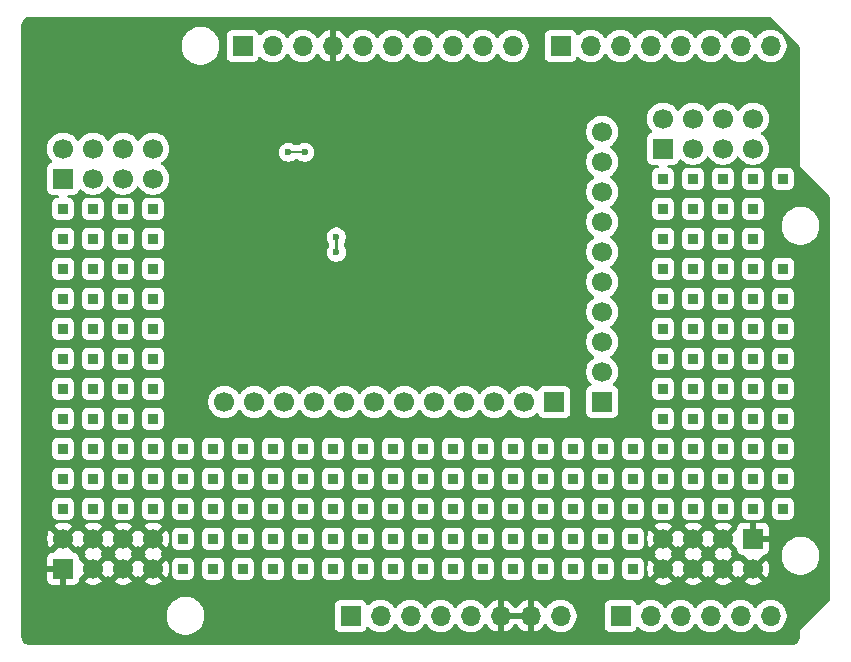
<source format=gbr>
%TF.GenerationSoftware,KiCad,Pcbnew,9.0.4*%
%TF.CreationDate,2025-10-19T02:38:57-06:00*%
%TF.ProjectId,2025_UNO_FPAA_PROTO_A_v1,32303235-5f55-44e4-9f5f-465041415f50,rev?*%
%TF.SameCoordinates,Original*%
%TF.FileFunction,Copper,L2,Bot*%
%TF.FilePolarity,Positive*%
%FSLAX46Y46*%
G04 Gerber Fmt 4.6, Leading zero omitted, Abs format (unit mm)*
G04 Created by KiCad (PCBNEW 9.0.4) date 2025-10-19 02:38:57*
%MOMM*%
%LPD*%
G01*
G04 APERTURE LIST*
%TA.AperFunction,ComponentPad*%
%ADD10R,1.700000X1.700000*%
%TD*%
%TA.AperFunction,ComponentPad*%
%ADD11O,1.700000X1.700000*%
%TD*%
%TA.AperFunction,ComponentPad*%
%ADD12R,0.850000X0.850000*%
%TD*%
%TA.AperFunction,ComponentPad*%
%ADD13C,1.700000*%
%TD*%
%TA.AperFunction,ViaPad*%
%ADD14C,0.600000*%
%TD*%
%TA.AperFunction,Conductor*%
%ADD15C,0.254000*%
%TD*%
%TA.AperFunction,Conductor*%
%ADD16C,0.203200*%
%TD*%
G04 APERTURE END LIST*
D10*
%TO.P,J1,1,Pin_1*%
%TO.N,unconnected-(J1-Pin_1-Pad1)*%
X127940000Y-97460000D03*
D11*
%TO.P,J1,2,Pin_2*%
%TO.N,unconnected-(J1-Pin_2-Pad2)*%
X130480000Y-97460000D03*
%TO.P,J1,3,Pin_3*%
%TO.N,unconnected-(J1-Pin_3-Pad3)*%
X133020000Y-97460000D03*
%TO.P,J1,4,Pin_4*%
%TO.N,unconnected-(J1-Pin_4-Pad4)*%
X135560000Y-97460000D03*
%TO.P,J1,5,Pin_5*%
%TO.N,+5V*%
X138100000Y-97460000D03*
%TO.P,J1,6,Pin_6*%
%TO.N,GND*%
X140640000Y-97460000D03*
%TO.P,J1,7,Pin_7*%
X143180000Y-97460000D03*
%TO.P,J1,8,Pin_8*%
%TO.N,VCC*%
X145720000Y-97460000D03*
%TD*%
D10*
%TO.P,J3,1,Pin_1*%
%TO.N,unconnected-(J3-Pin_1-Pad1)*%
X150800000Y-97460000D03*
D11*
%TO.P,J3,2,Pin_2*%
%TO.N,unconnected-(J3-Pin_2-Pad2)*%
X153340000Y-97460000D03*
%TO.P,J3,3,Pin_3*%
%TO.N,unconnected-(J3-Pin_3-Pad3)*%
X155880000Y-97460000D03*
%TO.P,J3,4,Pin_4*%
%TO.N,unconnected-(J3-Pin_4-Pad4)*%
X158420000Y-97460000D03*
%TO.P,J3,5,Pin_5*%
%TO.N,unconnected-(J3-Pin_5-Pad5)*%
X160960000Y-97460000D03*
%TO.P,J3,6,Pin_6*%
%TO.N,unconnected-(J3-Pin_6-Pad6)*%
X163500000Y-97460000D03*
%TD*%
D10*
%TO.P,J2,1,Pin_1*%
%TO.N,unconnected-(J2-Pin_1-Pad1)*%
X118796000Y-49200000D03*
D11*
%TO.P,J2,2,Pin_2*%
%TO.N,unconnected-(J2-Pin_2-Pad2)*%
X121336000Y-49200000D03*
%TO.P,J2,3,Pin_3*%
%TO.N,unconnected-(J2-Pin_3-Pad3)*%
X123876000Y-49200000D03*
%TO.P,J2,4,Pin_4*%
%TO.N,GND*%
X126416000Y-49200000D03*
%TO.P,J2,5,Pin_5*%
%TO.N,/SCLK*%
X128956000Y-49200000D03*
%TO.P,J2,6,Pin_6*%
%TO.N,unconnected-(J2-Pin_6-Pad6)*%
X131496000Y-49200000D03*
%TO.P,J2,7,Pin_7*%
%TO.N,/MOSI*%
X134036000Y-49200000D03*
%TO.P,J2,8,Pin_8*%
%TO.N,/SELb*%
X136576000Y-49200000D03*
%TO.P,J2,9,Pin_9*%
%TO.N,unconnected-(J2-Pin_9-Pad9)*%
X139116000Y-49200000D03*
%TO.P,J2,10,Pin_10*%
%TO.N,unconnected-(J2-Pin_10-Pad10)*%
X141656000Y-49200000D03*
%TD*%
D10*
%TO.P,J4,1,Pin_1*%
%TO.N,unconnected-(J4-Pin_1-Pad1)*%
X145720000Y-49200000D03*
D11*
%TO.P,J4,2,Pin_2*%
%TO.N,unconnected-(J4-Pin_2-Pad2)*%
X148260000Y-49200000D03*
%TO.P,J4,3,Pin_3*%
%TO.N,unconnected-(J4-Pin_3-Pad3)*%
X150800000Y-49200000D03*
%TO.P,J4,4,Pin_4*%
%TO.N,unconnected-(J4-Pin_4-Pad4)*%
X153340000Y-49200000D03*
%TO.P,J4,5,Pin_5*%
%TO.N,unconnected-(J4-Pin_5-Pad5)*%
X155880000Y-49200000D03*
%TO.P,J4,6,Pin_6*%
%TO.N,unconnected-(J4-Pin_6-Pad6)*%
X158420000Y-49200000D03*
%TO.P,J4,7,Pin_7*%
%TO.N,unconnected-(J4-Pin_7-Pad7)*%
X160960000Y-49200000D03*
%TO.P,J4,8,Pin_8*%
%TO.N,unconnected-(J4-Pin_8-Pad8)*%
X163500000Y-49200000D03*
%TD*%
D12*
%TO.P,REF\u002A\u002A203,1*%
%TO.N,N/C*%
X106140000Y-68060000D03*
%TD*%
%TO.P,REF\u002A\u002A197,1*%
%TO.N,N/C*%
X111220000Y-62980000D03*
%TD*%
%TO.P,REF\u002A\u002A183,1*%
%TO.N,N/C*%
X164560000Y-80760000D03*
%TD*%
%TO.P,REF\u002A\u002A199,1*%
%TO.N,N/C*%
X106140000Y-65520000D03*
%TD*%
%TO.P,REF\u002A\u002A40,1*%
%TO.N,N/C*%
X139160000Y-85840000D03*
%TD*%
%TO.P,REF\u002A\u002A5,1*%
%TO.N,N/C*%
X113760000Y-83300000D03*
%TD*%
%TO.P,REF\u002A\u002A181,1*%
%TO.N,N/C*%
X159480000Y-80760000D03*
%TD*%
%TO.P,REF\u002A\u002A42,1*%
%TO.N,N/C*%
X144240000Y-85840000D03*
%TD*%
%TO.P,REF\u002A\u002A174,1*%
%TO.N,N/C*%
X154400000Y-78220000D03*
%TD*%
%TO.P,REF\u002A\u002A87,1*%
%TO.N,N/C*%
X131540000Y-90920000D03*
%TD*%
%TO.P,REF\u002A\u002A74,1*%
%TO.N,N/C*%
X162020000Y-88380000D03*
%TD*%
%TO.P,REF\u002A\u002A95,1*%
%TO.N,N/C*%
X151860000Y-90920000D03*
%TD*%
%TO.P,REF\u002A\u002A156,1*%
%TO.N,N/C*%
X159480000Y-68060000D03*
%TD*%
%TO.P,REF\u002A\u002A225,1*%
%TO.N,N/C*%
X111220000Y-80760000D03*
%TD*%
%TO.P,REF\u002A\u002A222,1*%
%TO.N,N/C*%
X103600000Y-80760000D03*
%TD*%
D10*
%TO.P,J9,1,Pin_1*%
%TO.N,GND*%
X162020000Y-90920000D03*
D13*
%TO.P,J9,2,Pin_2*%
X162020000Y-93460000D03*
%TO.P,J9,3,Pin_3*%
X159480000Y-90920000D03*
%TO.P,J9,4,Pin_4*%
X159480000Y-93460000D03*
%TO.P,J9,5,Pin_5*%
X156940000Y-90920000D03*
%TO.P,J9,6,Pin_6*%
X156940000Y-93460000D03*
%TO.P,J9,7,Pin_7*%
X154400000Y-90920000D03*
%TO.P,J9,8,Pin_8*%
X154400000Y-93460000D03*
%TD*%
D12*
%TO.P,REF\u002A\u002A92,1*%
%TO.N,N/C*%
X144240000Y-90920000D03*
%TD*%
%TO.P,REF\u002A\u002A33,1*%
%TO.N,N/C*%
X121380000Y-85840000D03*
%TD*%
%TO.P,REF\u002A\u002A66,1*%
%TO.N,N/C*%
X141700000Y-88380000D03*
%TD*%
%TO.P,REF\u002A\u002A28,1*%
%TO.N,N/C*%
X108680000Y-85840000D03*
%TD*%
%TO.P,REF\u002A\u002A119,1*%
%TO.N,N/C*%
X149320000Y-93460000D03*
%TD*%
%TO.P,REF\u002A\u002A142,1*%
%TO.N,N/C*%
X162020000Y-60440000D03*
%TD*%
%TO.P,REF\u002A\u002A64,1*%
%TO.N,N/C*%
X136620000Y-88380000D03*
%TD*%
%TO.P,REF\u002A\u002A44,1*%
%TO.N,N/C*%
X149320000Y-85840000D03*
%TD*%
%TO.P,REF\u002A\u002A152,1*%
%TO.N,N/C*%
X162020000Y-65520000D03*
%TD*%
%TO.P,REF\u002A\u002A93,1*%
%TO.N,N/C*%
X146780000Y-90920000D03*
%TD*%
%TO.P,REF\u002A\u002A13,1*%
%TO.N,N/C*%
X134080000Y-83300000D03*
%TD*%
%TO.P,REF\u002A\u002A29,1*%
%TO.N,N/C*%
X111220000Y-85840000D03*
%TD*%
D10*
%TO.P,J12,1,Pin_1*%
%TO.N,/O3P*%
X145190000Y-79340000D03*
D13*
%TO.P,J12,2,Pin_2*%
%TO.N,/O3N*%
X142650000Y-79340000D03*
%TO.P,J12,3,Pin_3*%
%TO.N,/I3N*%
X140110000Y-79340000D03*
%TO.P,J12,4,Pin_4*%
%TO.N,/I3P*%
X137570000Y-79340000D03*
%TO.P,J12,5,Pin_5*%
%TO.N,/I2P*%
X135030000Y-79340000D03*
%TO.P,J12,6,Pin_6*%
%TO.N,/I2N*%
X132490000Y-79340000D03*
%TO.P,J12,7,Pin_7*%
%TO.N,/O2N*%
X129950000Y-79340000D03*
%TO.P,J12,8,Pin_8*%
%TO.N,/O2P*%
X127410000Y-79340000D03*
%TO.P,J12,9,Pin_9*%
%TO.N,/O1P*%
X124870000Y-79340000D03*
%TO.P,J12,10,Pin_10*%
%TO.N,/O1N*%
X122330000Y-79340000D03*
%TO.P,J12,11,Pin_11*%
%TO.N,/I1N*%
X119790000Y-79340000D03*
%TO.P,J12,12,Pin_12*%
%TO.N,/I1P*%
X117250000Y-79340000D03*
%TD*%
D12*
%TO.P,REF\u002A\u002A223,1*%
%TO.N,N/C*%
X106140000Y-80760000D03*
%TD*%
%TO.P,REF\u002A\u002A81,1*%
%TO.N,N/C*%
X116300000Y-90920000D03*
%TD*%
%TO.P,REF\u002A\u002A218,1*%
%TO.N,N/C*%
X103600000Y-78220000D03*
%TD*%
%TO.P,REF\u002A\u002A201,1*%
%TO.N,N/C*%
X111220000Y-65520000D03*
%TD*%
%TO.P,REF\u002A\u002A204,1*%
%TO.N,N/C*%
X108680000Y-68060000D03*
%TD*%
%TO.P,REF\u002A\u002A11,1*%
%TO.N,N/C*%
X129000000Y-83300000D03*
%TD*%
%TO.P,REF\u002A\u002A151,1*%
%TO.N,N/C*%
X159480000Y-65520000D03*
%TD*%
%TO.P,REF\u002A\u002A35,1*%
%TO.N,N/C*%
X126460000Y-85840000D03*
%TD*%
%TO.P,REF\u002A\u002A10,1*%
%TO.N,N/C*%
X126460000Y-83300000D03*
%TD*%
%TO.P,REF\u002A\u002A110,1*%
%TO.N,N/C*%
X126460000Y-93460000D03*
%TD*%
%TO.P,REF\u002A\u002A45,1*%
%TO.N,N/C*%
X151860000Y-85840000D03*
%TD*%
%TO.P,REF\u002A\u002A16,1*%
%TO.N,N/C*%
X141700000Y-83300000D03*
%TD*%
%TO.P,REF\u002A\u002A172,1*%
%TO.N,N/C*%
X162020000Y-75680000D03*
%TD*%
%TO.P,REF\u002A\u002A80,1*%
%TO.N,N/C*%
X113760000Y-90920000D03*
%TD*%
%TO.P,REF\u002A\u002A3,1*%
%TO.N,N/C*%
X108680000Y-83300000D03*
%TD*%
%TO.P,REF\u002A\u002A215,1*%
%TO.N,N/C*%
X106140000Y-75680000D03*
%TD*%
%TO.P,REF\u002A\u002A166,1*%
%TO.N,N/C*%
X159480000Y-73140000D03*
%TD*%
%TO.P,REF\u002A\u002A89,1*%
%TO.N,N/C*%
X136620000Y-90920000D03*
%TD*%
%TO.P,REF\u002A\u002A182,1*%
%TO.N,N/C*%
X162020000Y-80760000D03*
%TD*%
%TO.P,REF\u002A\u002A158,1*%
%TO.N,N/C*%
X164560000Y-68060000D03*
%TD*%
%TO.P,REF\u002A\u002A171,1*%
%TO.N,N/C*%
X159480000Y-75680000D03*
%TD*%
%TO.P,REF\u002A\u002A150,1*%
%TO.N,N/C*%
X156940000Y-65520000D03*
%TD*%
%TO.P,REF\u002A\u002A211,1*%
%TO.N,N/C*%
X106140000Y-73140000D03*
%TD*%
%TO.P,REF\u002A\u002A71,1*%
%TO.N,N/C*%
X154400000Y-88380000D03*
%TD*%
%TO.P,REF\u002A\u002A164,1*%
%TO.N,N/C*%
X154400000Y-73140000D03*
%TD*%
%TO.P,REF\u002A\u002A58,1*%
%TO.N,N/C*%
X121380000Y-88380000D03*
%TD*%
%TO.P,REF\u002A\u002A140,1*%
%TO.N,N/C*%
X156940000Y-60440000D03*
%TD*%
%TO.P,REF\u002A\u002A65,1*%
%TO.N,N/C*%
X139160000Y-88380000D03*
%TD*%
%TO.P,REF\u002A\u002A20,1*%
%TO.N,N/C*%
X151860000Y-83300000D03*
%TD*%
%TO.P,REF\u002A\u002A85,1*%
%TO.N,N/C*%
X126460000Y-90920000D03*
%TD*%
%TO.P,REF\u002A\u002A105,1*%
%TO.N,N/C*%
X113760000Y-93460000D03*
%TD*%
%TO.P,REF\u002A\u002A118,1*%
%TO.N,N/C*%
X146780000Y-93460000D03*
%TD*%
%TO.P,REF\u002A\u002A7,1*%
%TO.N,N/C*%
X118840000Y-83300000D03*
%TD*%
%TO.P,REF\u002A\u002A159,1*%
%TO.N,N/C*%
X154400000Y-70600000D03*
%TD*%
%TO.P,REF\u002A\u002A68,1*%
%TO.N,N/C*%
X146780000Y-88380000D03*
%TD*%
%TO.P,REF\u002A\u002A6,1*%
%TO.N,N/C*%
X116300000Y-83300000D03*
%TD*%
%TO.P,REF\u002A\u002A75,1*%
%TO.N,N/C*%
X164560000Y-88380000D03*
%TD*%
%TO.P,REF\u002A\u002A162,1*%
%TO.N,N/C*%
X162020000Y-70600000D03*
%TD*%
%TO.P,REF\u002A\u002A170,1*%
%TO.N,N/C*%
X156940000Y-75680000D03*
%TD*%
%TO.P,REF\u002A\u002A67,1*%
%TO.N,N/C*%
X144240000Y-88380000D03*
%TD*%
%TO.P,REF\u002A\u002A167,1*%
%TO.N,N/C*%
X162020000Y-73140000D03*
%TD*%
%TO.P,REF\u002A\u002A37,1*%
%TO.N,N/C*%
X131540000Y-85840000D03*
%TD*%
%TO.P,REF\u002A\u002A216,1*%
%TO.N,N/C*%
X108680000Y-75680000D03*
%TD*%
%TO.P,REF\u002A\u002A63,1*%
%TO.N,N/C*%
X134080000Y-88380000D03*
%TD*%
%TO.P,REF\u002A\u002A51,1*%
%TO.N,N/C*%
X103600000Y-88380000D03*
%TD*%
%TO.P,REF\u002A\u002A70,1*%
%TO.N,N/C*%
X151860000Y-88380000D03*
%TD*%
%TO.P,REF\u002A\u002A149,1*%
%TO.N,N/C*%
X154400000Y-65520000D03*
%TD*%
%TO.P,REF\u002A\u002A14,1*%
%TO.N,N/C*%
X136620000Y-83300000D03*
%TD*%
%TO.P,REF\u002A\u002A177,1*%
%TO.N,N/C*%
X162020000Y-78220000D03*
%TD*%
%TO.P,REF\u002A\u002A50,1*%
%TO.N,N/C*%
X164560000Y-85840000D03*
%TD*%
%TO.P,REF\u002A\u002A12,1*%
%TO.N,N/C*%
X131540000Y-83300000D03*
%TD*%
%TO.P,REF\u002A\u002A88,1*%
%TO.N,N/C*%
X134080000Y-90920000D03*
%TD*%
%TO.P,REF\u002A\u002A91,1*%
%TO.N,N/C*%
X141700000Y-90920000D03*
%TD*%
%TO.P,REF\u002A\u002A15,1*%
%TO.N,N/C*%
X139160000Y-83300000D03*
%TD*%
%TO.P,REF\u002A\u002A176,1*%
%TO.N,N/C*%
X159480000Y-78220000D03*
%TD*%
%TO.P,REF\u002A\u002A139,1*%
%TO.N,N/C*%
X154400000Y-60440000D03*
%TD*%
%TO.P,REF\u002A\u002A173,1*%
%TO.N,N/C*%
X164560000Y-75680000D03*
%TD*%
%TO.P,REF\u002A\u002A31,1*%
%TO.N,N/C*%
X116300000Y-85840000D03*
%TD*%
%TO.P,REF\u002A\u002A141,1*%
%TO.N,N/C*%
X159480000Y-60440000D03*
%TD*%
%TO.P,REF\u002A\u002A73,1*%
%TO.N,N/C*%
X159480000Y-88380000D03*
%TD*%
%TO.P,REF\u002A\u002A25,1*%
%TO.N,N/C*%
X164560000Y-83300000D03*
%TD*%
%TO.P,REF\u002A\u002A38,1*%
%TO.N,N/C*%
X134080000Y-85840000D03*
%TD*%
%TO.P,REF\u002A\u002A17,1*%
%TO.N,N/C*%
X144240000Y-83300000D03*
%TD*%
D10*
%TO.P,J6,1,Pin_1*%
%TO.N,+3V3*%
X103600000Y-60440000D03*
D13*
%TO.P,J6,2,Pin_2*%
X103600000Y-57900000D03*
%TO.P,J6,3,Pin_3*%
X106140000Y-60440000D03*
%TO.P,J6,4,Pin_4*%
X106140000Y-57900000D03*
%TO.P,J6,5,Pin_5*%
X108680000Y-60440000D03*
%TO.P,J6,6,Pin_6*%
X108680000Y-57900000D03*
%TO.P,J6,7,Pin_7*%
X111220000Y-60440000D03*
%TO.P,J6,8,Pin_8*%
X111220000Y-57900000D03*
%TD*%
D12*
%TO.P,REF\u002A\u002A21,1*%
%TO.N,N/C*%
X154400000Y-83300000D03*
%TD*%
%TO.P,REF\u002A\u002A39,1*%
%TO.N,N/C*%
X136620000Y-85840000D03*
%TD*%
%TO.P,REF\u002A\u002A179,1*%
%TO.N,N/C*%
X154400000Y-80760000D03*
%TD*%
%TO.P,REF\u002A\u002A59,1*%
%TO.N,N/C*%
X123920000Y-88380000D03*
%TD*%
%TO.P,REF\u002A\u002A106,1*%
%TO.N,N/C*%
X116300000Y-93460000D03*
%TD*%
%TO.P,REF\u002A\u002A8,1*%
%TO.N,N/C*%
X121380000Y-83300000D03*
%TD*%
%TO.P,REF\u002A\u002A84,1*%
%TO.N,N/C*%
X123920000Y-90920000D03*
%TD*%
%TO.P,REF\u002A\u002A180,1*%
%TO.N,N/C*%
X156940000Y-80760000D03*
%TD*%
%TO.P,REF\u002A\u002A208,1*%
%TO.N,N/C*%
X108680000Y-70600000D03*
%TD*%
%TO.P,REF\u002A\u002A30,1*%
%TO.N,N/C*%
X113760000Y-85840000D03*
%TD*%
%TO.P,REF\u002A\u002A9,1*%
%TO.N,N/C*%
X123920000Y-83300000D03*
%TD*%
%TO.P,REF\u002A\u002A72,1*%
%TO.N,N/C*%
X156940000Y-88380000D03*
%TD*%
%TO.P,REF\u002A\u002A114,1*%
%TO.N,N/C*%
X136620000Y-93460000D03*
%TD*%
%TO.P,REF\u002A\u002A109,1*%
%TO.N,N/C*%
X123920000Y-93460000D03*
%TD*%
%TO.P,REF\u002A\u002A115,1*%
%TO.N,N/C*%
X139160000Y-93460000D03*
%TD*%
%TO.P,REF\u002A\u002A198,1*%
%TO.N,N/C*%
X103600000Y-65520000D03*
%TD*%
%TO.P,REF\u002A\u002A60,1*%
%TO.N,N/C*%
X126460000Y-88380000D03*
%TD*%
%TO.P,REF\u002A\u002A2,1*%
%TO.N,N/C*%
X106140000Y-83300000D03*
%TD*%
%TO.P,REF\u002A\u002A18,1*%
%TO.N,N/C*%
X146780000Y-83300000D03*
%TD*%
%TO.P,REF\u002A\u002A213,1*%
%TO.N,N/C*%
X111220000Y-73140000D03*
%TD*%
%TO.P,REF\u002A\u002A224,1*%
%TO.N,N/C*%
X108680000Y-80760000D03*
%TD*%
%TO.P,REF\u002A\u002A61,1*%
%TO.N,N/C*%
X129000000Y-88380000D03*
%TD*%
%TO.P,REF\u002A\u002A147,1*%
%TO.N,N/C*%
X162020000Y-62980000D03*
%TD*%
%TO.P,REF\u002A\u002A117,1*%
%TO.N,N/C*%
X144240000Y-93460000D03*
%TD*%
%TO.P,REF\u002A\u002A189,1*%
%TO.N,N/C*%
X154400000Y-85840000D03*
%TD*%
%TO.P,REF\u002A\u002A83,1*%
%TO.N,N/C*%
X121380000Y-90920000D03*
%TD*%
%TO.P,REF\u002A\u002A23,1*%
%TO.N,N/C*%
X159480000Y-83300000D03*
%TD*%
%TO.P,REF\u002A\u002A214,1*%
%TO.N,N/C*%
X103600000Y-75680000D03*
%TD*%
%TO.P,REF\u002A\u002A175,1*%
%TO.N,N/C*%
X156940000Y-78220000D03*
%TD*%
%TO.P,REF\u002A\u002A206,1*%
%TO.N,N/C*%
X103600000Y-70600000D03*
%TD*%
D10*
%TO.P,J7,1,Pin_1*%
%TO.N,+3V3*%
X154400000Y-57900000D03*
D13*
%TO.P,J7,2,Pin_2*%
X154400000Y-55360000D03*
%TO.P,J7,3,Pin_3*%
X156940000Y-57900000D03*
%TO.P,J7,4,Pin_4*%
X156940000Y-55360000D03*
%TO.P,J7,5,Pin_5*%
X159480000Y-57900000D03*
%TO.P,J7,6,Pin_6*%
X159480000Y-55360000D03*
%TO.P,J7,7,Pin_7*%
X162020000Y-57900000D03*
%TO.P,J7,8,Pin_8*%
X162020000Y-55360000D03*
%TD*%
D12*
%TO.P,REF\u002A\u002A108,1*%
%TO.N,N/C*%
X121380000Y-93460000D03*
%TD*%
%TO.P,REF\u002A\u002A86,1*%
%TO.N,N/C*%
X129000000Y-90920000D03*
%TD*%
%TO.P,REF\u002A\u002A32,1*%
%TO.N,N/C*%
X118840000Y-85840000D03*
%TD*%
%TO.P,REF\u002A\u002A41,1*%
%TO.N,N/C*%
X141700000Y-85840000D03*
%TD*%
%TO.P,REF\u002A\u002A82,1*%
%TO.N,N/C*%
X118840000Y-90920000D03*
%TD*%
%TO.P,REF\u002A\u002A4,1*%
%TO.N,N/C*%
X111220000Y-83300000D03*
%TD*%
%TO.P,REF\u002A\u002A161,1*%
%TO.N,N/C*%
X159480000Y-70600000D03*
%TD*%
%TO.P,REF\u002A\u002A111,1*%
%TO.N,N/C*%
X129000000Y-93460000D03*
%TD*%
%TO.P,REF\u002A\u002A34,1*%
%TO.N,N/C*%
X123920000Y-85840000D03*
%TD*%
%TO.P,REF\u002A\u002A194,1*%
%TO.N,N/C*%
X103600000Y-62980000D03*
%TD*%
%TO.P,REF\u002A\u002A196,1*%
%TO.N,N/C*%
X108680000Y-62980000D03*
%TD*%
%TO.P,REF\u002A\u002A112,1*%
%TO.N,N/C*%
X131540000Y-93460000D03*
%TD*%
%TO.P,REF\u002A\u002A217,1*%
%TO.N,N/C*%
X111220000Y-75680000D03*
%TD*%
%TO.P,REF\u002A\u002A26,1*%
%TO.N,N/C*%
X103600000Y-85840000D03*
%TD*%
%TO.P,REF\u002A\u002A94,1*%
%TO.N,N/C*%
X149320000Y-90920000D03*
%TD*%
%TO.P,REF\u002A\u002A209,1*%
%TO.N,N/C*%
X111220000Y-70600000D03*
%TD*%
%TO.P,REF\u002A\u002A157,1*%
%TO.N,N/C*%
X162020000Y-68060000D03*
%TD*%
%TO.P,REF\u002A\u002A169,1*%
%TO.N,N/C*%
X154400000Y-75680000D03*
%TD*%
%TO.P,REF\u002A\u002A210,1*%
%TO.N,N/C*%
X103600000Y-73140000D03*
%TD*%
%TO.P,REF\u002A\u002A1,1*%
%TO.N,N/C*%
X103600000Y-83300000D03*
%TD*%
%TO.P,REF\u002A\u002A200,1*%
%TO.N,N/C*%
X108680000Y-65520000D03*
%TD*%
%TO.P,REF\u002A\u002A219,1*%
%TO.N,N/C*%
X106140000Y-78220000D03*
%TD*%
%TO.P,REF\u002A\u002A19,1*%
%TO.N,N/C*%
X149320000Y-83300000D03*
%TD*%
%TO.P,REF\u002A\u002A220,1*%
%TO.N,N/C*%
X108680000Y-78220000D03*
%TD*%
%TO.P,REF\u002A\u002A120,1*%
%TO.N,N/C*%
X151860000Y-93460000D03*
%TD*%
%TO.P,REF\u002A\u002A212,1*%
%TO.N,N/C*%
X108680000Y-73140000D03*
%TD*%
%TO.P,REF\u002A\u002A143,1*%
%TO.N,N/C*%
X164560000Y-60440000D03*
%TD*%
%TO.P,REF\u002A\u002A178,1*%
%TO.N,N/C*%
X164560000Y-78220000D03*
%TD*%
%TO.P,REF\u002A\u002A52,1*%
%TO.N,N/C*%
X106140000Y-88380000D03*
%TD*%
%TO.P,REF\u002A\u002A155,1*%
%TO.N,N/C*%
X156940000Y-68060000D03*
%TD*%
%TO.P,REF\u002A\u002A27,1*%
%TO.N,N/C*%
X106140000Y-85840000D03*
%TD*%
%TO.P,REF\u002A\u002A144,1*%
%TO.N,N/C*%
X154400000Y-62980000D03*
%TD*%
%TO.P,REF\u002A\u002A116,1*%
%TO.N,N/C*%
X141700000Y-93460000D03*
%TD*%
%TO.P,REF\u002A\u002A205,1*%
%TO.N,N/C*%
X111220000Y-68060000D03*
%TD*%
%TO.P,REF\u002A\u002A160,1*%
%TO.N,N/C*%
X156940000Y-70600000D03*
%TD*%
D10*
%TO.P,J5,1,Pin_1*%
%TO.N,/IO5P*%
X149240000Y-79330000D03*
D13*
%TO.P,J5,2,Pin_2*%
%TO.N,/IO5N*%
X149240000Y-76790000D03*
%TO.P,J5,3,Pin_3*%
%TO.N,/IO6P*%
X149240000Y-74250000D03*
%TO.P,J5,4,Pin_4*%
%TO.N,/IO6N*%
X149240000Y-71710000D03*
%TO.P,J5,5,Pin_5*%
%TO.N,/IO7P*%
X149240000Y-69170000D03*
%TO.P,J5,6,Pin_6*%
%TO.N,/IO7N*%
X149240000Y-66630000D03*
%TO.P,J5,7,Pin_7*%
%TO.N,/O4P*%
X149240000Y-64090000D03*
%TO.P,J5,8,Pin_8*%
%TO.N,/O4N*%
X149240000Y-61550000D03*
%TO.P,J5,9,Pin_9*%
%TO.N,/I4N*%
X149240000Y-59010000D03*
%TO.P,J5,10,Pin_10*%
%TO.N,/I4P*%
X149240000Y-56470000D03*
%TD*%
D12*
%TO.P,REF\u002A\u002A163,1*%
%TO.N,N/C*%
X164560000Y-70600000D03*
%TD*%
%TO.P,REF\u002A\u002A24,1*%
%TO.N,N/C*%
X162020000Y-83300000D03*
%TD*%
%TO.P,REF\u002A\u002A145,1*%
%TO.N,N/C*%
X156940000Y-62980000D03*
%TD*%
%TO.P,REF\u002A\u002A221,1*%
%TO.N,N/C*%
X111220000Y-78220000D03*
%TD*%
%TO.P,REF\u002A\u002A22,1*%
%TO.N,N/C*%
X156940000Y-83300000D03*
%TD*%
D10*
%TO.P,J8,1,Pin_1*%
%TO.N,GND*%
X103600000Y-93460000D03*
D13*
%TO.P,J8,2,Pin_2*%
X103600000Y-90920000D03*
%TO.P,J8,3,Pin_3*%
X106140000Y-93460000D03*
%TO.P,J8,4,Pin_4*%
X106140000Y-90920000D03*
%TO.P,J8,5,Pin_5*%
X108680000Y-93460000D03*
%TO.P,J8,6,Pin_6*%
X108680000Y-90920000D03*
%TO.P,J8,7,Pin_7*%
X111220000Y-93460000D03*
%TO.P,J8,8,Pin_8*%
X111220000Y-90920000D03*
%TD*%
D12*
%TO.P,REF\u002A\u002A62,1*%
%TO.N,N/C*%
X131540000Y-88380000D03*
%TD*%
%TO.P,REF\u002A\u002A113,1*%
%TO.N,N/C*%
X134080000Y-93460000D03*
%TD*%
%TO.P,REF\u002A\u002A202,1*%
%TO.N,N/C*%
X103600000Y-68060000D03*
%TD*%
%TO.P,REF\u002A\u002A165,1*%
%TO.N,N/C*%
X156940000Y-73140000D03*
%TD*%
%TO.P,REF\u002A\u002A168,1*%
%TO.N,N/C*%
X164560000Y-73140000D03*
%TD*%
%TO.P,REF\u002A\u002A54,1*%
%TO.N,N/C*%
X111220000Y-88380000D03*
%TD*%
%TO.P,REF\u002A\u002A107,1*%
%TO.N,N/C*%
X118840000Y-93460000D03*
%TD*%
%TO.P,REF\u002A\u002A56,1*%
%TO.N,N/C*%
X116300000Y-88380000D03*
%TD*%
%TO.P,REF\u002A\u002A69,1*%
%TO.N,N/C*%
X149320000Y-88380000D03*
%TD*%
%TO.P,REF\u002A\u002A48,1*%
%TO.N,N/C*%
X159480000Y-85840000D03*
%TD*%
%TO.P,REF\u002A\u002A43,1*%
%TO.N,N/C*%
X146780000Y-85840000D03*
%TD*%
%TO.P,REF\u002A\u002A195,1*%
%TO.N,N/C*%
X106140000Y-62980000D03*
%TD*%
%TO.P,REF\u002A\u002A36,1*%
%TO.N,N/C*%
X129000000Y-85840000D03*
%TD*%
%TO.P,REF\u002A\u002A53,1*%
%TO.N,N/C*%
X108680000Y-88380000D03*
%TD*%
%TO.P,REF\u002A\u002A57,1*%
%TO.N,N/C*%
X118840000Y-88380000D03*
%TD*%
%TO.P,REF\u002A\u002A55,1*%
%TO.N,N/C*%
X113760000Y-88380000D03*
%TD*%
%TO.P,REF\u002A\u002A90,1*%
%TO.N,N/C*%
X139160000Y-90920000D03*
%TD*%
%TO.P,REF\u002A\u002A154,1*%
%TO.N,N/C*%
X154400000Y-68060000D03*
%TD*%
%TO.P,REF\u002A\u002A49,1*%
%TO.N,N/C*%
X162020000Y-85840000D03*
%TD*%
%TO.P,REF\u002A\u002A146,1*%
%TO.N,N/C*%
X159480000Y-62980000D03*
%TD*%
%TO.P,REF\u002A\u002A207,1*%
%TO.N,N/C*%
X106140000Y-70600000D03*
%TD*%
%TO.P,REF\u002A\u002A47,1*%
%TO.N,N/C*%
X156940000Y-85840000D03*
%TD*%
D14*
%TO.N,GND*%
X140980000Y-75290000D03*
X137930000Y-58580000D03*
X140050000Y-58580000D03*
X127000000Y-67770000D03*
X131320000Y-59470000D03*
X120425000Y-62320000D03*
X136430000Y-64550000D03*
X119005000Y-63120000D03*
X134570000Y-66250000D03*
X131020000Y-63840000D03*
X135490000Y-66260000D03*
X121435000Y-56100000D03*
X135450000Y-64550000D03*
X138410000Y-66250000D03*
X135790000Y-58580000D03*
X136470000Y-66260000D03*
X135520000Y-67890000D03*
X138370000Y-64540000D03*
X144450000Y-58560000D03*
X125880000Y-64620000D03*
X129070000Y-59450000D03*
X140990000Y-71050000D03*
X120415000Y-63940000D03*
X136500000Y-67890000D03*
X134530000Y-64540000D03*
X138440000Y-67880000D03*
X137430000Y-64530000D03*
X128830000Y-63780000D03*
X134600000Y-67880000D03*
X122140000Y-57300000D03*
X137470000Y-66240000D03*
X142290000Y-58560000D03*
X125320000Y-58540000D03*
X124050000Y-59270000D03*
X137500000Y-67870000D03*
X114180000Y-65030000D03*
%TO.N,+3V3*%
X124070000Y-58190000D03*
X122680000Y-58200000D03*
X126730000Y-65380000D03*
X126740000Y-66660000D03*
%TD*%
D15*
%TO.N,+3V3*%
X126730000Y-65380000D02*
X126730000Y-66650000D01*
D16*
X122690000Y-58190000D02*
X122680000Y-58200000D01*
D15*
X126730000Y-66650000D02*
X126740000Y-66660000D01*
D16*
X124070000Y-58190000D02*
X122690000Y-58190000D01*
%TD*%
%TA.AperFunction,Conductor*%
%TO.N,GND*%
G36*
X142714075Y-97267007D02*
G01*
X142680000Y-97394174D01*
X142680000Y-97525826D01*
X142714075Y-97652993D01*
X142746988Y-97710000D01*
X141073012Y-97710000D01*
X141105925Y-97652993D01*
X141140000Y-97525826D01*
X141140000Y-97394174D01*
X141105925Y-97267007D01*
X141073012Y-97210000D01*
X142746988Y-97210000D01*
X142714075Y-97267007D01*
G37*
%TD.AperFunction*%
%TA.AperFunction,Conductor*%
G36*
X105674075Y-91112993D02*
G01*
X105739901Y-91227007D01*
X105832993Y-91320099D01*
X105947007Y-91385925D01*
X106010590Y-91402962D01*
X105378282Y-92035269D01*
X105378282Y-92035270D01*
X105432452Y-92074626D01*
X105442048Y-92079516D01*
X105492844Y-92127491D01*
X105509638Y-92195312D01*
X105487100Y-92261447D01*
X105442051Y-92300483D01*
X105432440Y-92305380D01*
X105378282Y-92344727D01*
X105378282Y-92344728D01*
X106010591Y-92977037D01*
X105947007Y-92994075D01*
X105832993Y-93059901D01*
X105739901Y-93152993D01*
X105674075Y-93267007D01*
X105657037Y-93330591D01*
X104987642Y-92661196D01*
X104954157Y-92599873D01*
X104955077Y-92585166D01*
X104952501Y-92585444D01*
X104943596Y-92502619D01*
X104893354Y-92367913D01*
X104893350Y-92367906D01*
X104807190Y-92252812D01*
X104807187Y-92252809D01*
X104692093Y-92166649D01*
X104692086Y-92166645D01*
X104557380Y-92116403D01*
X104557373Y-92116401D01*
X104510977Y-92111413D01*
X104475258Y-92108166D01*
X104466875Y-92104854D01*
X104457875Y-92105330D01*
X104433159Y-92091533D01*
X104410276Y-92082493D01*
X104405793Y-92076257D01*
X104398803Y-92072356D01*
X103729408Y-91402962D01*
X103792993Y-91385925D01*
X103907007Y-91320099D01*
X104000099Y-91227007D01*
X104065925Y-91112993D01*
X104082962Y-91049408D01*
X104715270Y-91681717D01*
X104715270Y-91681716D01*
X104754622Y-91627554D01*
X104759514Y-91617954D01*
X104807488Y-91567157D01*
X104875308Y-91550361D01*
X104941444Y-91572897D01*
X104980486Y-91617954D01*
X104985375Y-91627550D01*
X105024728Y-91681716D01*
X105657037Y-91049408D01*
X105674075Y-91112993D01*
G37*
%TD.AperFunction*%
%TA.AperFunction,Conductor*%
G36*
X108214075Y-91112993D02*
G01*
X108279901Y-91227007D01*
X108372993Y-91320099D01*
X108487007Y-91385925D01*
X108550590Y-91402962D01*
X107918282Y-92035269D01*
X107918282Y-92035270D01*
X107972452Y-92074626D01*
X107982048Y-92079516D01*
X108032844Y-92127491D01*
X108049638Y-92195312D01*
X108027100Y-92261447D01*
X107982051Y-92300483D01*
X107972440Y-92305380D01*
X107918282Y-92344727D01*
X107918282Y-92344728D01*
X108550591Y-92977037D01*
X108487007Y-92994075D01*
X108372993Y-93059901D01*
X108279901Y-93152993D01*
X108214075Y-93267007D01*
X108197037Y-93330591D01*
X107564728Y-92698282D01*
X107564727Y-92698282D01*
X107525380Y-92752440D01*
X107520483Y-92762051D01*
X107472506Y-92812845D01*
X107404684Y-92829638D01*
X107338550Y-92807098D01*
X107299516Y-92762048D01*
X107294626Y-92752452D01*
X107255270Y-92698282D01*
X107255269Y-92698282D01*
X106622962Y-93330590D01*
X106605925Y-93267007D01*
X106540099Y-93152993D01*
X106447007Y-93059901D01*
X106332993Y-92994075D01*
X106269409Y-92977037D01*
X106901716Y-92344728D01*
X106847550Y-92305375D01*
X106837954Y-92300486D01*
X106787157Y-92252512D01*
X106770361Y-92184692D01*
X106791288Y-92120895D01*
X106870027Y-92003581D01*
X106269408Y-91402962D01*
X106332993Y-91385925D01*
X106447007Y-91320099D01*
X106540099Y-91227007D01*
X106605925Y-91112993D01*
X106622962Y-91049409D01*
X107255270Y-91681717D01*
X107255270Y-91681716D01*
X107294622Y-91627554D01*
X107299514Y-91617954D01*
X107347488Y-91567157D01*
X107415308Y-91550361D01*
X107481444Y-91572897D01*
X107520486Y-91617954D01*
X107525375Y-91627550D01*
X107564728Y-91681716D01*
X108197037Y-91049408D01*
X108214075Y-91112993D01*
G37*
%TD.AperFunction*%
%TA.AperFunction,Conductor*%
G36*
X110754075Y-91112993D02*
G01*
X110819901Y-91227007D01*
X110912993Y-91320099D01*
X111027007Y-91385925D01*
X111090590Y-91402962D01*
X110458282Y-92035269D01*
X110458282Y-92035270D01*
X110512452Y-92074626D01*
X110522048Y-92079516D01*
X110572844Y-92127491D01*
X110589638Y-92195312D01*
X110567100Y-92261447D01*
X110522051Y-92300483D01*
X110512440Y-92305380D01*
X110458282Y-92344727D01*
X110458282Y-92344728D01*
X111090591Y-92977037D01*
X111027007Y-92994075D01*
X110912993Y-93059901D01*
X110819901Y-93152993D01*
X110754075Y-93267007D01*
X110737037Y-93330591D01*
X110104728Y-92698282D01*
X110104727Y-92698282D01*
X110065380Y-92752440D01*
X110060483Y-92762051D01*
X110012506Y-92812845D01*
X109944684Y-92829638D01*
X109878550Y-92807098D01*
X109839516Y-92762048D01*
X109834626Y-92752452D01*
X109795270Y-92698282D01*
X109795269Y-92698282D01*
X109162962Y-93330590D01*
X109145925Y-93267007D01*
X109080099Y-93152993D01*
X108987007Y-93059901D01*
X108872993Y-92994075D01*
X108809409Y-92977037D01*
X109441716Y-92344728D01*
X109387550Y-92305375D01*
X109377954Y-92300486D01*
X109327157Y-92252512D01*
X109310361Y-92184692D01*
X109331288Y-92120895D01*
X109410027Y-92003581D01*
X108809408Y-91402962D01*
X108872993Y-91385925D01*
X108987007Y-91320099D01*
X109080099Y-91227007D01*
X109145925Y-91112993D01*
X109162962Y-91049408D01*
X109795270Y-91681717D01*
X109795270Y-91681716D01*
X109834622Y-91627554D01*
X109839514Y-91617954D01*
X109887488Y-91567157D01*
X109955308Y-91550361D01*
X110021444Y-91572897D01*
X110060486Y-91617954D01*
X110065375Y-91627550D01*
X110104728Y-91681716D01*
X110737037Y-91049408D01*
X110754075Y-91112993D01*
G37*
%TD.AperFunction*%
%TA.AperFunction,Conductor*%
G36*
X156474075Y-91112993D02*
G01*
X156539901Y-91227007D01*
X156632993Y-91320099D01*
X156747007Y-91385925D01*
X156810590Y-91402962D01*
X156178282Y-92035269D01*
X156178282Y-92035270D01*
X156232452Y-92074626D01*
X156242048Y-92079516D01*
X156292844Y-92127491D01*
X156309638Y-92195312D01*
X156287100Y-92261447D01*
X156242051Y-92300483D01*
X156232440Y-92305380D01*
X156178282Y-92344727D01*
X156178282Y-92344728D01*
X156810591Y-92977037D01*
X156747007Y-92994075D01*
X156632993Y-93059901D01*
X156539901Y-93152993D01*
X156474075Y-93267007D01*
X156457037Y-93330591D01*
X155824728Y-92698282D01*
X155824727Y-92698282D01*
X155785380Y-92752440D01*
X155780483Y-92762051D01*
X155732506Y-92812845D01*
X155664684Y-92829638D01*
X155598550Y-92807098D01*
X155559516Y-92762048D01*
X155554626Y-92752452D01*
X155515270Y-92698282D01*
X155515269Y-92698282D01*
X154882962Y-93330590D01*
X154865925Y-93267007D01*
X154800099Y-93152993D01*
X154707007Y-93059901D01*
X154592993Y-92994075D01*
X154529409Y-92977037D01*
X155161716Y-92344728D01*
X155107550Y-92305375D01*
X155097954Y-92300486D01*
X155047157Y-92252512D01*
X155030361Y-92184692D01*
X155051288Y-92120895D01*
X155130027Y-92003581D01*
X154529408Y-91402962D01*
X154592993Y-91385925D01*
X154707007Y-91320099D01*
X154800099Y-91227007D01*
X154865925Y-91112993D01*
X154882962Y-91049408D01*
X155515270Y-91681717D01*
X155515270Y-91681716D01*
X155554622Y-91627554D01*
X155559514Y-91617954D01*
X155607488Y-91567157D01*
X155675308Y-91550361D01*
X155741444Y-91572897D01*
X155780486Y-91617954D01*
X155785375Y-91627550D01*
X155824728Y-91681716D01*
X156457037Y-91049408D01*
X156474075Y-91112993D01*
G37*
%TD.AperFunction*%
%TA.AperFunction,Conductor*%
G36*
X159014075Y-91112993D02*
G01*
X159079901Y-91227007D01*
X159172993Y-91320099D01*
X159287007Y-91385925D01*
X159350590Y-91402962D01*
X158718282Y-92035269D01*
X158718282Y-92035270D01*
X158772452Y-92074626D01*
X158782048Y-92079516D01*
X158832844Y-92127491D01*
X158849638Y-92195312D01*
X158827100Y-92261447D01*
X158782051Y-92300483D01*
X158772440Y-92305380D01*
X158718282Y-92344727D01*
X158718282Y-92344728D01*
X159350591Y-92977037D01*
X159287007Y-92994075D01*
X159172993Y-93059901D01*
X159079901Y-93152993D01*
X159014075Y-93267007D01*
X158997037Y-93330591D01*
X158364728Y-92698282D01*
X158364727Y-92698282D01*
X158325380Y-92752440D01*
X158320483Y-92762051D01*
X158272506Y-92812845D01*
X158204684Y-92829638D01*
X158138550Y-92807098D01*
X158099516Y-92762048D01*
X158094626Y-92752452D01*
X158055270Y-92698282D01*
X157422962Y-93330590D01*
X157405925Y-93267007D01*
X157340099Y-93152993D01*
X157247007Y-93059901D01*
X157132993Y-92994075D01*
X157069409Y-92977037D01*
X157701716Y-92344728D01*
X157647550Y-92305375D01*
X157637954Y-92300486D01*
X157587157Y-92252512D01*
X157570361Y-92184692D01*
X157591288Y-92120895D01*
X157670027Y-92003581D01*
X157069408Y-91402962D01*
X157132993Y-91385925D01*
X157247007Y-91320099D01*
X157340099Y-91227007D01*
X157405925Y-91112993D01*
X157422962Y-91049409D01*
X158055270Y-91681717D01*
X158055270Y-91681716D01*
X158094622Y-91627554D01*
X158099514Y-91617954D01*
X158147488Y-91567157D01*
X158215308Y-91550361D01*
X158281444Y-91572897D01*
X158320486Y-91617954D01*
X158325375Y-91627550D01*
X158364728Y-91681716D01*
X158997037Y-91049408D01*
X159014075Y-91112993D01*
G37*
%TD.AperFunction*%
%TA.AperFunction,Conductor*%
G36*
X160632356Y-91718803D02*
G01*
X160665841Y-91780126D01*
X160664926Y-91794831D01*
X160667497Y-91794555D01*
X160676401Y-91877373D01*
X160676403Y-91877380D01*
X160726645Y-92012086D01*
X160726649Y-92012093D01*
X160812809Y-92127187D01*
X160812812Y-92127190D01*
X160927906Y-92213350D01*
X160927913Y-92213354D01*
X161062620Y-92263596D01*
X161062619Y-92263596D01*
X161145444Y-92272501D01*
X161145116Y-92275550D01*
X161162014Y-92274642D01*
X161221196Y-92307642D01*
X161890591Y-92977037D01*
X161827007Y-92994075D01*
X161712993Y-93059901D01*
X161619901Y-93152993D01*
X161554075Y-93267007D01*
X161537037Y-93330591D01*
X160904728Y-92698282D01*
X160904727Y-92698282D01*
X160865380Y-92752440D01*
X160860483Y-92762051D01*
X160812506Y-92812845D01*
X160744684Y-92829638D01*
X160678550Y-92807098D01*
X160639516Y-92762048D01*
X160634626Y-92752452D01*
X160595270Y-92698282D01*
X160595269Y-92698282D01*
X159962962Y-93330590D01*
X159945925Y-93267007D01*
X159880099Y-93152993D01*
X159787007Y-93059901D01*
X159672993Y-92994075D01*
X159609409Y-92977037D01*
X160241716Y-92344728D01*
X160187550Y-92305375D01*
X160177954Y-92300486D01*
X160127157Y-92252512D01*
X160110361Y-92184692D01*
X160132897Y-92118556D01*
X160177954Y-92079514D01*
X160187554Y-92074622D01*
X160241716Y-92035270D01*
X160241717Y-92035270D01*
X159609408Y-91402962D01*
X159672993Y-91385925D01*
X159787007Y-91320099D01*
X159880099Y-91227007D01*
X159945925Y-91112993D01*
X159962962Y-91049408D01*
X160632356Y-91718803D01*
G37*
%TD.AperFunction*%
%TA.AperFunction,Conductor*%
G36*
X163484404Y-46755185D02*
G01*
X163505046Y-46771819D01*
X165928181Y-49194954D01*
X165961666Y-49256277D01*
X165964500Y-49282635D01*
X165964500Y-59344982D01*
X165964500Y-59375018D01*
X165975994Y-59402767D01*
X165975995Y-59402768D01*
X168468181Y-61894954D01*
X168501666Y-61956277D01*
X168504500Y-61982635D01*
X168504500Y-96107364D01*
X168484815Y-96174403D01*
X168468181Y-96195045D01*
X165997233Y-98665994D01*
X165975995Y-98687231D01*
X165964500Y-98714982D01*
X165964500Y-99231907D01*
X165963903Y-99244061D01*
X165963903Y-99244062D01*
X165952505Y-99359778D01*
X165947763Y-99383618D01*
X165917832Y-99482290D01*
X165915789Y-99489024D01*
X165906486Y-99511482D01*
X165854561Y-99608627D01*
X165841056Y-99628839D01*
X165771176Y-99713988D01*
X165753988Y-99731176D01*
X165668839Y-99801056D01*
X165648627Y-99814561D01*
X165551482Y-99866486D01*
X165529028Y-99875787D01*
X165487028Y-99888528D01*
X165423618Y-99907763D01*
X165399778Y-99912505D01*
X165291162Y-99923203D01*
X165284060Y-99923903D01*
X165271907Y-99924500D01*
X100768093Y-99924500D01*
X100755939Y-99923903D01*
X100747995Y-99923120D01*
X100640221Y-99912505D01*
X100616381Y-99907763D01*
X100599445Y-99902625D01*
X100510968Y-99875786D01*
X100488517Y-99866486D01*
X100391372Y-99814561D01*
X100371160Y-99801056D01*
X100286011Y-99731176D01*
X100268823Y-99713988D01*
X100198943Y-99628839D01*
X100185438Y-99608627D01*
X100133510Y-99511476D01*
X100124215Y-99489037D01*
X100092234Y-99383612D01*
X100087494Y-99359777D01*
X100076097Y-99244061D01*
X100075500Y-99231907D01*
X100075500Y-97334038D01*
X112369500Y-97334038D01*
X112369500Y-97585961D01*
X112408910Y-97834785D01*
X112486760Y-98074383D01*
X112601132Y-98298848D01*
X112749201Y-98502649D01*
X112749205Y-98502654D01*
X112927345Y-98680794D01*
X112927350Y-98680798D01*
X113037587Y-98760889D01*
X113131155Y-98828870D01*
X113274184Y-98901747D01*
X113355616Y-98943239D01*
X113355618Y-98943239D01*
X113355621Y-98943241D01*
X113595215Y-99021090D01*
X113844038Y-99060500D01*
X113844039Y-99060500D01*
X114095961Y-99060500D01*
X114095962Y-99060500D01*
X114344785Y-99021090D01*
X114584379Y-98943241D01*
X114808845Y-98828870D01*
X115012656Y-98680793D01*
X115190793Y-98502656D01*
X115338870Y-98298845D01*
X115453241Y-98074379D01*
X115531090Y-97834785D01*
X115570500Y-97585962D01*
X115570500Y-97334038D01*
X115531090Y-97085215D01*
X115453241Y-96845621D01*
X115453239Y-96845618D01*
X115453239Y-96845616D01*
X115403498Y-96747994D01*
X115338870Y-96621155D01*
X115295416Y-96561345D01*
X126581500Y-96561345D01*
X126581500Y-98358654D01*
X126588011Y-98419202D01*
X126588011Y-98419204D01*
X126619138Y-98502656D01*
X126639111Y-98556204D01*
X126726739Y-98673261D01*
X126843796Y-98760889D01*
X126980799Y-98811989D01*
X127008050Y-98814918D01*
X127041345Y-98818499D01*
X127041362Y-98818500D01*
X128838638Y-98818500D01*
X128838654Y-98818499D01*
X128865692Y-98815591D01*
X128899201Y-98811989D01*
X129036204Y-98760889D01*
X129153261Y-98673261D01*
X129240889Y-98556204D01*
X129285957Y-98435371D01*
X129327827Y-98379442D01*
X129393291Y-98355025D01*
X129461564Y-98369877D01*
X129489818Y-98391028D01*
X129594996Y-98496206D01*
X129767991Y-98621894D01*
X129854542Y-98665994D01*
X129958516Y-98718972D01*
X129958519Y-98718973D01*
X130060200Y-98752010D01*
X130161884Y-98785049D01*
X130373084Y-98818500D01*
X130373085Y-98818500D01*
X130586915Y-98818500D01*
X130586916Y-98818500D01*
X130798116Y-98785049D01*
X131001483Y-98718972D01*
X131192009Y-98621894D01*
X131365004Y-98496206D01*
X131516206Y-98345004D01*
X131641894Y-98172009D01*
X131641896Y-98172004D01*
X131644270Y-98168132D01*
X131696080Y-98121254D01*
X131765009Y-98109829D01*
X131829173Y-98137483D01*
X131855730Y-98168132D01*
X131858103Y-98172005D01*
X131858105Y-98172008D01*
X131858106Y-98172009D01*
X131983794Y-98345004D01*
X132134996Y-98496206D01*
X132307991Y-98621894D01*
X132394542Y-98665994D01*
X132498516Y-98718972D01*
X132498519Y-98718973D01*
X132600200Y-98752010D01*
X132701884Y-98785049D01*
X132913084Y-98818500D01*
X132913085Y-98818500D01*
X133126915Y-98818500D01*
X133126916Y-98818500D01*
X133338116Y-98785049D01*
X133541483Y-98718972D01*
X133732009Y-98621894D01*
X133905004Y-98496206D01*
X134056206Y-98345004D01*
X134181894Y-98172009D01*
X134181896Y-98172004D01*
X134184270Y-98168132D01*
X134236080Y-98121254D01*
X134305009Y-98109829D01*
X134369173Y-98137483D01*
X134395730Y-98168132D01*
X134398103Y-98172005D01*
X134398105Y-98172008D01*
X134398106Y-98172009D01*
X134523794Y-98345004D01*
X134674996Y-98496206D01*
X134847991Y-98621894D01*
X134934542Y-98665994D01*
X135038516Y-98718972D01*
X135038519Y-98718973D01*
X135140200Y-98752010D01*
X135241884Y-98785049D01*
X135453084Y-98818500D01*
X135453085Y-98818500D01*
X135666915Y-98818500D01*
X135666916Y-98818500D01*
X135878116Y-98785049D01*
X136081483Y-98718972D01*
X136272009Y-98621894D01*
X136445004Y-98496206D01*
X136596206Y-98345004D01*
X136721894Y-98172009D01*
X136721896Y-98172004D01*
X136724270Y-98168132D01*
X136776080Y-98121254D01*
X136845009Y-98109829D01*
X136909173Y-98137483D01*
X136935730Y-98168132D01*
X136938103Y-98172005D01*
X136938105Y-98172008D01*
X136938106Y-98172009D01*
X137063794Y-98345004D01*
X137214996Y-98496206D01*
X137387991Y-98621894D01*
X137474542Y-98665994D01*
X137578516Y-98718972D01*
X137578519Y-98718973D01*
X137680200Y-98752010D01*
X137781884Y-98785049D01*
X137993084Y-98818500D01*
X137993085Y-98818500D01*
X138206915Y-98818500D01*
X138206916Y-98818500D01*
X138418116Y-98785049D01*
X138621483Y-98718972D01*
X138812009Y-98621894D01*
X138985004Y-98496206D01*
X139136206Y-98345004D01*
X139261894Y-98172009D01*
X139264283Y-98167319D01*
X139312254Y-98116522D01*
X139380074Y-98099724D01*
X139446210Y-98122258D01*
X139482201Y-98163788D01*
X139482832Y-98163402D01*
X139485164Y-98167207D01*
X139485251Y-98167308D01*
X139485376Y-98167554D01*
X139610272Y-98339459D01*
X139610276Y-98339464D01*
X139760535Y-98489723D01*
X139760540Y-98489727D01*
X139932442Y-98614620D01*
X140121782Y-98711095D01*
X140323871Y-98776757D01*
X140390000Y-98787231D01*
X140390000Y-97893012D01*
X140447007Y-97925925D01*
X140574174Y-97960000D01*
X140705826Y-97960000D01*
X140832993Y-97925925D01*
X140890000Y-97893012D01*
X140890000Y-98787230D01*
X140956126Y-98776757D01*
X140956129Y-98776757D01*
X141158217Y-98711095D01*
X141347557Y-98614620D01*
X141519459Y-98489727D01*
X141519464Y-98489723D01*
X141669723Y-98339464D01*
X141669727Y-98339459D01*
X141794620Y-98167558D01*
X141799514Y-98157954D01*
X141847488Y-98107157D01*
X141915308Y-98090361D01*
X141981444Y-98112897D01*
X142020486Y-98157954D01*
X142025379Y-98167558D01*
X142150272Y-98339459D01*
X142150276Y-98339464D01*
X142300535Y-98489723D01*
X142300540Y-98489727D01*
X142472442Y-98614620D01*
X142661782Y-98711095D01*
X142863871Y-98776757D01*
X142930000Y-98787231D01*
X142930000Y-97893012D01*
X142987007Y-97925925D01*
X143114174Y-97960000D01*
X143245826Y-97960000D01*
X143372993Y-97925925D01*
X143430000Y-97893012D01*
X143430000Y-98787230D01*
X143496126Y-98776757D01*
X143496129Y-98776757D01*
X143698217Y-98711095D01*
X143887557Y-98614620D01*
X144059459Y-98489727D01*
X144059464Y-98489723D01*
X144209723Y-98339464D01*
X144209727Y-98339459D01*
X144334619Y-98167560D01*
X144334738Y-98167327D01*
X144334808Y-98167252D01*
X144337168Y-98163402D01*
X144337976Y-98163897D01*
X144382707Y-98116526D01*
X144450526Y-98099723D01*
X144516663Y-98122254D01*
X144555712Y-98167311D01*
X144558105Y-98172008D01*
X144600002Y-98229674D01*
X144683794Y-98345004D01*
X144834996Y-98496206D01*
X145007991Y-98621894D01*
X145094542Y-98665994D01*
X145198516Y-98718972D01*
X145198519Y-98718973D01*
X145300200Y-98752010D01*
X145401884Y-98785049D01*
X145613084Y-98818500D01*
X145613085Y-98818500D01*
X145826915Y-98818500D01*
X145826916Y-98818500D01*
X146038116Y-98785049D01*
X146241483Y-98718972D01*
X146432009Y-98621894D01*
X146605004Y-98496206D01*
X146756206Y-98345004D01*
X146881894Y-98172009D01*
X146978972Y-97981483D01*
X147045049Y-97778116D01*
X147078500Y-97566916D01*
X147078500Y-97353084D01*
X147045049Y-97141884D01*
X146978972Y-96938517D01*
X146978972Y-96938516D01*
X146931639Y-96845621D01*
X146881894Y-96747991D01*
X146756206Y-96574996D01*
X146742555Y-96561345D01*
X149441500Y-96561345D01*
X149441500Y-98358654D01*
X149448011Y-98419202D01*
X149448011Y-98419204D01*
X149479138Y-98502656D01*
X149499111Y-98556204D01*
X149586739Y-98673261D01*
X149703796Y-98760889D01*
X149840799Y-98811989D01*
X149868050Y-98814918D01*
X149901345Y-98818499D01*
X149901362Y-98818500D01*
X151698638Y-98818500D01*
X151698654Y-98818499D01*
X151725692Y-98815591D01*
X151759201Y-98811989D01*
X151896204Y-98760889D01*
X152013261Y-98673261D01*
X152100889Y-98556204D01*
X152145957Y-98435371D01*
X152187827Y-98379442D01*
X152253291Y-98355025D01*
X152321564Y-98369877D01*
X152349818Y-98391028D01*
X152454996Y-98496206D01*
X152627991Y-98621894D01*
X152714542Y-98665994D01*
X152818516Y-98718972D01*
X152818519Y-98718973D01*
X152920200Y-98752010D01*
X153021884Y-98785049D01*
X153233084Y-98818500D01*
X153233085Y-98818500D01*
X153446915Y-98818500D01*
X153446916Y-98818500D01*
X153658116Y-98785049D01*
X153861483Y-98718972D01*
X154052009Y-98621894D01*
X154225004Y-98496206D01*
X154376206Y-98345004D01*
X154501894Y-98172009D01*
X154501896Y-98172004D01*
X154504270Y-98168132D01*
X154556080Y-98121254D01*
X154625009Y-98109829D01*
X154689173Y-98137483D01*
X154715730Y-98168132D01*
X154718103Y-98172005D01*
X154718105Y-98172008D01*
X154718106Y-98172009D01*
X154843794Y-98345004D01*
X154994996Y-98496206D01*
X155167991Y-98621894D01*
X155254542Y-98665994D01*
X155358516Y-98718972D01*
X155358519Y-98718973D01*
X155460200Y-98752010D01*
X155561884Y-98785049D01*
X155773084Y-98818500D01*
X155773085Y-98818500D01*
X155986915Y-98818500D01*
X155986916Y-98818500D01*
X156198116Y-98785049D01*
X156401483Y-98718972D01*
X156592009Y-98621894D01*
X156765004Y-98496206D01*
X156916206Y-98345004D01*
X157041894Y-98172009D01*
X157041896Y-98172004D01*
X157044270Y-98168132D01*
X157096080Y-98121254D01*
X157165009Y-98109829D01*
X157229173Y-98137483D01*
X157255730Y-98168132D01*
X157258103Y-98172005D01*
X157258105Y-98172008D01*
X157258106Y-98172009D01*
X157383794Y-98345004D01*
X157534996Y-98496206D01*
X157707991Y-98621894D01*
X157794542Y-98665994D01*
X157898516Y-98718972D01*
X157898519Y-98718973D01*
X158000200Y-98752010D01*
X158101884Y-98785049D01*
X158313084Y-98818500D01*
X158313085Y-98818500D01*
X158526915Y-98818500D01*
X158526916Y-98818500D01*
X158738116Y-98785049D01*
X158941483Y-98718972D01*
X159132009Y-98621894D01*
X159305004Y-98496206D01*
X159456206Y-98345004D01*
X159581894Y-98172009D01*
X159581896Y-98172004D01*
X159584270Y-98168132D01*
X159636080Y-98121254D01*
X159705009Y-98109829D01*
X159769173Y-98137483D01*
X159795730Y-98168132D01*
X159798103Y-98172005D01*
X159798105Y-98172008D01*
X159798106Y-98172009D01*
X159923794Y-98345004D01*
X160074996Y-98496206D01*
X160247991Y-98621894D01*
X160334542Y-98665994D01*
X160438516Y-98718972D01*
X160438519Y-98718973D01*
X160540200Y-98752010D01*
X160641884Y-98785049D01*
X160853084Y-98818500D01*
X160853085Y-98818500D01*
X161066915Y-98818500D01*
X161066916Y-98818500D01*
X161278116Y-98785049D01*
X161481483Y-98718972D01*
X161672009Y-98621894D01*
X161845004Y-98496206D01*
X161996206Y-98345004D01*
X162121894Y-98172009D01*
X162121896Y-98172004D01*
X162124270Y-98168132D01*
X162176080Y-98121254D01*
X162245009Y-98109829D01*
X162309173Y-98137483D01*
X162335730Y-98168132D01*
X162338103Y-98172005D01*
X162338105Y-98172008D01*
X162338106Y-98172009D01*
X162463794Y-98345004D01*
X162614996Y-98496206D01*
X162787991Y-98621894D01*
X162874542Y-98665994D01*
X162978516Y-98718972D01*
X162978519Y-98718973D01*
X163080200Y-98752010D01*
X163181884Y-98785049D01*
X163393084Y-98818500D01*
X163393085Y-98818500D01*
X163606915Y-98818500D01*
X163606916Y-98818500D01*
X163818116Y-98785049D01*
X164021483Y-98718972D01*
X164212009Y-98621894D01*
X164385004Y-98496206D01*
X164536206Y-98345004D01*
X164661894Y-98172009D01*
X164758972Y-97981483D01*
X164825049Y-97778116D01*
X164858500Y-97566916D01*
X164858500Y-97353084D01*
X164825049Y-97141884D01*
X164758972Y-96938517D01*
X164758972Y-96938516D01*
X164703495Y-96829638D01*
X164661894Y-96747991D01*
X164536206Y-96574996D01*
X164385004Y-96423794D01*
X164212009Y-96298106D01*
X164021483Y-96201027D01*
X164021480Y-96201026D01*
X163818117Y-96134951D01*
X163712516Y-96118225D01*
X163606916Y-96101500D01*
X163393084Y-96101500D01*
X163322684Y-96112650D01*
X163181882Y-96134951D01*
X162978519Y-96201026D01*
X162978516Y-96201027D01*
X162787990Y-96298106D01*
X162614993Y-96423796D01*
X162463796Y-96574993D01*
X162338105Y-96747991D01*
X162335727Y-96751873D01*
X162283914Y-96798748D01*
X162214984Y-96810169D01*
X162150822Y-96782512D01*
X162124273Y-96751873D01*
X162121894Y-96747991D01*
X162121891Y-96747987D01*
X161996206Y-96574996D01*
X161845004Y-96423794D01*
X161672009Y-96298106D01*
X161481483Y-96201027D01*
X161481480Y-96201026D01*
X161278117Y-96134951D01*
X161172516Y-96118225D01*
X161066916Y-96101500D01*
X160853084Y-96101500D01*
X160782684Y-96112650D01*
X160641882Y-96134951D01*
X160438519Y-96201026D01*
X160438516Y-96201027D01*
X160247990Y-96298106D01*
X160074993Y-96423796D01*
X159923796Y-96574993D01*
X159798105Y-96747991D01*
X159795727Y-96751873D01*
X159743914Y-96798748D01*
X159674984Y-96810169D01*
X159610822Y-96782512D01*
X159584273Y-96751873D01*
X159581894Y-96747991D01*
X159581891Y-96747987D01*
X159456206Y-96574996D01*
X159305004Y-96423794D01*
X159132009Y-96298106D01*
X158941483Y-96201027D01*
X158941480Y-96201026D01*
X158738117Y-96134951D01*
X158632516Y-96118225D01*
X158526916Y-96101500D01*
X158313084Y-96101500D01*
X158242684Y-96112650D01*
X158101882Y-96134951D01*
X157898519Y-96201026D01*
X157898516Y-96201027D01*
X157707990Y-96298106D01*
X157534993Y-96423796D01*
X157383796Y-96574993D01*
X157258105Y-96747991D01*
X157255727Y-96751873D01*
X157203914Y-96798748D01*
X157134984Y-96810169D01*
X157070822Y-96782512D01*
X157044273Y-96751873D01*
X157041894Y-96747991D01*
X157041891Y-96747987D01*
X156916206Y-96574996D01*
X156765004Y-96423794D01*
X156592009Y-96298106D01*
X156401483Y-96201027D01*
X156401480Y-96201026D01*
X156198117Y-96134951D01*
X156092516Y-96118225D01*
X155986916Y-96101500D01*
X155773084Y-96101500D01*
X155702684Y-96112650D01*
X155561882Y-96134951D01*
X155358519Y-96201026D01*
X155358516Y-96201027D01*
X155167990Y-96298106D01*
X154994993Y-96423796D01*
X154843796Y-96574993D01*
X154718105Y-96747991D01*
X154715727Y-96751873D01*
X154663914Y-96798748D01*
X154594984Y-96810169D01*
X154530822Y-96782512D01*
X154504273Y-96751873D01*
X154501894Y-96747991D01*
X154501891Y-96747987D01*
X154376206Y-96574996D01*
X154225004Y-96423794D01*
X154052009Y-96298106D01*
X153861483Y-96201027D01*
X153861480Y-96201026D01*
X153658117Y-96134951D01*
X153552516Y-96118225D01*
X153446916Y-96101500D01*
X153233084Y-96101500D01*
X153162684Y-96112650D01*
X153021882Y-96134951D01*
X152818519Y-96201026D01*
X152818516Y-96201027D01*
X152627990Y-96298106D01*
X152454997Y-96423793D01*
X152349818Y-96528972D01*
X152288495Y-96562456D01*
X152218803Y-96557472D01*
X152162870Y-96515600D01*
X152145958Y-96484629D01*
X152100889Y-96363796D01*
X152013261Y-96246739D01*
X151896204Y-96159111D01*
X151895172Y-96158726D01*
X151759203Y-96108011D01*
X151698654Y-96101500D01*
X151698638Y-96101500D01*
X149901362Y-96101500D01*
X149901345Y-96101500D01*
X149840797Y-96108011D01*
X149840795Y-96108011D01*
X149703795Y-96159111D01*
X149586739Y-96246739D01*
X149499111Y-96363795D01*
X149448011Y-96500795D01*
X149448011Y-96500797D01*
X149441500Y-96561345D01*
X146742555Y-96561345D01*
X146605004Y-96423794D01*
X146432009Y-96298106D01*
X146241483Y-96201027D01*
X146241480Y-96201026D01*
X146038117Y-96134951D01*
X145932516Y-96118225D01*
X145826916Y-96101500D01*
X145613084Y-96101500D01*
X145542684Y-96112650D01*
X145401882Y-96134951D01*
X145198519Y-96201026D01*
X145198516Y-96201027D01*
X145007990Y-96298106D01*
X144834993Y-96423796D01*
X144683796Y-96574993D01*
X144558103Y-96747994D01*
X144555709Y-96752693D01*
X144507731Y-96803485D01*
X144439908Y-96820275D01*
X144373775Y-96797732D01*
X144337800Y-96756210D01*
X144337168Y-96756598D01*
X144334829Y-96752781D01*
X144334743Y-96752682D01*
X144334620Y-96752441D01*
X144209727Y-96580540D01*
X144209723Y-96580535D01*
X144059464Y-96430276D01*
X144059459Y-96430272D01*
X143887557Y-96305379D01*
X143698215Y-96208903D01*
X143496124Y-96143241D01*
X143430000Y-96132768D01*
X143430000Y-97026988D01*
X143372993Y-96994075D01*
X143245826Y-96960000D01*
X143114174Y-96960000D01*
X142987007Y-96994075D01*
X142930000Y-97026988D01*
X142930000Y-96132768D01*
X142929999Y-96132768D01*
X142863875Y-96143241D01*
X142661784Y-96208903D01*
X142472442Y-96305379D01*
X142300540Y-96430272D01*
X142300535Y-96430276D01*
X142150276Y-96580535D01*
X142150272Y-96580540D01*
X142025377Y-96752444D01*
X142020484Y-96762048D01*
X141972509Y-96812844D01*
X141904688Y-96829638D01*
X141838553Y-96807100D01*
X141799516Y-96762048D01*
X141794622Y-96752444D01*
X141669727Y-96580540D01*
X141669723Y-96580535D01*
X141519464Y-96430276D01*
X141519459Y-96430272D01*
X141347557Y-96305379D01*
X141158215Y-96208903D01*
X140956124Y-96143241D01*
X140890000Y-96132768D01*
X140890000Y-97026988D01*
X140832993Y-96994075D01*
X140705826Y-96960000D01*
X140574174Y-96960000D01*
X140447007Y-96994075D01*
X140390000Y-97026988D01*
X140390000Y-96132768D01*
X140389999Y-96132768D01*
X140323875Y-96143241D01*
X140121784Y-96208903D01*
X139932442Y-96305379D01*
X139760540Y-96430272D01*
X139760535Y-96430276D01*
X139610276Y-96580535D01*
X139610272Y-96580540D01*
X139485376Y-96752446D01*
X139485374Y-96752448D01*
X139485246Y-96752701D01*
X139485172Y-96752779D01*
X139482832Y-96756598D01*
X139482029Y-96756106D01*
X139437264Y-96803489D01*
X139369441Y-96820274D01*
X139303309Y-96797727D01*
X139264285Y-96752683D01*
X139261895Y-96747992D01*
X139230472Y-96704742D01*
X139136206Y-96574996D01*
X138985004Y-96423794D01*
X138812009Y-96298106D01*
X138621483Y-96201027D01*
X138621480Y-96201026D01*
X138418117Y-96134951D01*
X138312516Y-96118225D01*
X138206916Y-96101500D01*
X137993084Y-96101500D01*
X137922684Y-96112650D01*
X137781882Y-96134951D01*
X137578519Y-96201026D01*
X137578516Y-96201027D01*
X137387990Y-96298106D01*
X137214993Y-96423796D01*
X137063796Y-96574993D01*
X136938105Y-96747991D01*
X136935727Y-96751873D01*
X136883914Y-96798748D01*
X136814984Y-96810169D01*
X136750822Y-96782512D01*
X136724273Y-96751873D01*
X136721894Y-96747991D01*
X136721891Y-96747987D01*
X136596206Y-96574996D01*
X136445004Y-96423794D01*
X136272009Y-96298106D01*
X136081483Y-96201027D01*
X136081480Y-96201026D01*
X135878117Y-96134951D01*
X135772516Y-96118225D01*
X135666916Y-96101500D01*
X135453084Y-96101500D01*
X135382684Y-96112650D01*
X135241882Y-96134951D01*
X135038519Y-96201026D01*
X135038516Y-96201027D01*
X134847990Y-96298106D01*
X134674993Y-96423796D01*
X134523796Y-96574993D01*
X134398105Y-96747991D01*
X134395727Y-96751873D01*
X134343914Y-96798748D01*
X134274984Y-96810169D01*
X134210822Y-96782512D01*
X134184273Y-96751873D01*
X134181894Y-96747991D01*
X134181891Y-96747987D01*
X134056206Y-96574996D01*
X133905004Y-96423794D01*
X133732009Y-96298106D01*
X133541483Y-96201027D01*
X133541480Y-96201026D01*
X133338117Y-96134951D01*
X133232516Y-96118225D01*
X133126916Y-96101500D01*
X132913084Y-96101500D01*
X132842684Y-96112650D01*
X132701882Y-96134951D01*
X132498519Y-96201026D01*
X132498516Y-96201027D01*
X132307990Y-96298106D01*
X132134993Y-96423796D01*
X131983796Y-96574993D01*
X131858105Y-96747991D01*
X131855727Y-96751873D01*
X131803914Y-96798748D01*
X131734984Y-96810169D01*
X131670822Y-96782512D01*
X131644273Y-96751873D01*
X131641894Y-96747991D01*
X131641891Y-96747987D01*
X131516206Y-96574996D01*
X131365004Y-96423794D01*
X131192009Y-96298106D01*
X131001483Y-96201027D01*
X131001480Y-96201026D01*
X130798117Y-96134951D01*
X130692516Y-96118225D01*
X130586916Y-96101500D01*
X130373084Y-96101500D01*
X130302684Y-96112650D01*
X130161882Y-96134951D01*
X129958519Y-96201026D01*
X129958516Y-96201027D01*
X129767990Y-96298106D01*
X129594997Y-96423793D01*
X129489818Y-96528972D01*
X129428495Y-96562456D01*
X129358803Y-96557472D01*
X129302870Y-96515600D01*
X129285958Y-96484629D01*
X129240889Y-96363796D01*
X129153261Y-96246739D01*
X129036204Y-96159111D01*
X129035172Y-96158726D01*
X128899203Y-96108011D01*
X128838654Y-96101500D01*
X128838638Y-96101500D01*
X127041362Y-96101500D01*
X127041345Y-96101500D01*
X126980797Y-96108011D01*
X126980795Y-96108011D01*
X126843795Y-96159111D01*
X126726739Y-96246739D01*
X126639111Y-96363795D01*
X126588011Y-96500795D01*
X126588011Y-96500797D01*
X126581500Y-96561345D01*
X115295416Y-96561345D01*
X115292602Y-96557472D01*
X115190798Y-96417350D01*
X115190794Y-96417345D01*
X115012654Y-96239205D01*
X115012649Y-96239201D01*
X114808848Y-96091132D01*
X114808847Y-96091131D01*
X114808845Y-96091130D01*
X114738747Y-96055413D01*
X114584383Y-95976760D01*
X114344785Y-95898910D01*
X114095962Y-95859500D01*
X113844038Y-95859500D01*
X113719626Y-95879205D01*
X113595214Y-95898910D01*
X113355616Y-95976760D01*
X113131151Y-96091132D01*
X112927350Y-96239201D01*
X112927345Y-96239205D01*
X112749205Y-96417345D01*
X112749201Y-96417350D01*
X112601132Y-96621151D01*
X112486760Y-96845616D01*
X112408910Y-97085214D01*
X112369500Y-97334038D01*
X100075500Y-97334038D01*
X100075500Y-90813753D01*
X102250000Y-90813753D01*
X102250000Y-91026246D01*
X102283242Y-91236127D01*
X102283242Y-91236130D01*
X102348904Y-91438217D01*
X102445375Y-91627550D01*
X102484728Y-91681716D01*
X103117037Y-91049408D01*
X103134075Y-91112993D01*
X103199901Y-91227007D01*
X103292993Y-91320099D01*
X103407007Y-91385925D01*
X103470590Y-91402962D01*
X102801195Y-92072356D01*
X102739872Y-92105841D01*
X102725167Y-92104924D01*
X102725444Y-92107497D01*
X102642626Y-92116401D01*
X102642619Y-92116403D01*
X102507913Y-92166645D01*
X102507906Y-92166649D01*
X102392812Y-92252809D01*
X102392809Y-92252812D01*
X102306649Y-92367906D01*
X102306645Y-92367913D01*
X102256403Y-92502620D01*
X102256401Y-92502627D01*
X102250000Y-92562155D01*
X102250000Y-93210000D01*
X103166988Y-93210000D01*
X103134075Y-93267007D01*
X103100000Y-93394174D01*
X103100000Y-93525826D01*
X103134075Y-93652993D01*
X103166988Y-93710000D01*
X102250000Y-93710000D01*
X102250000Y-94357844D01*
X102256401Y-94417372D01*
X102256403Y-94417379D01*
X102306645Y-94552086D01*
X102306649Y-94552093D01*
X102392809Y-94667187D01*
X102392812Y-94667190D01*
X102507906Y-94753350D01*
X102507913Y-94753354D01*
X102642620Y-94803596D01*
X102642627Y-94803598D01*
X102702155Y-94809999D01*
X102702172Y-94810000D01*
X103350000Y-94810000D01*
X103350000Y-93893012D01*
X103407007Y-93925925D01*
X103534174Y-93960000D01*
X103665826Y-93960000D01*
X103792993Y-93925925D01*
X103850000Y-93893012D01*
X103850000Y-94810000D01*
X104497828Y-94810000D01*
X104497844Y-94809999D01*
X104557372Y-94803598D01*
X104557379Y-94803596D01*
X104692086Y-94753354D01*
X104692093Y-94753350D01*
X104807187Y-94667190D01*
X104807190Y-94667187D01*
X104893350Y-94552093D01*
X104893354Y-94552086D01*
X104915529Y-94492632D01*
X104954319Y-94319390D01*
X104954682Y-94318734D01*
X104954642Y-94317984D01*
X104987642Y-94258802D01*
X105657037Y-93589408D01*
X105674075Y-93652993D01*
X105739901Y-93767007D01*
X105832993Y-93860099D01*
X105947007Y-93925925D01*
X106010590Y-93942962D01*
X105378282Y-94575269D01*
X105378282Y-94575270D01*
X105432449Y-94614624D01*
X105621782Y-94711095D01*
X105823870Y-94776757D01*
X106033754Y-94810000D01*
X106246246Y-94810000D01*
X106456127Y-94776757D01*
X106456130Y-94776757D01*
X106658217Y-94711095D01*
X106847554Y-94614622D01*
X106901716Y-94575270D01*
X106901717Y-94575270D01*
X106269408Y-93942962D01*
X106332993Y-93925925D01*
X106447007Y-93860099D01*
X106540099Y-93767007D01*
X106605925Y-93652993D01*
X106622962Y-93589409D01*
X107255270Y-94221717D01*
X107255270Y-94221716D01*
X107294622Y-94167554D01*
X107299514Y-94157954D01*
X107347488Y-94107157D01*
X107415308Y-94090361D01*
X107481444Y-94112897D01*
X107520486Y-94157954D01*
X107525375Y-94167550D01*
X107564728Y-94221716D01*
X108197037Y-93589408D01*
X108214075Y-93652993D01*
X108279901Y-93767007D01*
X108372993Y-93860099D01*
X108487007Y-93925925D01*
X108550590Y-93942962D01*
X107918282Y-94575269D01*
X107918282Y-94575270D01*
X107972449Y-94614624D01*
X108161782Y-94711095D01*
X108363870Y-94776757D01*
X108573754Y-94810000D01*
X108786246Y-94810000D01*
X108996127Y-94776757D01*
X108996130Y-94776757D01*
X109198217Y-94711095D01*
X109387554Y-94614622D01*
X109441716Y-94575270D01*
X109441717Y-94575270D01*
X108809408Y-93942962D01*
X108872993Y-93925925D01*
X108987007Y-93860099D01*
X109080099Y-93767007D01*
X109145925Y-93652993D01*
X109162962Y-93589408D01*
X109795270Y-94221717D01*
X109795270Y-94221716D01*
X109834622Y-94167554D01*
X109839514Y-94157954D01*
X109887488Y-94107157D01*
X109955308Y-94090361D01*
X110021444Y-94112897D01*
X110060486Y-94157954D01*
X110065375Y-94167550D01*
X110104728Y-94221716D01*
X110737037Y-93589408D01*
X110754075Y-93652993D01*
X110819901Y-93767007D01*
X110912993Y-93860099D01*
X111027007Y-93925925D01*
X111090590Y-93942962D01*
X110458282Y-94575269D01*
X110458282Y-94575270D01*
X110512449Y-94614624D01*
X110701782Y-94711095D01*
X110903870Y-94776757D01*
X111113754Y-94810000D01*
X111326246Y-94810000D01*
X111536127Y-94776757D01*
X111536130Y-94776757D01*
X111738217Y-94711095D01*
X111927554Y-94614622D01*
X111981716Y-94575270D01*
X111981717Y-94575270D01*
X111349408Y-93942962D01*
X111412993Y-93925925D01*
X111527007Y-93860099D01*
X111620099Y-93767007D01*
X111685925Y-93652993D01*
X111702962Y-93589408D01*
X112335270Y-94221717D01*
X112335270Y-94221716D01*
X112374622Y-94167554D01*
X112471095Y-93978217D01*
X112536757Y-93776130D01*
X112536757Y-93776127D01*
X112570000Y-93566246D01*
X112570000Y-93353753D01*
X112536757Y-93143872D01*
X112536757Y-93143869D01*
X112496951Y-93021359D01*
X112485574Y-92986345D01*
X112826500Y-92986345D01*
X112826500Y-93933654D01*
X112833011Y-93994202D01*
X112833011Y-93994204D01*
X112868877Y-94090361D01*
X112884111Y-94131204D01*
X112971739Y-94248261D01*
X113088796Y-94335889D01*
X113225799Y-94386989D01*
X113253050Y-94389918D01*
X113286345Y-94393499D01*
X113286362Y-94393500D01*
X114233638Y-94393500D01*
X114233654Y-94393499D01*
X114260692Y-94390591D01*
X114294201Y-94386989D01*
X114431204Y-94335889D01*
X114548261Y-94248261D01*
X114635889Y-94131204D01*
X114686989Y-93994201D01*
X114692699Y-93941089D01*
X114693499Y-93933654D01*
X114693500Y-93933637D01*
X114693500Y-92986362D01*
X114693499Y-92986345D01*
X115366500Y-92986345D01*
X115366500Y-93933654D01*
X115373011Y-93994202D01*
X115373011Y-93994204D01*
X115408877Y-94090361D01*
X115424111Y-94131204D01*
X115511739Y-94248261D01*
X115628796Y-94335889D01*
X115765799Y-94386989D01*
X115793050Y-94389918D01*
X115826345Y-94393499D01*
X115826362Y-94393500D01*
X116773638Y-94393500D01*
X116773654Y-94393499D01*
X116800692Y-94390591D01*
X116834201Y-94386989D01*
X116971204Y-94335889D01*
X117088261Y-94248261D01*
X117175889Y-94131204D01*
X117226989Y-93994201D01*
X117232699Y-93941089D01*
X117233499Y-93933654D01*
X117233500Y-93933637D01*
X117233500Y-92986362D01*
X117233499Y-92986345D01*
X117906500Y-92986345D01*
X117906500Y-93933654D01*
X117913011Y-93994202D01*
X117913011Y-93994204D01*
X117948877Y-94090361D01*
X117964111Y-94131204D01*
X118051739Y-94248261D01*
X118168796Y-94335889D01*
X118305799Y-94386989D01*
X118333050Y-94389918D01*
X118366345Y-94393499D01*
X118366362Y-94393500D01*
X119313638Y-94393500D01*
X119313654Y-94393499D01*
X119340692Y-94390591D01*
X119374201Y-94386989D01*
X119511204Y-94335889D01*
X119628261Y-94248261D01*
X119715889Y-94131204D01*
X119766989Y-93994201D01*
X119772699Y-93941089D01*
X119773499Y-93933654D01*
X119773500Y-93933637D01*
X119773500Y-92986362D01*
X119773499Y-92986345D01*
X120446500Y-92986345D01*
X120446500Y-93933654D01*
X120453011Y-93994202D01*
X120453011Y-93994204D01*
X120488877Y-94090361D01*
X120504111Y-94131204D01*
X120591739Y-94248261D01*
X120708796Y-94335889D01*
X120845799Y-94386989D01*
X120873050Y-94389918D01*
X120906345Y-94393499D01*
X120906362Y-94393500D01*
X121853638Y-94393500D01*
X121853654Y-94393499D01*
X121880692Y-94390591D01*
X121914201Y-94386989D01*
X122051204Y-94335889D01*
X122168261Y-94248261D01*
X122255889Y-94131204D01*
X122306989Y-93994201D01*
X122312699Y-93941089D01*
X122313499Y-93933654D01*
X122313500Y-93933637D01*
X122313500Y-92986362D01*
X122313499Y-92986345D01*
X122986500Y-92986345D01*
X122986500Y-93933654D01*
X122993011Y-93994202D01*
X122993011Y-93994204D01*
X123028877Y-94090361D01*
X123044111Y-94131204D01*
X123131739Y-94248261D01*
X123248796Y-94335889D01*
X123385799Y-94386989D01*
X123413050Y-94389918D01*
X123446345Y-94393499D01*
X123446362Y-94393500D01*
X124393638Y-94393500D01*
X124393654Y-94393499D01*
X124420692Y-94390591D01*
X124454201Y-94386989D01*
X124591204Y-94335889D01*
X124708261Y-94248261D01*
X124795889Y-94131204D01*
X124846989Y-93994201D01*
X124852699Y-93941089D01*
X124853499Y-93933654D01*
X124853500Y-93933637D01*
X124853500Y-92986362D01*
X124853499Y-92986345D01*
X125526500Y-92986345D01*
X125526500Y-93933654D01*
X125533011Y-93994202D01*
X125533011Y-93994204D01*
X125568877Y-94090361D01*
X125584111Y-94131204D01*
X125671739Y-94248261D01*
X125788796Y-94335889D01*
X125925799Y-94386989D01*
X125953050Y-94389918D01*
X125986345Y-94393499D01*
X125986362Y-94393500D01*
X126933638Y-94393500D01*
X126933654Y-94393499D01*
X126960692Y-94390591D01*
X126994201Y-94386989D01*
X127131204Y-94335889D01*
X127248261Y-94248261D01*
X127335889Y-94131204D01*
X127386989Y-93994201D01*
X127392699Y-93941089D01*
X127393499Y-93933654D01*
X127393500Y-93933637D01*
X127393500Y-92986362D01*
X127393499Y-92986345D01*
X128066500Y-92986345D01*
X128066500Y-93933654D01*
X128073011Y-93994202D01*
X128073011Y-93994204D01*
X128108877Y-94090361D01*
X128124111Y-94131204D01*
X128211739Y-94248261D01*
X128328796Y-94335889D01*
X128465799Y-94386989D01*
X128493050Y-94389918D01*
X128526345Y-94393499D01*
X128526362Y-94393500D01*
X129473638Y-94393500D01*
X129473654Y-94393499D01*
X129500692Y-94390591D01*
X129534201Y-94386989D01*
X129671204Y-94335889D01*
X129788261Y-94248261D01*
X129875889Y-94131204D01*
X129926989Y-93994201D01*
X129932699Y-93941089D01*
X129933499Y-93933654D01*
X129933500Y-93933637D01*
X129933500Y-92986362D01*
X129933499Y-92986345D01*
X130606500Y-92986345D01*
X130606500Y-93933654D01*
X130613011Y-93994202D01*
X130613011Y-93994204D01*
X130648877Y-94090361D01*
X130664111Y-94131204D01*
X130751739Y-94248261D01*
X130868796Y-94335889D01*
X131005799Y-94386989D01*
X131033050Y-94389918D01*
X131066345Y-94393499D01*
X131066362Y-94393500D01*
X132013638Y-94393500D01*
X132013654Y-94393499D01*
X132040692Y-94390591D01*
X132074201Y-94386989D01*
X132211204Y-94335889D01*
X132328261Y-94248261D01*
X132415889Y-94131204D01*
X132466989Y-93994201D01*
X132472699Y-93941089D01*
X132473499Y-93933654D01*
X132473500Y-93933637D01*
X132473500Y-92986362D01*
X132473499Y-92986345D01*
X133146500Y-92986345D01*
X133146500Y-93933654D01*
X133153011Y-93994202D01*
X133153011Y-93994204D01*
X133188877Y-94090361D01*
X133204111Y-94131204D01*
X133291739Y-94248261D01*
X133408796Y-94335889D01*
X133545799Y-94386989D01*
X133573050Y-94389918D01*
X133606345Y-94393499D01*
X133606362Y-94393500D01*
X134553638Y-94393500D01*
X134553654Y-94393499D01*
X134580692Y-94390591D01*
X134614201Y-94386989D01*
X134751204Y-94335889D01*
X134868261Y-94248261D01*
X134955889Y-94131204D01*
X135006989Y-93994201D01*
X135012699Y-93941089D01*
X135013499Y-93933654D01*
X135013500Y-93933637D01*
X135013500Y-92986362D01*
X135013499Y-92986345D01*
X135686500Y-92986345D01*
X135686500Y-93933654D01*
X135693011Y-93994202D01*
X135693011Y-93994204D01*
X135728877Y-94090361D01*
X135744111Y-94131204D01*
X135831739Y-94248261D01*
X135948796Y-94335889D01*
X136085799Y-94386989D01*
X136113050Y-94389918D01*
X136146345Y-94393499D01*
X136146362Y-94393500D01*
X137093638Y-94393500D01*
X137093654Y-94393499D01*
X137120692Y-94390591D01*
X137154201Y-94386989D01*
X137291204Y-94335889D01*
X137408261Y-94248261D01*
X137495889Y-94131204D01*
X137546989Y-93994201D01*
X137552699Y-93941089D01*
X137553499Y-93933654D01*
X137553500Y-93933637D01*
X137553500Y-92986362D01*
X137553499Y-92986345D01*
X138226500Y-92986345D01*
X138226500Y-93933654D01*
X138233011Y-93994202D01*
X138233011Y-93994204D01*
X138268877Y-94090361D01*
X138284111Y-94131204D01*
X138371739Y-94248261D01*
X138488796Y-94335889D01*
X138625799Y-94386989D01*
X138653050Y-94389918D01*
X138686345Y-94393499D01*
X138686362Y-94393500D01*
X139633638Y-94393500D01*
X139633654Y-94393499D01*
X139660692Y-94390591D01*
X139694201Y-94386989D01*
X139831204Y-94335889D01*
X139948261Y-94248261D01*
X140035889Y-94131204D01*
X140086989Y-93994201D01*
X140092699Y-93941089D01*
X140093499Y-93933654D01*
X140093500Y-93933637D01*
X140093500Y-92986362D01*
X140093499Y-92986345D01*
X140766500Y-92986345D01*
X140766500Y-93933654D01*
X140773011Y-93994202D01*
X140773011Y-93994204D01*
X140808877Y-94090361D01*
X140824111Y-94131204D01*
X140911739Y-94248261D01*
X141028796Y-94335889D01*
X141165799Y-94386989D01*
X141193050Y-94389918D01*
X141226345Y-94393499D01*
X141226362Y-94393500D01*
X142173638Y-94393500D01*
X142173654Y-94393499D01*
X142200692Y-94390591D01*
X142234201Y-94386989D01*
X142371204Y-94335889D01*
X142488261Y-94248261D01*
X142575889Y-94131204D01*
X142626989Y-93994201D01*
X142632699Y-93941089D01*
X142633499Y-93933654D01*
X142633500Y-93933637D01*
X142633500Y-92986362D01*
X142633499Y-92986345D01*
X143306500Y-92986345D01*
X143306500Y-93933654D01*
X143313011Y-93994202D01*
X143313011Y-93994204D01*
X143348877Y-94090361D01*
X143364111Y-94131204D01*
X143451739Y-94248261D01*
X143568796Y-94335889D01*
X143705799Y-94386989D01*
X143733050Y-94389918D01*
X143766345Y-94393499D01*
X143766362Y-94393500D01*
X144713638Y-94393500D01*
X144713654Y-94393499D01*
X144740692Y-94390591D01*
X144774201Y-94386989D01*
X144911204Y-94335889D01*
X145028261Y-94248261D01*
X145115889Y-94131204D01*
X145166989Y-93994201D01*
X145172699Y-93941089D01*
X145173499Y-93933654D01*
X145173500Y-93933637D01*
X145173500Y-92986362D01*
X145173499Y-92986345D01*
X145846500Y-92986345D01*
X145846500Y-93933654D01*
X145853011Y-93994202D01*
X145853011Y-93994204D01*
X145888877Y-94090361D01*
X145904111Y-94131204D01*
X145991739Y-94248261D01*
X146108796Y-94335889D01*
X146245799Y-94386989D01*
X146273050Y-94389918D01*
X146306345Y-94393499D01*
X146306362Y-94393500D01*
X147253638Y-94393500D01*
X147253654Y-94393499D01*
X147280692Y-94390591D01*
X147314201Y-94386989D01*
X147451204Y-94335889D01*
X147568261Y-94248261D01*
X147655889Y-94131204D01*
X147706989Y-93994201D01*
X147712699Y-93941089D01*
X147713499Y-93933654D01*
X147713500Y-93933637D01*
X147713500Y-92986362D01*
X147713499Y-92986345D01*
X148386500Y-92986345D01*
X148386500Y-93933654D01*
X148393011Y-93994202D01*
X148393011Y-93994204D01*
X148428877Y-94090361D01*
X148444111Y-94131204D01*
X148531739Y-94248261D01*
X148648796Y-94335889D01*
X148785799Y-94386989D01*
X148813050Y-94389918D01*
X148846345Y-94393499D01*
X148846362Y-94393500D01*
X149793638Y-94393500D01*
X149793654Y-94393499D01*
X149820692Y-94390591D01*
X149854201Y-94386989D01*
X149991204Y-94335889D01*
X150108261Y-94248261D01*
X150195889Y-94131204D01*
X150246989Y-93994201D01*
X150252699Y-93941089D01*
X150253499Y-93933654D01*
X150253500Y-93933637D01*
X150253500Y-92986362D01*
X150253499Y-92986345D01*
X150926500Y-92986345D01*
X150926500Y-93933654D01*
X150933011Y-93994202D01*
X150933011Y-93994204D01*
X150968877Y-94090361D01*
X150984111Y-94131204D01*
X151071739Y-94248261D01*
X151188796Y-94335889D01*
X151325799Y-94386989D01*
X151353050Y-94389918D01*
X151386345Y-94393499D01*
X151386362Y-94393500D01*
X152333638Y-94393500D01*
X152333654Y-94393499D01*
X152360692Y-94390591D01*
X152394201Y-94386989D01*
X152531204Y-94335889D01*
X152648261Y-94248261D01*
X152735889Y-94131204D01*
X152786989Y-93994201D01*
X152792699Y-93941089D01*
X152793499Y-93933654D01*
X152793500Y-93933637D01*
X152793500Y-92986362D01*
X152793499Y-92986345D01*
X152788707Y-92941782D01*
X152786989Y-92925799D01*
X152735889Y-92788796D01*
X152648261Y-92671739D01*
X152531204Y-92584111D01*
X152394203Y-92533011D01*
X152333654Y-92526500D01*
X152333638Y-92526500D01*
X151386362Y-92526500D01*
X151386345Y-92526500D01*
X151325797Y-92533011D01*
X151325795Y-92533011D01*
X151188795Y-92584111D01*
X151071739Y-92671739D01*
X150984111Y-92788795D01*
X150933011Y-92925795D01*
X150933011Y-92925797D01*
X150926500Y-92986345D01*
X150253499Y-92986345D01*
X150248707Y-92941782D01*
X150246989Y-92925799D01*
X150195889Y-92788796D01*
X150108261Y-92671739D01*
X149991204Y-92584111D01*
X149854203Y-92533011D01*
X149793654Y-92526500D01*
X149793638Y-92526500D01*
X148846362Y-92526500D01*
X148846345Y-92526500D01*
X148785797Y-92533011D01*
X148785795Y-92533011D01*
X148648795Y-92584111D01*
X148531739Y-92671739D01*
X148444111Y-92788795D01*
X148393011Y-92925795D01*
X148393011Y-92925797D01*
X148386500Y-92986345D01*
X147713499Y-92986345D01*
X147708707Y-92941782D01*
X147706989Y-92925799D01*
X147655889Y-92788796D01*
X147568261Y-92671739D01*
X147451204Y-92584111D01*
X147314203Y-92533011D01*
X147253654Y-92526500D01*
X147253638Y-92526500D01*
X146306362Y-92526500D01*
X146306345Y-92526500D01*
X146245797Y-92533011D01*
X146245795Y-92533011D01*
X146108795Y-92584111D01*
X145991739Y-92671739D01*
X145904111Y-92788795D01*
X145853011Y-92925795D01*
X145853011Y-92925797D01*
X145846500Y-92986345D01*
X145173499Y-92986345D01*
X145168707Y-92941782D01*
X145166989Y-92925799D01*
X145115889Y-92788796D01*
X145028261Y-92671739D01*
X144911204Y-92584111D01*
X144774203Y-92533011D01*
X144713654Y-92526500D01*
X144713638Y-92526500D01*
X143766362Y-92526500D01*
X143766345Y-92526500D01*
X143705797Y-92533011D01*
X143705795Y-92533011D01*
X143568795Y-92584111D01*
X143451739Y-92671739D01*
X143364111Y-92788795D01*
X143313011Y-92925795D01*
X143313011Y-92925797D01*
X143306500Y-92986345D01*
X142633499Y-92986345D01*
X142628707Y-92941782D01*
X142626989Y-92925799D01*
X142575889Y-92788796D01*
X142488261Y-92671739D01*
X142371204Y-92584111D01*
X142234203Y-92533011D01*
X142173654Y-92526500D01*
X142173638Y-92526500D01*
X141226362Y-92526500D01*
X141226345Y-92526500D01*
X141165797Y-92533011D01*
X141165795Y-92533011D01*
X141028795Y-92584111D01*
X140911739Y-92671739D01*
X140824111Y-92788795D01*
X140773011Y-92925795D01*
X140773011Y-92925797D01*
X140766500Y-92986345D01*
X140093499Y-92986345D01*
X140088707Y-92941782D01*
X140086989Y-92925799D01*
X140035889Y-92788796D01*
X139948261Y-92671739D01*
X139831204Y-92584111D01*
X139694203Y-92533011D01*
X139633654Y-92526500D01*
X139633638Y-92526500D01*
X138686362Y-92526500D01*
X138686345Y-92526500D01*
X138625797Y-92533011D01*
X138625795Y-92533011D01*
X138488795Y-92584111D01*
X138371739Y-92671739D01*
X138284111Y-92788795D01*
X138233011Y-92925795D01*
X138233011Y-92925797D01*
X138226500Y-92986345D01*
X137553499Y-92986345D01*
X137548707Y-92941782D01*
X137546989Y-92925799D01*
X137495889Y-92788796D01*
X137408261Y-92671739D01*
X137291204Y-92584111D01*
X137154203Y-92533011D01*
X137093654Y-92526500D01*
X137093638Y-92526500D01*
X136146362Y-92526500D01*
X136146345Y-92526500D01*
X136085797Y-92533011D01*
X136085795Y-92533011D01*
X135948795Y-92584111D01*
X135831739Y-92671739D01*
X135744111Y-92788795D01*
X135693011Y-92925795D01*
X135693011Y-92925797D01*
X135686500Y-92986345D01*
X135013499Y-92986345D01*
X135008707Y-92941782D01*
X135006989Y-92925799D01*
X134955889Y-92788796D01*
X134868261Y-92671739D01*
X134751204Y-92584111D01*
X134614203Y-92533011D01*
X134553654Y-92526500D01*
X134553638Y-92526500D01*
X133606362Y-92526500D01*
X133606345Y-92526500D01*
X133545797Y-92533011D01*
X133545795Y-92533011D01*
X133408795Y-92584111D01*
X133291739Y-92671739D01*
X133204111Y-92788795D01*
X133153011Y-92925795D01*
X133153011Y-92925797D01*
X133146500Y-92986345D01*
X132473499Y-92986345D01*
X132468707Y-92941782D01*
X132466989Y-92925799D01*
X132415889Y-92788796D01*
X132328261Y-92671739D01*
X132211204Y-92584111D01*
X132074203Y-92533011D01*
X132013654Y-92526500D01*
X132013638Y-92526500D01*
X131066362Y-92526500D01*
X131066345Y-92526500D01*
X131005797Y-92533011D01*
X131005795Y-92533011D01*
X130868795Y-92584111D01*
X130751739Y-92671739D01*
X130664111Y-92788795D01*
X130613011Y-92925795D01*
X130613011Y-92925797D01*
X130606500Y-92986345D01*
X129933499Y-92986345D01*
X129928707Y-92941782D01*
X129926989Y-92925799D01*
X129875889Y-92788796D01*
X129788261Y-92671739D01*
X129671204Y-92584111D01*
X129534203Y-92533011D01*
X129473654Y-92526500D01*
X129473638Y-92526500D01*
X128526362Y-92526500D01*
X128526345Y-92526500D01*
X128465797Y-92533011D01*
X128465795Y-92533011D01*
X128328795Y-92584111D01*
X128211739Y-92671739D01*
X128124111Y-92788795D01*
X128073011Y-92925795D01*
X128073011Y-92925797D01*
X128066500Y-92986345D01*
X127393499Y-92986345D01*
X127388707Y-92941782D01*
X127386989Y-92925799D01*
X127335889Y-92788796D01*
X127248261Y-92671739D01*
X127131204Y-92584111D01*
X126994203Y-92533011D01*
X126933654Y-92526500D01*
X126933638Y-92526500D01*
X125986362Y-92526500D01*
X125986345Y-92526500D01*
X125925797Y-92533011D01*
X125925795Y-92533011D01*
X125788795Y-92584111D01*
X125671739Y-92671739D01*
X125584111Y-92788795D01*
X125533011Y-92925795D01*
X125533011Y-92925797D01*
X125526500Y-92986345D01*
X124853499Y-92986345D01*
X124848707Y-92941782D01*
X124846989Y-92925799D01*
X124795889Y-92788796D01*
X124708261Y-92671739D01*
X124591204Y-92584111D01*
X124454203Y-92533011D01*
X124393654Y-92526500D01*
X124393638Y-92526500D01*
X123446362Y-92526500D01*
X123446345Y-92526500D01*
X123385797Y-92533011D01*
X123385795Y-92533011D01*
X123248795Y-92584111D01*
X123131739Y-92671739D01*
X123044111Y-92788795D01*
X122993011Y-92925795D01*
X122993011Y-92925797D01*
X122986500Y-92986345D01*
X122313499Y-92986345D01*
X122308707Y-92941782D01*
X122306989Y-92925799D01*
X122255889Y-92788796D01*
X122168261Y-92671739D01*
X122051204Y-92584111D01*
X121914203Y-92533011D01*
X121853654Y-92526500D01*
X121853638Y-92526500D01*
X120906362Y-92526500D01*
X120906345Y-92526500D01*
X120845797Y-92533011D01*
X120845795Y-92533011D01*
X120708795Y-92584111D01*
X120591739Y-92671739D01*
X120504111Y-92788795D01*
X120453011Y-92925795D01*
X120453011Y-92925797D01*
X120446500Y-92986345D01*
X119773499Y-92986345D01*
X119768707Y-92941782D01*
X119766989Y-92925799D01*
X119715889Y-92788796D01*
X119628261Y-92671739D01*
X119511204Y-92584111D01*
X119374203Y-92533011D01*
X119313654Y-92526500D01*
X119313638Y-92526500D01*
X118366362Y-92526500D01*
X118366345Y-92526500D01*
X118305797Y-92533011D01*
X118305795Y-92533011D01*
X118168795Y-92584111D01*
X118051739Y-92671739D01*
X117964111Y-92788795D01*
X117913011Y-92925795D01*
X117913011Y-92925797D01*
X117906500Y-92986345D01*
X117233499Y-92986345D01*
X117228707Y-92941782D01*
X117226989Y-92925799D01*
X117175889Y-92788796D01*
X117088261Y-92671739D01*
X116971204Y-92584111D01*
X116834203Y-92533011D01*
X116773654Y-92526500D01*
X116773638Y-92526500D01*
X115826362Y-92526500D01*
X115826345Y-92526500D01*
X115765797Y-92533011D01*
X115765795Y-92533011D01*
X115628795Y-92584111D01*
X115511739Y-92671739D01*
X115424111Y-92788795D01*
X115373011Y-92925795D01*
X115373011Y-92925797D01*
X115366500Y-92986345D01*
X114693499Y-92986345D01*
X114688707Y-92941782D01*
X114686989Y-92925799D01*
X114635889Y-92788796D01*
X114548261Y-92671739D01*
X114431204Y-92584111D01*
X114294203Y-92533011D01*
X114233654Y-92526500D01*
X114233638Y-92526500D01*
X113286362Y-92526500D01*
X113286345Y-92526500D01*
X113225797Y-92533011D01*
X113225795Y-92533011D01*
X113088795Y-92584111D01*
X112971739Y-92671739D01*
X112884111Y-92788795D01*
X112833011Y-92925795D01*
X112833011Y-92925797D01*
X112826500Y-92986345D01*
X112485574Y-92986345D01*
X112471095Y-92941782D01*
X112374624Y-92752449D01*
X112335270Y-92698282D01*
X112335269Y-92698282D01*
X111702962Y-93330590D01*
X111685925Y-93267007D01*
X111620099Y-93152993D01*
X111527007Y-93059901D01*
X111412993Y-92994075D01*
X111349409Y-92977037D01*
X111981716Y-92344728D01*
X111927550Y-92305375D01*
X111917954Y-92300486D01*
X111867157Y-92252512D01*
X111850361Y-92184692D01*
X111871288Y-92120895D01*
X111950027Y-92003581D01*
X111349408Y-91402962D01*
X111412993Y-91385925D01*
X111527007Y-91320099D01*
X111620099Y-91227007D01*
X111685925Y-91112993D01*
X111702962Y-91049408D01*
X112335270Y-91681717D01*
X112335270Y-91681716D01*
X112374622Y-91627554D01*
X112471095Y-91438217D01*
X112536757Y-91236130D01*
X112536757Y-91236127D01*
X112570000Y-91026246D01*
X112570000Y-90813753D01*
X112536757Y-90603872D01*
X112536757Y-90603869D01*
X112496951Y-90481359D01*
X112485574Y-90446345D01*
X112826500Y-90446345D01*
X112826500Y-91393654D01*
X112833011Y-91454202D01*
X112833011Y-91454204D01*
X112865442Y-91541151D01*
X112884111Y-91591204D01*
X112971739Y-91708261D01*
X113088796Y-91795889D01*
X113225799Y-91846989D01*
X113253050Y-91849918D01*
X113286345Y-91853499D01*
X113286362Y-91853500D01*
X114233638Y-91853500D01*
X114233654Y-91853499D01*
X114260692Y-91850591D01*
X114294201Y-91846989D01*
X114431204Y-91795889D01*
X114548261Y-91708261D01*
X114635889Y-91591204D01*
X114686989Y-91454201D01*
X114690666Y-91420000D01*
X114693499Y-91393654D01*
X114693500Y-91393637D01*
X114693500Y-90446362D01*
X114693499Y-90446345D01*
X115366500Y-90446345D01*
X115366500Y-91393654D01*
X115373011Y-91454202D01*
X115373011Y-91454204D01*
X115405442Y-91541151D01*
X115424111Y-91591204D01*
X115511739Y-91708261D01*
X115628796Y-91795889D01*
X115765799Y-91846989D01*
X115793050Y-91849918D01*
X115826345Y-91853499D01*
X115826362Y-91853500D01*
X116773638Y-91853500D01*
X116773654Y-91853499D01*
X116800692Y-91850591D01*
X116834201Y-91846989D01*
X116971204Y-91795889D01*
X117088261Y-91708261D01*
X117175889Y-91591204D01*
X117226989Y-91454201D01*
X117230666Y-91420000D01*
X117233499Y-91393654D01*
X117233500Y-91393637D01*
X117233500Y-90446362D01*
X117233499Y-90446345D01*
X117906500Y-90446345D01*
X117906500Y-91393654D01*
X117913011Y-91454202D01*
X117913011Y-91454204D01*
X117945442Y-91541151D01*
X117964111Y-91591204D01*
X118051739Y-91708261D01*
X118168796Y-91795889D01*
X118305799Y-91846989D01*
X118333050Y-91849918D01*
X118366345Y-91853499D01*
X118366362Y-91853500D01*
X119313638Y-91853500D01*
X119313654Y-91853499D01*
X119340692Y-91850591D01*
X119374201Y-91846989D01*
X119511204Y-91795889D01*
X119628261Y-91708261D01*
X119715889Y-91591204D01*
X119766989Y-91454201D01*
X119770666Y-91420000D01*
X119773499Y-91393654D01*
X119773500Y-91393637D01*
X119773500Y-90446362D01*
X119773499Y-90446345D01*
X120446500Y-90446345D01*
X120446500Y-91393654D01*
X120453011Y-91454202D01*
X120453011Y-91454204D01*
X120485442Y-91541151D01*
X120504111Y-91591204D01*
X120591739Y-91708261D01*
X120708796Y-91795889D01*
X120845799Y-91846989D01*
X120873050Y-91849918D01*
X120906345Y-91853499D01*
X120906362Y-91853500D01*
X121853638Y-91853500D01*
X121853654Y-91853499D01*
X121880692Y-91850591D01*
X121914201Y-91846989D01*
X122051204Y-91795889D01*
X122168261Y-91708261D01*
X122255889Y-91591204D01*
X122306989Y-91454201D01*
X122310666Y-91420000D01*
X122313499Y-91393654D01*
X122313500Y-91393637D01*
X122313500Y-90446362D01*
X122313499Y-90446345D01*
X122986500Y-90446345D01*
X122986500Y-91393654D01*
X122993011Y-91454202D01*
X122993011Y-91454204D01*
X123025442Y-91541151D01*
X123044111Y-91591204D01*
X123131739Y-91708261D01*
X123248796Y-91795889D01*
X123385799Y-91846989D01*
X123413050Y-91849918D01*
X123446345Y-91853499D01*
X123446362Y-91853500D01*
X124393638Y-91853500D01*
X124393654Y-91853499D01*
X124420692Y-91850591D01*
X124454201Y-91846989D01*
X124591204Y-91795889D01*
X124708261Y-91708261D01*
X124795889Y-91591204D01*
X124846989Y-91454201D01*
X124850666Y-91420000D01*
X124853499Y-91393654D01*
X124853500Y-91393637D01*
X124853500Y-90446362D01*
X124853499Y-90446345D01*
X125526500Y-90446345D01*
X125526500Y-91393654D01*
X125533011Y-91454202D01*
X125533011Y-91454204D01*
X125565442Y-91541151D01*
X125584111Y-91591204D01*
X125671739Y-91708261D01*
X125788796Y-91795889D01*
X125925799Y-91846989D01*
X125953050Y-91849918D01*
X125986345Y-91853499D01*
X125986362Y-91853500D01*
X126933638Y-91853500D01*
X126933654Y-91853499D01*
X126960692Y-91850591D01*
X126994201Y-91846989D01*
X127131204Y-91795889D01*
X127248261Y-91708261D01*
X127335889Y-91591204D01*
X127386989Y-91454201D01*
X127390666Y-91420000D01*
X127393499Y-91393654D01*
X127393500Y-91393637D01*
X127393500Y-90446362D01*
X127393499Y-90446345D01*
X128066500Y-90446345D01*
X128066500Y-91393654D01*
X128073011Y-91454202D01*
X128073011Y-91454204D01*
X128105442Y-91541151D01*
X128124111Y-91591204D01*
X128211739Y-91708261D01*
X128328796Y-91795889D01*
X128465799Y-91846989D01*
X128493050Y-91849918D01*
X128526345Y-91853499D01*
X128526362Y-91853500D01*
X129473638Y-91853500D01*
X129473654Y-91853499D01*
X129500692Y-91850591D01*
X129534201Y-91846989D01*
X129671204Y-91795889D01*
X129788261Y-91708261D01*
X129875889Y-91591204D01*
X129926989Y-91454201D01*
X129930666Y-91420000D01*
X129933499Y-91393654D01*
X129933500Y-91393637D01*
X129933500Y-90446362D01*
X129933499Y-90446345D01*
X130606500Y-90446345D01*
X130606500Y-91393654D01*
X130613011Y-91454202D01*
X130613011Y-91454204D01*
X130645442Y-91541151D01*
X130664111Y-91591204D01*
X130751739Y-91708261D01*
X130868796Y-91795889D01*
X131005799Y-91846989D01*
X131033050Y-91849918D01*
X131066345Y-91853499D01*
X131066362Y-91853500D01*
X132013638Y-91853500D01*
X132013654Y-91853499D01*
X132040692Y-91850591D01*
X132074201Y-91846989D01*
X132211204Y-91795889D01*
X132328261Y-91708261D01*
X132415889Y-91591204D01*
X132466989Y-91454201D01*
X132470666Y-91420000D01*
X132473499Y-91393654D01*
X132473500Y-91393637D01*
X132473500Y-90446362D01*
X132473499Y-90446345D01*
X133146500Y-90446345D01*
X133146500Y-91393654D01*
X133153011Y-91454202D01*
X133153011Y-91454204D01*
X133185442Y-91541151D01*
X133204111Y-91591204D01*
X133291739Y-91708261D01*
X133408796Y-91795889D01*
X133545799Y-91846989D01*
X133573050Y-91849918D01*
X133606345Y-91853499D01*
X133606362Y-91853500D01*
X134553638Y-91853500D01*
X134553654Y-91853499D01*
X134580692Y-91850591D01*
X134614201Y-91846989D01*
X134751204Y-91795889D01*
X134868261Y-91708261D01*
X134955889Y-91591204D01*
X135006989Y-91454201D01*
X135010666Y-91420000D01*
X135013499Y-91393654D01*
X135013500Y-91393637D01*
X135013500Y-90446362D01*
X135013499Y-90446345D01*
X135686500Y-90446345D01*
X135686500Y-91393654D01*
X135693011Y-91454202D01*
X135693011Y-91454204D01*
X135725442Y-91541151D01*
X135744111Y-91591204D01*
X135831739Y-91708261D01*
X135948796Y-91795889D01*
X136085799Y-91846989D01*
X136113050Y-91849918D01*
X136146345Y-91853499D01*
X136146362Y-91853500D01*
X137093638Y-91853500D01*
X137093654Y-91853499D01*
X137120692Y-91850591D01*
X137154201Y-91846989D01*
X137291204Y-91795889D01*
X137408261Y-91708261D01*
X137495889Y-91591204D01*
X137546989Y-91454201D01*
X137550666Y-91420000D01*
X137553499Y-91393654D01*
X137553500Y-91393637D01*
X137553500Y-90446362D01*
X137553499Y-90446345D01*
X138226500Y-90446345D01*
X138226500Y-91393654D01*
X138233011Y-91454202D01*
X138233011Y-91454204D01*
X138265442Y-91541151D01*
X138284111Y-91591204D01*
X138371739Y-91708261D01*
X138488796Y-91795889D01*
X138625799Y-91846989D01*
X138653050Y-91849918D01*
X138686345Y-91853499D01*
X138686362Y-91853500D01*
X139633638Y-91853500D01*
X139633654Y-91853499D01*
X139660692Y-91850591D01*
X139694201Y-91846989D01*
X139831204Y-91795889D01*
X139948261Y-91708261D01*
X140035889Y-91591204D01*
X140086989Y-91454201D01*
X140090666Y-91420000D01*
X140093499Y-91393654D01*
X140093500Y-91393637D01*
X140093500Y-90446362D01*
X140093499Y-90446345D01*
X140766500Y-90446345D01*
X140766500Y-91393654D01*
X140773011Y-91454202D01*
X140773011Y-91454204D01*
X140805442Y-91541151D01*
X140824111Y-91591204D01*
X140911739Y-91708261D01*
X141028796Y-91795889D01*
X141165799Y-91846989D01*
X141193050Y-91849918D01*
X141226345Y-91853499D01*
X141226362Y-91853500D01*
X142173638Y-91853500D01*
X142173654Y-91853499D01*
X142200692Y-91850591D01*
X142234201Y-91846989D01*
X142371204Y-91795889D01*
X142488261Y-91708261D01*
X142575889Y-91591204D01*
X142626989Y-91454201D01*
X142630666Y-91420000D01*
X142633499Y-91393654D01*
X142633500Y-91393637D01*
X142633500Y-90446362D01*
X142633499Y-90446345D01*
X143306500Y-90446345D01*
X143306500Y-91393654D01*
X143313011Y-91454202D01*
X143313011Y-91454204D01*
X143345442Y-91541151D01*
X143364111Y-91591204D01*
X143451739Y-91708261D01*
X143568796Y-91795889D01*
X143705799Y-91846989D01*
X143733050Y-91849918D01*
X143766345Y-91853499D01*
X143766362Y-91853500D01*
X144713638Y-91853500D01*
X144713654Y-91853499D01*
X144740692Y-91850591D01*
X144774201Y-91846989D01*
X144911204Y-91795889D01*
X145028261Y-91708261D01*
X145115889Y-91591204D01*
X145166989Y-91454201D01*
X145170666Y-91420000D01*
X145173499Y-91393654D01*
X145173500Y-91393637D01*
X145173500Y-90446362D01*
X145173499Y-90446345D01*
X145846500Y-90446345D01*
X145846500Y-91393654D01*
X145853011Y-91454202D01*
X145853011Y-91454204D01*
X145885442Y-91541151D01*
X145904111Y-91591204D01*
X145991739Y-91708261D01*
X146108796Y-91795889D01*
X146245799Y-91846989D01*
X146273050Y-91849918D01*
X146306345Y-91853499D01*
X146306362Y-91853500D01*
X147253638Y-91853500D01*
X147253654Y-91853499D01*
X147280692Y-91850591D01*
X147314201Y-91846989D01*
X147451204Y-91795889D01*
X147568261Y-91708261D01*
X147655889Y-91591204D01*
X147706989Y-91454201D01*
X147710666Y-91420000D01*
X147713499Y-91393654D01*
X147713500Y-91393637D01*
X147713500Y-90446362D01*
X147713499Y-90446345D01*
X148386500Y-90446345D01*
X148386500Y-91393654D01*
X148393011Y-91454202D01*
X148393011Y-91454204D01*
X148425442Y-91541151D01*
X148444111Y-91591204D01*
X148531739Y-91708261D01*
X148648796Y-91795889D01*
X148785799Y-91846989D01*
X148813050Y-91849918D01*
X148846345Y-91853499D01*
X148846362Y-91853500D01*
X149793638Y-91853500D01*
X149793654Y-91853499D01*
X149820692Y-91850591D01*
X149854201Y-91846989D01*
X149991204Y-91795889D01*
X150108261Y-91708261D01*
X150195889Y-91591204D01*
X150246989Y-91454201D01*
X150250666Y-91420000D01*
X150253499Y-91393654D01*
X150253500Y-91393637D01*
X150253500Y-90446362D01*
X150253499Y-90446345D01*
X150926500Y-90446345D01*
X150926500Y-91393654D01*
X150933011Y-91454202D01*
X150933011Y-91454204D01*
X150965442Y-91541151D01*
X150984111Y-91591204D01*
X151071739Y-91708261D01*
X151188796Y-91795889D01*
X151325799Y-91846989D01*
X151353050Y-91849918D01*
X151386345Y-91853499D01*
X151386362Y-91853500D01*
X152333638Y-91853500D01*
X152333654Y-91853499D01*
X152360692Y-91850591D01*
X152394201Y-91846989D01*
X152531204Y-91795889D01*
X152648261Y-91708261D01*
X152735889Y-91591204D01*
X152786989Y-91454201D01*
X152790666Y-91420000D01*
X152793499Y-91393654D01*
X152793500Y-91393637D01*
X152793500Y-90813753D01*
X153050000Y-90813753D01*
X153050000Y-91026246D01*
X153083242Y-91236127D01*
X153083242Y-91236130D01*
X153148904Y-91438217D01*
X153245375Y-91627550D01*
X153284728Y-91681716D01*
X153917037Y-91049408D01*
X153934075Y-91112993D01*
X153999901Y-91227007D01*
X154092993Y-91320099D01*
X154207007Y-91385925D01*
X154270590Y-91402962D01*
X153638282Y-92035269D01*
X153638282Y-92035270D01*
X153692452Y-92074626D01*
X153702048Y-92079516D01*
X153752844Y-92127491D01*
X153769638Y-92195312D01*
X153747100Y-92261447D01*
X153702051Y-92300483D01*
X153692440Y-92305380D01*
X153638282Y-92344727D01*
X153638282Y-92344728D01*
X154270591Y-92977037D01*
X154207007Y-92994075D01*
X154092993Y-93059901D01*
X153999901Y-93152993D01*
X153934075Y-93267007D01*
X153917037Y-93330591D01*
X153284728Y-92698282D01*
X153284727Y-92698282D01*
X153245380Y-92752439D01*
X153148904Y-92941782D01*
X153083242Y-93143869D01*
X153083242Y-93143872D01*
X153050000Y-93353753D01*
X153050000Y-93566246D01*
X153083242Y-93776127D01*
X153083242Y-93776130D01*
X153148904Y-93978217D01*
X153245375Y-94167550D01*
X153284728Y-94221716D01*
X153917037Y-93589408D01*
X153934075Y-93652993D01*
X153999901Y-93767007D01*
X154092993Y-93860099D01*
X154207007Y-93925925D01*
X154270590Y-93942962D01*
X153638282Y-94575269D01*
X153638282Y-94575270D01*
X153692449Y-94614624D01*
X153881782Y-94711095D01*
X154083870Y-94776757D01*
X154293754Y-94810000D01*
X154506246Y-94810000D01*
X154716127Y-94776757D01*
X154716130Y-94776757D01*
X154918217Y-94711095D01*
X155107554Y-94614622D01*
X155161716Y-94575270D01*
X155161717Y-94575270D01*
X154529408Y-93942962D01*
X154592993Y-93925925D01*
X154707007Y-93860099D01*
X154800099Y-93767007D01*
X154865925Y-93652993D01*
X154882962Y-93589408D01*
X155515270Y-94221717D01*
X155515270Y-94221716D01*
X155554622Y-94167554D01*
X155559514Y-94157954D01*
X155607488Y-94107157D01*
X155675308Y-94090361D01*
X155741444Y-94112897D01*
X155780486Y-94157954D01*
X155785375Y-94167550D01*
X155824728Y-94221716D01*
X156457037Y-93589408D01*
X156474075Y-93652993D01*
X156539901Y-93767007D01*
X156632993Y-93860099D01*
X156747007Y-93925925D01*
X156810590Y-93942962D01*
X156178282Y-94575269D01*
X156178282Y-94575270D01*
X156232449Y-94614624D01*
X156421782Y-94711095D01*
X156623870Y-94776757D01*
X156833754Y-94810000D01*
X157046246Y-94810000D01*
X157256127Y-94776757D01*
X157256130Y-94776757D01*
X157458217Y-94711095D01*
X157647554Y-94614622D01*
X157701716Y-94575270D01*
X157701717Y-94575270D01*
X157069408Y-93942962D01*
X157132993Y-93925925D01*
X157247007Y-93860099D01*
X157340099Y-93767007D01*
X157405925Y-93652993D01*
X157422962Y-93589409D01*
X158055270Y-94221717D01*
X158055270Y-94221716D01*
X158094622Y-94167554D01*
X158099514Y-94157954D01*
X158147488Y-94107157D01*
X158215308Y-94090361D01*
X158281444Y-94112897D01*
X158320486Y-94157954D01*
X158325375Y-94167550D01*
X158364728Y-94221716D01*
X158997037Y-93589408D01*
X159014075Y-93652993D01*
X159079901Y-93767007D01*
X159172993Y-93860099D01*
X159287007Y-93925925D01*
X159350590Y-93942962D01*
X158718282Y-94575269D01*
X158718282Y-94575270D01*
X158772449Y-94614624D01*
X158961782Y-94711095D01*
X159163870Y-94776757D01*
X159373754Y-94810000D01*
X159586246Y-94810000D01*
X159796127Y-94776757D01*
X159796130Y-94776757D01*
X159998217Y-94711095D01*
X160187554Y-94614622D01*
X160241716Y-94575270D01*
X160241717Y-94575270D01*
X159609408Y-93942962D01*
X159672993Y-93925925D01*
X159787007Y-93860099D01*
X159880099Y-93767007D01*
X159945925Y-93652993D01*
X159962962Y-93589408D01*
X160595270Y-94221717D01*
X160595270Y-94221716D01*
X160634622Y-94167554D01*
X160639514Y-94157954D01*
X160687488Y-94107157D01*
X160755308Y-94090361D01*
X160821444Y-94112897D01*
X160860486Y-94157954D01*
X160865375Y-94167550D01*
X160904728Y-94221716D01*
X161537037Y-93589408D01*
X161554075Y-93652993D01*
X161619901Y-93767007D01*
X161712993Y-93860099D01*
X161827007Y-93925925D01*
X161890590Y-93942962D01*
X161258282Y-94575269D01*
X161258282Y-94575270D01*
X161312449Y-94614624D01*
X161501782Y-94711095D01*
X161703870Y-94776757D01*
X161913754Y-94810000D01*
X162126246Y-94810000D01*
X162336127Y-94776757D01*
X162336130Y-94776757D01*
X162538217Y-94711095D01*
X162727554Y-94614622D01*
X162781716Y-94575270D01*
X162781717Y-94575270D01*
X162149408Y-93942962D01*
X162212993Y-93925925D01*
X162327007Y-93860099D01*
X162420099Y-93767007D01*
X162485925Y-93652993D01*
X162502962Y-93589409D01*
X163135270Y-94221717D01*
X163135270Y-94221716D01*
X163174622Y-94167554D01*
X163271095Y-93978217D01*
X163336757Y-93776130D01*
X163336757Y-93776127D01*
X163370000Y-93566246D01*
X163370000Y-93353753D01*
X163336757Y-93143872D01*
X163336757Y-93143869D01*
X163271095Y-92941782D01*
X163174624Y-92752449D01*
X163135270Y-92698282D01*
X162502962Y-93330590D01*
X162485925Y-93267007D01*
X162420099Y-93152993D01*
X162327007Y-93059901D01*
X162212993Y-92994075D01*
X162149409Y-92977037D01*
X162818802Y-92307642D01*
X162880125Y-92274157D01*
X162894833Y-92275078D01*
X162894556Y-92272501D01*
X162977375Y-92263598D01*
X163003007Y-92254038D01*
X164439500Y-92254038D01*
X164439500Y-92505961D01*
X164478910Y-92754785D01*
X164556760Y-92994383D01*
X164613860Y-93106446D01*
X164666623Y-93210000D01*
X164671132Y-93218848D01*
X164819201Y-93422649D01*
X164819205Y-93422654D01*
X164997345Y-93600794D01*
X164997350Y-93600798D01*
X165069191Y-93652993D01*
X165201155Y-93748870D01*
X165328105Y-93813554D01*
X165425616Y-93863239D01*
X165425618Y-93863239D01*
X165425621Y-93863241D01*
X165665215Y-93941090D01*
X165914038Y-93980500D01*
X165914039Y-93980500D01*
X166165961Y-93980500D01*
X166165962Y-93980500D01*
X166414785Y-93941090D01*
X166654379Y-93863241D01*
X166878845Y-93748870D01*
X167082656Y-93600793D01*
X167260793Y-93422656D01*
X167408870Y-93218845D01*
X167523241Y-92994379D01*
X167601090Y-92754785D01*
X167640500Y-92505962D01*
X167640500Y-92254038D01*
X167601090Y-92005215D01*
X167523241Y-91765621D01*
X167523239Y-91765618D01*
X167523239Y-91765616D01*
X167425043Y-91572897D01*
X167408870Y-91541155D01*
X167345695Y-91454202D01*
X167260798Y-91337350D01*
X167260794Y-91337345D01*
X167082654Y-91159205D01*
X167082649Y-91159201D01*
X166878848Y-91011132D01*
X166878847Y-91011131D01*
X166878845Y-91011130D01*
X166808747Y-90975413D01*
X166654383Y-90896760D01*
X166414785Y-90818910D01*
X166270138Y-90796000D01*
X166165962Y-90779500D01*
X165914038Y-90779500D01*
X165809862Y-90796000D01*
X165665214Y-90818910D01*
X165425616Y-90896760D01*
X165201151Y-91011132D01*
X164997350Y-91159201D01*
X164997345Y-91159205D01*
X164819205Y-91337345D01*
X164819201Y-91337350D01*
X164671132Y-91541151D01*
X164556760Y-91765616D01*
X164478910Y-92005214D01*
X164439500Y-92254038D01*
X163003007Y-92254038D01*
X163112086Y-92213354D01*
X163112093Y-92213350D01*
X163196846Y-92149903D01*
X163196851Y-92149900D01*
X163227190Y-92127187D01*
X163313350Y-92012093D01*
X163313354Y-92012086D01*
X163363596Y-91877379D01*
X163363598Y-91877372D01*
X163369999Y-91817844D01*
X163370000Y-91817827D01*
X163370000Y-91170000D01*
X162453012Y-91170000D01*
X162485925Y-91112993D01*
X162520000Y-90985826D01*
X162520000Y-90854174D01*
X162485925Y-90727007D01*
X162453012Y-90670000D01*
X163370000Y-90670000D01*
X163370000Y-90022172D01*
X163369999Y-90022155D01*
X163363598Y-89962627D01*
X163363596Y-89962620D01*
X163313354Y-89827913D01*
X163313350Y-89827906D01*
X163227190Y-89712812D01*
X163227187Y-89712809D01*
X163112093Y-89626649D01*
X163112086Y-89626645D01*
X162977379Y-89576403D01*
X162977372Y-89576401D01*
X162917844Y-89570000D01*
X162270000Y-89570000D01*
X162270000Y-90486988D01*
X162212993Y-90454075D01*
X162085826Y-90420000D01*
X161954174Y-90420000D01*
X161827007Y-90454075D01*
X161770000Y-90486988D01*
X161770000Y-89570000D01*
X161122155Y-89570000D01*
X161062627Y-89576401D01*
X161062620Y-89576403D01*
X160927913Y-89626645D01*
X160927906Y-89626649D01*
X160812812Y-89712809D01*
X160812809Y-89712812D01*
X160726649Y-89827906D01*
X160726645Y-89827913D01*
X160676403Y-89962619D01*
X160676401Y-89962626D01*
X160667497Y-90045444D01*
X160664434Y-90045114D01*
X160665336Y-90062094D01*
X160632356Y-90121195D01*
X159962962Y-90790590D01*
X159945925Y-90727007D01*
X159880099Y-90612993D01*
X159787007Y-90519901D01*
X159672993Y-90454075D01*
X159609409Y-90437037D01*
X160241716Y-89804728D01*
X160187550Y-89765375D01*
X159998217Y-89668904D01*
X159796129Y-89603242D01*
X159586246Y-89570000D01*
X159373754Y-89570000D01*
X159163872Y-89603242D01*
X159163869Y-89603242D01*
X158961782Y-89668904D01*
X158772439Y-89765380D01*
X158718282Y-89804727D01*
X158718282Y-89804728D01*
X159350591Y-90437037D01*
X159287007Y-90454075D01*
X159172993Y-90519901D01*
X159079901Y-90612993D01*
X159014075Y-90727007D01*
X158997037Y-90790591D01*
X158364728Y-90158282D01*
X158364727Y-90158282D01*
X158325380Y-90212440D01*
X158320483Y-90222051D01*
X158272506Y-90272845D01*
X158204684Y-90289638D01*
X158138550Y-90267098D01*
X158099516Y-90222048D01*
X158094626Y-90212452D01*
X158055270Y-90158282D01*
X157422962Y-90790590D01*
X157405925Y-90727007D01*
X157340099Y-90612993D01*
X157247007Y-90519901D01*
X157132993Y-90454075D01*
X157069409Y-90437037D01*
X157701716Y-89804728D01*
X157647550Y-89765375D01*
X157458217Y-89668904D01*
X157256129Y-89603242D01*
X157046246Y-89570000D01*
X156833754Y-89570000D01*
X156623872Y-89603242D01*
X156623869Y-89603242D01*
X156421782Y-89668904D01*
X156232439Y-89765380D01*
X156178282Y-89804727D01*
X156178282Y-89804728D01*
X156810591Y-90437037D01*
X156747007Y-90454075D01*
X156632993Y-90519901D01*
X156539901Y-90612993D01*
X156474075Y-90727007D01*
X156457037Y-90790591D01*
X155824728Y-90158282D01*
X155824727Y-90158282D01*
X155785380Y-90212440D01*
X155780483Y-90222051D01*
X155732506Y-90272845D01*
X155664684Y-90289638D01*
X155598550Y-90267098D01*
X155559516Y-90222048D01*
X155554626Y-90212452D01*
X155515270Y-90158282D01*
X154882962Y-90790590D01*
X154865925Y-90727007D01*
X154800099Y-90612993D01*
X154707007Y-90519901D01*
X154592993Y-90454075D01*
X154529409Y-90437037D01*
X155161716Y-89804728D01*
X155107550Y-89765375D01*
X154918217Y-89668904D01*
X154716129Y-89603242D01*
X154506246Y-89570000D01*
X154293754Y-89570000D01*
X154083872Y-89603242D01*
X154083869Y-89603242D01*
X153881782Y-89668904D01*
X153692439Y-89765380D01*
X153638282Y-89804727D01*
X153638282Y-89804728D01*
X154270591Y-90437037D01*
X154207007Y-90454075D01*
X154092993Y-90519901D01*
X153999901Y-90612993D01*
X153934075Y-90727007D01*
X153917037Y-90790591D01*
X153284728Y-90158282D01*
X153284727Y-90158282D01*
X153245380Y-90212439D01*
X153148904Y-90401782D01*
X153083242Y-90603869D01*
X153083242Y-90603872D01*
X153050000Y-90813753D01*
X152793500Y-90813753D01*
X152793500Y-90446362D01*
X152793499Y-90446345D01*
X152788707Y-90401782D01*
X152786989Y-90385799D01*
X152735889Y-90248796D01*
X152648261Y-90131739D01*
X152531204Y-90044111D01*
X152394203Y-89993011D01*
X152333654Y-89986500D01*
X152333638Y-89986500D01*
X151386362Y-89986500D01*
X151386345Y-89986500D01*
X151325797Y-89993011D01*
X151325795Y-89993011D01*
X151188795Y-90044111D01*
X151071739Y-90131739D01*
X150984111Y-90248795D01*
X150933011Y-90385795D01*
X150933011Y-90385797D01*
X150926500Y-90446345D01*
X150253499Y-90446345D01*
X150248707Y-90401782D01*
X150246989Y-90385799D01*
X150195889Y-90248796D01*
X150108261Y-90131739D01*
X149991204Y-90044111D01*
X149854203Y-89993011D01*
X149793654Y-89986500D01*
X149793638Y-89986500D01*
X148846362Y-89986500D01*
X148846345Y-89986500D01*
X148785797Y-89993011D01*
X148785795Y-89993011D01*
X148648795Y-90044111D01*
X148531739Y-90131739D01*
X148444111Y-90248795D01*
X148393011Y-90385795D01*
X148393011Y-90385797D01*
X148386500Y-90446345D01*
X147713499Y-90446345D01*
X147708707Y-90401782D01*
X147706989Y-90385799D01*
X147655889Y-90248796D01*
X147568261Y-90131739D01*
X147451204Y-90044111D01*
X147314203Y-89993011D01*
X147253654Y-89986500D01*
X147253638Y-89986500D01*
X146306362Y-89986500D01*
X146306345Y-89986500D01*
X146245797Y-89993011D01*
X146245795Y-89993011D01*
X146108795Y-90044111D01*
X145991739Y-90131739D01*
X145904111Y-90248795D01*
X145853011Y-90385795D01*
X145853011Y-90385797D01*
X145846500Y-90446345D01*
X145173499Y-90446345D01*
X145168707Y-90401782D01*
X145166989Y-90385799D01*
X145115889Y-90248796D01*
X145028261Y-90131739D01*
X144911204Y-90044111D01*
X144774203Y-89993011D01*
X144713654Y-89986500D01*
X144713638Y-89986500D01*
X143766362Y-89986500D01*
X143766345Y-89986500D01*
X143705797Y-89993011D01*
X143705795Y-89993011D01*
X143568795Y-90044111D01*
X143451739Y-90131739D01*
X143364111Y-90248795D01*
X143313011Y-90385795D01*
X143313011Y-90385797D01*
X143306500Y-90446345D01*
X142633499Y-90446345D01*
X142628707Y-90401782D01*
X142626989Y-90385799D01*
X142575889Y-90248796D01*
X142488261Y-90131739D01*
X142371204Y-90044111D01*
X142234203Y-89993011D01*
X142173654Y-89986500D01*
X142173638Y-89986500D01*
X141226362Y-89986500D01*
X141226345Y-89986500D01*
X141165797Y-89993011D01*
X141165795Y-89993011D01*
X141028795Y-90044111D01*
X140911739Y-90131739D01*
X140824111Y-90248795D01*
X140773011Y-90385795D01*
X140773011Y-90385797D01*
X140766500Y-90446345D01*
X140093499Y-90446345D01*
X140088707Y-90401782D01*
X140086989Y-90385799D01*
X140035889Y-90248796D01*
X139948261Y-90131739D01*
X139831204Y-90044111D01*
X139694203Y-89993011D01*
X139633654Y-89986500D01*
X139633638Y-89986500D01*
X138686362Y-89986500D01*
X138686345Y-89986500D01*
X138625797Y-89993011D01*
X138625795Y-89993011D01*
X138488795Y-90044111D01*
X138371739Y-90131739D01*
X138284111Y-90248795D01*
X138233011Y-90385795D01*
X138233011Y-90385797D01*
X138226500Y-90446345D01*
X137553499Y-90446345D01*
X137548707Y-90401782D01*
X137546989Y-90385799D01*
X137495889Y-90248796D01*
X137408261Y-90131739D01*
X137291204Y-90044111D01*
X137154203Y-89993011D01*
X137093654Y-89986500D01*
X137093638Y-89986500D01*
X136146362Y-89986500D01*
X136146345Y-89986500D01*
X136085797Y-89993011D01*
X136085795Y-89993011D01*
X135948795Y-90044111D01*
X135831739Y-90131739D01*
X135744111Y-90248795D01*
X135693011Y-90385795D01*
X135693011Y-90385797D01*
X135686500Y-90446345D01*
X135013499Y-90446345D01*
X135008707Y-90401782D01*
X135006989Y-90385799D01*
X134955889Y-90248796D01*
X134868261Y-90131739D01*
X134751204Y-90044111D01*
X134614203Y-89993011D01*
X134553654Y-89986500D01*
X134553638Y-89986500D01*
X133606362Y-89986500D01*
X133606345Y-89986500D01*
X133545797Y-89993011D01*
X133545795Y-89993011D01*
X133408795Y-90044111D01*
X133291739Y-90131739D01*
X133204111Y-90248795D01*
X133153011Y-90385795D01*
X133153011Y-90385797D01*
X133146500Y-90446345D01*
X132473499Y-90446345D01*
X132468707Y-90401782D01*
X132466989Y-90385799D01*
X132415889Y-90248796D01*
X132328261Y-90131739D01*
X132211204Y-90044111D01*
X132074203Y-89993011D01*
X132013654Y-89986500D01*
X132013638Y-89986500D01*
X131066362Y-89986500D01*
X131066345Y-89986500D01*
X131005797Y-89993011D01*
X131005795Y-89993011D01*
X130868795Y-90044111D01*
X130751739Y-90131739D01*
X130664111Y-90248795D01*
X130613011Y-90385795D01*
X130613011Y-90385797D01*
X130606500Y-90446345D01*
X129933499Y-90446345D01*
X129928707Y-90401782D01*
X129926989Y-90385799D01*
X129875889Y-90248796D01*
X129788261Y-90131739D01*
X129671204Y-90044111D01*
X129534203Y-89993011D01*
X129473654Y-89986500D01*
X129473638Y-89986500D01*
X128526362Y-89986500D01*
X128526345Y-89986500D01*
X128465797Y-89993011D01*
X128465795Y-89993011D01*
X128328795Y-90044111D01*
X128211739Y-90131739D01*
X128124111Y-90248795D01*
X128073011Y-90385795D01*
X128073011Y-90385797D01*
X128066500Y-90446345D01*
X127393499Y-90446345D01*
X127388707Y-90401782D01*
X127386989Y-90385799D01*
X127335889Y-90248796D01*
X127248261Y-90131739D01*
X127131204Y-90044111D01*
X126994203Y-89993011D01*
X126933654Y-89986500D01*
X126933638Y-89986500D01*
X125986362Y-89986500D01*
X125986345Y-89986500D01*
X125925797Y-89993011D01*
X125925795Y-89993011D01*
X125788795Y-90044111D01*
X125671739Y-90131739D01*
X125584111Y-90248795D01*
X125533011Y-90385795D01*
X125533011Y-90385797D01*
X125526500Y-90446345D01*
X124853499Y-90446345D01*
X124848707Y-90401782D01*
X124846989Y-90385799D01*
X124795889Y-90248796D01*
X124708261Y-90131739D01*
X124591204Y-90044111D01*
X124454203Y-89993011D01*
X124393654Y-89986500D01*
X124393638Y-89986500D01*
X123446362Y-89986500D01*
X123446345Y-89986500D01*
X123385797Y-89993011D01*
X123385795Y-89993011D01*
X123248795Y-90044111D01*
X123131739Y-90131739D01*
X123044111Y-90248795D01*
X122993011Y-90385795D01*
X122993011Y-90385797D01*
X122986500Y-90446345D01*
X122313499Y-90446345D01*
X122308707Y-90401782D01*
X122306989Y-90385799D01*
X122255889Y-90248796D01*
X122168261Y-90131739D01*
X122051204Y-90044111D01*
X121914203Y-89993011D01*
X121853654Y-89986500D01*
X121853638Y-89986500D01*
X120906362Y-89986500D01*
X120906345Y-89986500D01*
X120845797Y-89993011D01*
X120845795Y-89993011D01*
X120708795Y-90044111D01*
X120591739Y-90131739D01*
X120504111Y-90248795D01*
X120453011Y-90385795D01*
X120453011Y-90385797D01*
X120446500Y-90446345D01*
X119773499Y-90446345D01*
X119768707Y-90401782D01*
X119766989Y-90385799D01*
X119715889Y-90248796D01*
X119628261Y-90131739D01*
X119511204Y-90044111D01*
X119374203Y-89993011D01*
X119313654Y-89986500D01*
X119313638Y-89986500D01*
X118366362Y-89986500D01*
X118366345Y-89986500D01*
X118305797Y-89993011D01*
X118305795Y-89993011D01*
X118168795Y-90044111D01*
X118051739Y-90131739D01*
X117964111Y-90248795D01*
X117913011Y-90385795D01*
X117913011Y-90385797D01*
X117906500Y-90446345D01*
X117233499Y-90446345D01*
X117228707Y-90401782D01*
X117226989Y-90385799D01*
X117175889Y-90248796D01*
X117088261Y-90131739D01*
X116971204Y-90044111D01*
X116834203Y-89993011D01*
X116773654Y-89986500D01*
X116773638Y-89986500D01*
X115826362Y-89986500D01*
X115826345Y-89986500D01*
X115765797Y-89993011D01*
X115765795Y-89993011D01*
X115628795Y-90044111D01*
X115511739Y-90131739D01*
X115424111Y-90248795D01*
X115373011Y-90385795D01*
X115373011Y-90385797D01*
X115366500Y-90446345D01*
X114693499Y-90446345D01*
X114688707Y-90401782D01*
X114686989Y-90385799D01*
X114635889Y-90248796D01*
X114548261Y-90131739D01*
X114431204Y-90044111D01*
X114294203Y-89993011D01*
X114233654Y-89986500D01*
X114233638Y-89986500D01*
X113286362Y-89986500D01*
X113286345Y-89986500D01*
X113225797Y-89993011D01*
X113225795Y-89993011D01*
X113088795Y-90044111D01*
X112971739Y-90131739D01*
X112884111Y-90248795D01*
X112833011Y-90385795D01*
X112833011Y-90385797D01*
X112826500Y-90446345D01*
X112485574Y-90446345D01*
X112471095Y-90401782D01*
X112374624Y-90212449D01*
X112335270Y-90158282D01*
X112335269Y-90158282D01*
X111702962Y-90790590D01*
X111685925Y-90727007D01*
X111620099Y-90612993D01*
X111527007Y-90519901D01*
X111412993Y-90454075D01*
X111349409Y-90437037D01*
X111981716Y-89804728D01*
X111927550Y-89765375D01*
X111738217Y-89668904D01*
X111536129Y-89603242D01*
X111326246Y-89570000D01*
X111113754Y-89570000D01*
X110903872Y-89603242D01*
X110903869Y-89603242D01*
X110701782Y-89668904D01*
X110512439Y-89765380D01*
X110458282Y-89804727D01*
X110458282Y-89804728D01*
X111090591Y-90437037D01*
X111027007Y-90454075D01*
X110912993Y-90519901D01*
X110819901Y-90612993D01*
X110754075Y-90727007D01*
X110737037Y-90790591D01*
X110104728Y-90158282D01*
X110104727Y-90158282D01*
X110065380Y-90212440D01*
X110060483Y-90222051D01*
X110012506Y-90272845D01*
X109944684Y-90289638D01*
X109878550Y-90267098D01*
X109839516Y-90222048D01*
X109834626Y-90212452D01*
X109795270Y-90158282D01*
X109795269Y-90158282D01*
X109162962Y-90790590D01*
X109145925Y-90727007D01*
X109080099Y-90612993D01*
X108987007Y-90519901D01*
X108872993Y-90454075D01*
X108809409Y-90437037D01*
X109441716Y-89804728D01*
X109387550Y-89765375D01*
X109198217Y-89668904D01*
X108996129Y-89603242D01*
X108786246Y-89570000D01*
X108573754Y-89570000D01*
X108363872Y-89603242D01*
X108363869Y-89603242D01*
X108161782Y-89668904D01*
X107972439Y-89765380D01*
X107918282Y-89804727D01*
X107918282Y-89804728D01*
X108550591Y-90437037D01*
X108487007Y-90454075D01*
X108372993Y-90519901D01*
X108279901Y-90612993D01*
X108214075Y-90727007D01*
X108197037Y-90790591D01*
X107564728Y-90158282D01*
X107564727Y-90158282D01*
X107525380Y-90212440D01*
X107520483Y-90222051D01*
X107472506Y-90272845D01*
X107404684Y-90289638D01*
X107338550Y-90267098D01*
X107299516Y-90222048D01*
X107294626Y-90212452D01*
X107255270Y-90158282D01*
X107255269Y-90158282D01*
X106622962Y-90790590D01*
X106605925Y-90727007D01*
X106540099Y-90612993D01*
X106447007Y-90519901D01*
X106332993Y-90454075D01*
X106269409Y-90437037D01*
X106901716Y-89804728D01*
X106847550Y-89765375D01*
X106658217Y-89668904D01*
X106456129Y-89603242D01*
X106246246Y-89570000D01*
X106033754Y-89570000D01*
X105823872Y-89603242D01*
X105823869Y-89603242D01*
X105621782Y-89668904D01*
X105432439Y-89765380D01*
X105378282Y-89804727D01*
X105378282Y-89804728D01*
X106010591Y-90437037D01*
X105947007Y-90454075D01*
X105832993Y-90519901D01*
X105739901Y-90612993D01*
X105674075Y-90727007D01*
X105657037Y-90790591D01*
X105024728Y-90158282D01*
X105024727Y-90158282D01*
X104985380Y-90212440D01*
X104980483Y-90222051D01*
X104932506Y-90272845D01*
X104864684Y-90289638D01*
X104798550Y-90267098D01*
X104759516Y-90222048D01*
X104754626Y-90212452D01*
X104715270Y-90158282D01*
X104715269Y-90158282D01*
X104082962Y-90790590D01*
X104065925Y-90727007D01*
X104000099Y-90612993D01*
X103907007Y-90519901D01*
X103792993Y-90454075D01*
X103729409Y-90437037D01*
X104361716Y-89804728D01*
X104307550Y-89765375D01*
X104118217Y-89668904D01*
X103916129Y-89603242D01*
X103706246Y-89570000D01*
X103493754Y-89570000D01*
X103283872Y-89603242D01*
X103283869Y-89603242D01*
X103081782Y-89668904D01*
X102892439Y-89765380D01*
X102838282Y-89804727D01*
X102838282Y-89804728D01*
X103470591Y-90437037D01*
X103407007Y-90454075D01*
X103292993Y-90519901D01*
X103199901Y-90612993D01*
X103134075Y-90727007D01*
X103117037Y-90790591D01*
X102484728Y-90158282D01*
X102484727Y-90158282D01*
X102445380Y-90212439D01*
X102348904Y-90401782D01*
X102283242Y-90603869D01*
X102283242Y-90603872D01*
X102250000Y-90813753D01*
X100075500Y-90813753D01*
X100075500Y-87906345D01*
X102666500Y-87906345D01*
X102666500Y-88853654D01*
X102673011Y-88914202D01*
X102673011Y-88914204D01*
X102724111Y-89051204D01*
X102811739Y-89168261D01*
X102928796Y-89255889D01*
X103065799Y-89306989D01*
X103093050Y-89309918D01*
X103126345Y-89313499D01*
X103126362Y-89313500D01*
X104073638Y-89313500D01*
X104073654Y-89313499D01*
X104100692Y-89310591D01*
X104134201Y-89306989D01*
X104271204Y-89255889D01*
X104388261Y-89168261D01*
X104475889Y-89051204D01*
X104526989Y-88914201D01*
X104530591Y-88880692D01*
X104533499Y-88853654D01*
X104533500Y-88853637D01*
X104533500Y-87906362D01*
X104533499Y-87906345D01*
X105206500Y-87906345D01*
X105206500Y-88853654D01*
X105213011Y-88914202D01*
X105213011Y-88914204D01*
X105264111Y-89051204D01*
X105351739Y-89168261D01*
X105468796Y-89255889D01*
X105605799Y-89306989D01*
X105633050Y-89309918D01*
X105666345Y-89313499D01*
X105666362Y-89313500D01*
X106613638Y-89313500D01*
X106613654Y-89313499D01*
X106640692Y-89310591D01*
X106674201Y-89306989D01*
X106811204Y-89255889D01*
X106928261Y-89168261D01*
X107015889Y-89051204D01*
X107066989Y-88914201D01*
X107070591Y-88880692D01*
X107073499Y-88853654D01*
X107073500Y-88853637D01*
X107073500Y-87906362D01*
X107073499Y-87906345D01*
X107746500Y-87906345D01*
X107746500Y-88853654D01*
X107753011Y-88914202D01*
X107753011Y-88914204D01*
X107804111Y-89051204D01*
X107891739Y-89168261D01*
X108008796Y-89255889D01*
X108145799Y-89306989D01*
X108173050Y-89309918D01*
X108206345Y-89313499D01*
X108206362Y-89313500D01*
X109153638Y-89313500D01*
X109153654Y-89313499D01*
X109180692Y-89310591D01*
X109214201Y-89306989D01*
X109351204Y-89255889D01*
X109468261Y-89168261D01*
X109555889Y-89051204D01*
X109606989Y-88914201D01*
X109610591Y-88880692D01*
X109613499Y-88853654D01*
X109613500Y-88853637D01*
X109613500Y-87906362D01*
X109613499Y-87906345D01*
X110286500Y-87906345D01*
X110286500Y-88853654D01*
X110293011Y-88914202D01*
X110293011Y-88914204D01*
X110344111Y-89051204D01*
X110431739Y-89168261D01*
X110548796Y-89255889D01*
X110685799Y-89306989D01*
X110713050Y-89309918D01*
X110746345Y-89313499D01*
X110746362Y-89313500D01*
X111693638Y-89313500D01*
X111693654Y-89313499D01*
X111720692Y-89310591D01*
X111754201Y-89306989D01*
X111891204Y-89255889D01*
X112008261Y-89168261D01*
X112095889Y-89051204D01*
X112146989Y-88914201D01*
X112150591Y-88880692D01*
X112153499Y-88853654D01*
X112153500Y-88853637D01*
X112153500Y-87906362D01*
X112153499Y-87906345D01*
X112826500Y-87906345D01*
X112826500Y-88853654D01*
X112833011Y-88914202D01*
X112833011Y-88914204D01*
X112884111Y-89051204D01*
X112971739Y-89168261D01*
X113088796Y-89255889D01*
X113225799Y-89306989D01*
X113253050Y-89309918D01*
X113286345Y-89313499D01*
X113286362Y-89313500D01*
X114233638Y-89313500D01*
X114233654Y-89313499D01*
X114260692Y-89310591D01*
X114294201Y-89306989D01*
X114431204Y-89255889D01*
X114548261Y-89168261D01*
X114635889Y-89051204D01*
X114686989Y-88914201D01*
X114690591Y-88880692D01*
X114693499Y-88853654D01*
X114693500Y-88853637D01*
X114693500Y-87906362D01*
X114693499Y-87906345D01*
X115366500Y-87906345D01*
X115366500Y-88853654D01*
X115373011Y-88914202D01*
X115373011Y-88914204D01*
X115424111Y-89051204D01*
X115511739Y-89168261D01*
X115628796Y-89255889D01*
X115765799Y-89306989D01*
X115793050Y-89309918D01*
X115826345Y-89313499D01*
X115826362Y-89313500D01*
X116773638Y-89313500D01*
X116773654Y-89313499D01*
X116800692Y-89310591D01*
X116834201Y-89306989D01*
X116971204Y-89255889D01*
X117088261Y-89168261D01*
X117175889Y-89051204D01*
X117226989Y-88914201D01*
X117230591Y-88880692D01*
X117233499Y-88853654D01*
X117233500Y-88853637D01*
X117233500Y-87906362D01*
X117233499Y-87906345D01*
X117906500Y-87906345D01*
X117906500Y-88853654D01*
X117913011Y-88914202D01*
X117913011Y-88914204D01*
X117964111Y-89051204D01*
X118051739Y-89168261D01*
X118168796Y-89255889D01*
X118305799Y-89306989D01*
X118333050Y-89309918D01*
X118366345Y-89313499D01*
X118366362Y-89313500D01*
X119313638Y-89313500D01*
X119313654Y-89313499D01*
X119340692Y-89310591D01*
X119374201Y-89306989D01*
X119511204Y-89255889D01*
X119628261Y-89168261D01*
X119715889Y-89051204D01*
X119766989Y-88914201D01*
X119770591Y-88880692D01*
X119773499Y-88853654D01*
X119773500Y-88853637D01*
X119773500Y-87906362D01*
X119773499Y-87906345D01*
X120446500Y-87906345D01*
X120446500Y-88853654D01*
X120453011Y-88914202D01*
X120453011Y-88914204D01*
X120504111Y-89051204D01*
X120591739Y-89168261D01*
X120708796Y-89255889D01*
X120845799Y-89306989D01*
X120873050Y-89309918D01*
X120906345Y-89313499D01*
X120906362Y-89313500D01*
X121853638Y-89313500D01*
X121853654Y-89313499D01*
X121880692Y-89310591D01*
X121914201Y-89306989D01*
X122051204Y-89255889D01*
X122168261Y-89168261D01*
X122255889Y-89051204D01*
X122306989Y-88914201D01*
X122310591Y-88880692D01*
X122313499Y-88853654D01*
X122313500Y-88853637D01*
X122313500Y-87906362D01*
X122313499Y-87906345D01*
X122986500Y-87906345D01*
X122986500Y-88853654D01*
X122993011Y-88914202D01*
X122993011Y-88914204D01*
X123044111Y-89051204D01*
X123131739Y-89168261D01*
X123248796Y-89255889D01*
X123385799Y-89306989D01*
X123413050Y-89309918D01*
X123446345Y-89313499D01*
X123446362Y-89313500D01*
X124393638Y-89313500D01*
X124393654Y-89313499D01*
X124420692Y-89310591D01*
X124454201Y-89306989D01*
X124591204Y-89255889D01*
X124708261Y-89168261D01*
X124795889Y-89051204D01*
X124846989Y-88914201D01*
X124850591Y-88880692D01*
X124853499Y-88853654D01*
X124853500Y-88853637D01*
X124853500Y-87906362D01*
X124853499Y-87906345D01*
X125526500Y-87906345D01*
X125526500Y-88853654D01*
X125533011Y-88914202D01*
X125533011Y-88914204D01*
X125584111Y-89051204D01*
X125671739Y-89168261D01*
X125788796Y-89255889D01*
X125925799Y-89306989D01*
X125953050Y-89309918D01*
X125986345Y-89313499D01*
X125986362Y-89313500D01*
X126933638Y-89313500D01*
X126933654Y-89313499D01*
X126960692Y-89310591D01*
X126994201Y-89306989D01*
X127131204Y-89255889D01*
X127248261Y-89168261D01*
X127335889Y-89051204D01*
X127386989Y-88914201D01*
X127390591Y-88880692D01*
X127393499Y-88853654D01*
X127393500Y-88853637D01*
X127393500Y-87906362D01*
X127393499Y-87906345D01*
X128066500Y-87906345D01*
X128066500Y-88853654D01*
X128073011Y-88914202D01*
X128073011Y-88914204D01*
X128124111Y-89051204D01*
X128211739Y-89168261D01*
X128328796Y-89255889D01*
X128465799Y-89306989D01*
X128493050Y-89309918D01*
X128526345Y-89313499D01*
X128526362Y-89313500D01*
X129473638Y-89313500D01*
X129473654Y-89313499D01*
X129500692Y-89310591D01*
X129534201Y-89306989D01*
X129671204Y-89255889D01*
X129788261Y-89168261D01*
X129875889Y-89051204D01*
X129926989Y-88914201D01*
X129930591Y-88880692D01*
X129933499Y-88853654D01*
X129933500Y-88853637D01*
X129933500Y-87906362D01*
X129933499Y-87906345D01*
X130606500Y-87906345D01*
X130606500Y-88853654D01*
X130613011Y-88914202D01*
X130613011Y-88914204D01*
X130664111Y-89051204D01*
X130751739Y-89168261D01*
X130868796Y-89255889D01*
X131005799Y-89306989D01*
X131033050Y-89309918D01*
X131066345Y-89313499D01*
X131066362Y-89313500D01*
X132013638Y-89313500D01*
X132013654Y-89313499D01*
X132040692Y-89310591D01*
X132074201Y-89306989D01*
X132211204Y-89255889D01*
X132328261Y-89168261D01*
X132415889Y-89051204D01*
X132466989Y-88914201D01*
X132470591Y-88880692D01*
X132473499Y-88853654D01*
X132473500Y-88853637D01*
X132473500Y-87906362D01*
X132473499Y-87906345D01*
X133146500Y-87906345D01*
X133146500Y-88853654D01*
X133153011Y-88914202D01*
X133153011Y-88914204D01*
X133204111Y-89051204D01*
X133291739Y-89168261D01*
X133408796Y-89255889D01*
X133545799Y-89306989D01*
X133573050Y-89309918D01*
X133606345Y-89313499D01*
X133606362Y-89313500D01*
X134553638Y-89313500D01*
X134553654Y-89313499D01*
X134580692Y-89310591D01*
X134614201Y-89306989D01*
X134751204Y-89255889D01*
X134868261Y-89168261D01*
X134955889Y-89051204D01*
X135006989Y-88914201D01*
X135010591Y-88880692D01*
X135013499Y-88853654D01*
X135013500Y-88853637D01*
X135013500Y-87906362D01*
X135013499Y-87906345D01*
X135686500Y-87906345D01*
X135686500Y-88853654D01*
X135693011Y-88914202D01*
X135693011Y-88914204D01*
X135744111Y-89051204D01*
X135831739Y-89168261D01*
X135948796Y-89255889D01*
X136085799Y-89306989D01*
X136113050Y-89309918D01*
X136146345Y-89313499D01*
X136146362Y-89313500D01*
X137093638Y-89313500D01*
X137093654Y-89313499D01*
X137120692Y-89310591D01*
X137154201Y-89306989D01*
X137291204Y-89255889D01*
X137408261Y-89168261D01*
X137495889Y-89051204D01*
X137546989Y-88914201D01*
X137550591Y-88880692D01*
X137553499Y-88853654D01*
X137553500Y-88853637D01*
X137553500Y-87906362D01*
X137553499Y-87906345D01*
X138226500Y-87906345D01*
X138226500Y-88853654D01*
X138233011Y-88914202D01*
X138233011Y-88914204D01*
X138284111Y-89051204D01*
X138371739Y-89168261D01*
X138488796Y-89255889D01*
X138625799Y-89306989D01*
X138653050Y-89309918D01*
X138686345Y-89313499D01*
X138686362Y-89313500D01*
X139633638Y-89313500D01*
X139633654Y-89313499D01*
X139660692Y-89310591D01*
X139694201Y-89306989D01*
X139831204Y-89255889D01*
X139948261Y-89168261D01*
X140035889Y-89051204D01*
X140086989Y-88914201D01*
X140090591Y-88880692D01*
X140093499Y-88853654D01*
X140093500Y-88853637D01*
X140093500Y-87906362D01*
X140093499Y-87906345D01*
X140766500Y-87906345D01*
X140766500Y-88853654D01*
X140773011Y-88914202D01*
X140773011Y-88914204D01*
X140824111Y-89051204D01*
X140911739Y-89168261D01*
X141028796Y-89255889D01*
X141165799Y-89306989D01*
X141193050Y-89309918D01*
X141226345Y-89313499D01*
X141226362Y-89313500D01*
X142173638Y-89313500D01*
X142173654Y-89313499D01*
X142200692Y-89310591D01*
X142234201Y-89306989D01*
X142371204Y-89255889D01*
X142488261Y-89168261D01*
X142575889Y-89051204D01*
X142626989Y-88914201D01*
X142630591Y-88880692D01*
X142633499Y-88853654D01*
X142633500Y-88853637D01*
X142633500Y-87906362D01*
X142633499Y-87906345D01*
X143306500Y-87906345D01*
X143306500Y-88853654D01*
X143313011Y-88914202D01*
X143313011Y-88914204D01*
X143364111Y-89051204D01*
X143451739Y-89168261D01*
X143568796Y-89255889D01*
X143705799Y-89306989D01*
X143733050Y-89309918D01*
X143766345Y-89313499D01*
X143766362Y-89313500D01*
X144713638Y-89313500D01*
X144713654Y-89313499D01*
X144740692Y-89310591D01*
X144774201Y-89306989D01*
X144911204Y-89255889D01*
X145028261Y-89168261D01*
X145115889Y-89051204D01*
X145166989Y-88914201D01*
X145170591Y-88880692D01*
X145173499Y-88853654D01*
X145173500Y-88853637D01*
X145173500Y-87906362D01*
X145173499Y-87906345D01*
X145846500Y-87906345D01*
X145846500Y-88853654D01*
X145853011Y-88914202D01*
X145853011Y-88914204D01*
X145904111Y-89051204D01*
X145991739Y-89168261D01*
X146108796Y-89255889D01*
X146245799Y-89306989D01*
X146273050Y-89309918D01*
X146306345Y-89313499D01*
X146306362Y-89313500D01*
X147253638Y-89313500D01*
X147253654Y-89313499D01*
X147280692Y-89310591D01*
X147314201Y-89306989D01*
X147451204Y-89255889D01*
X147568261Y-89168261D01*
X147655889Y-89051204D01*
X147706989Y-88914201D01*
X147710591Y-88880692D01*
X147713499Y-88853654D01*
X147713500Y-88853637D01*
X147713500Y-87906362D01*
X147713499Y-87906345D01*
X148386500Y-87906345D01*
X148386500Y-88853654D01*
X148393011Y-88914202D01*
X148393011Y-88914204D01*
X148444111Y-89051204D01*
X148531739Y-89168261D01*
X148648796Y-89255889D01*
X148785799Y-89306989D01*
X148813050Y-89309918D01*
X148846345Y-89313499D01*
X148846362Y-89313500D01*
X149793638Y-89313500D01*
X149793654Y-89313499D01*
X149820692Y-89310591D01*
X149854201Y-89306989D01*
X149991204Y-89255889D01*
X150108261Y-89168261D01*
X150195889Y-89051204D01*
X150246989Y-88914201D01*
X150250591Y-88880692D01*
X150253499Y-88853654D01*
X150253500Y-88853637D01*
X150253500Y-87906362D01*
X150253499Y-87906345D01*
X150926500Y-87906345D01*
X150926500Y-88853654D01*
X150933011Y-88914202D01*
X150933011Y-88914204D01*
X150984111Y-89051204D01*
X151071739Y-89168261D01*
X151188796Y-89255889D01*
X151325799Y-89306989D01*
X151353050Y-89309918D01*
X151386345Y-89313499D01*
X151386362Y-89313500D01*
X152333638Y-89313500D01*
X152333654Y-89313499D01*
X152360692Y-89310591D01*
X152394201Y-89306989D01*
X152531204Y-89255889D01*
X152648261Y-89168261D01*
X152735889Y-89051204D01*
X152786989Y-88914201D01*
X152790591Y-88880692D01*
X152793499Y-88853654D01*
X152793500Y-88853637D01*
X152793500Y-87906362D01*
X152793499Y-87906345D01*
X153466500Y-87906345D01*
X153466500Y-88853654D01*
X153473011Y-88914202D01*
X153473011Y-88914204D01*
X153524111Y-89051204D01*
X153611739Y-89168261D01*
X153728796Y-89255889D01*
X153865799Y-89306989D01*
X153893050Y-89309918D01*
X153926345Y-89313499D01*
X153926362Y-89313500D01*
X154873638Y-89313500D01*
X154873654Y-89313499D01*
X154900692Y-89310591D01*
X154934201Y-89306989D01*
X155071204Y-89255889D01*
X155188261Y-89168261D01*
X155275889Y-89051204D01*
X155326989Y-88914201D01*
X155330591Y-88880692D01*
X155333499Y-88853654D01*
X155333500Y-88853637D01*
X155333500Y-87906362D01*
X155333499Y-87906345D01*
X156006500Y-87906345D01*
X156006500Y-88853654D01*
X156013011Y-88914202D01*
X156013011Y-88914204D01*
X156064111Y-89051204D01*
X156151739Y-89168261D01*
X156268796Y-89255889D01*
X156405799Y-89306989D01*
X156433050Y-89309918D01*
X156466345Y-89313499D01*
X156466362Y-89313500D01*
X157413638Y-89313500D01*
X157413654Y-89313499D01*
X157440692Y-89310591D01*
X157474201Y-89306989D01*
X157611204Y-89255889D01*
X157728261Y-89168261D01*
X157815889Y-89051204D01*
X157866989Y-88914201D01*
X157870591Y-88880692D01*
X157873499Y-88853654D01*
X157873500Y-88853637D01*
X157873500Y-87906362D01*
X157873499Y-87906345D01*
X158546500Y-87906345D01*
X158546500Y-88853654D01*
X158553011Y-88914202D01*
X158553011Y-88914204D01*
X158604111Y-89051204D01*
X158691739Y-89168261D01*
X158808796Y-89255889D01*
X158945799Y-89306989D01*
X158973050Y-89309918D01*
X159006345Y-89313499D01*
X159006362Y-89313500D01*
X159953638Y-89313500D01*
X159953654Y-89313499D01*
X159980692Y-89310591D01*
X160014201Y-89306989D01*
X160151204Y-89255889D01*
X160268261Y-89168261D01*
X160355889Y-89051204D01*
X160406989Y-88914201D01*
X160410591Y-88880692D01*
X160413499Y-88853654D01*
X160413500Y-88853637D01*
X160413500Y-87906362D01*
X160413499Y-87906345D01*
X161086500Y-87906345D01*
X161086500Y-88853654D01*
X161093011Y-88914202D01*
X161093011Y-88914204D01*
X161144111Y-89051204D01*
X161231739Y-89168261D01*
X161348796Y-89255889D01*
X161485799Y-89306989D01*
X161513050Y-89309918D01*
X161546345Y-89313499D01*
X161546362Y-89313500D01*
X162493638Y-89313500D01*
X162493654Y-89313499D01*
X162520692Y-89310591D01*
X162554201Y-89306989D01*
X162691204Y-89255889D01*
X162808261Y-89168261D01*
X162895889Y-89051204D01*
X162946989Y-88914201D01*
X162950591Y-88880692D01*
X162953499Y-88853654D01*
X162953500Y-88853637D01*
X162953500Y-87906362D01*
X162953499Y-87906345D01*
X163626500Y-87906345D01*
X163626500Y-88853654D01*
X163633011Y-88914202D01*
X163633011Y-88914204D01*
X163684111Y-89051204D01*
X163771739Y-89168261D01*
X163888796Y-89255889D01*
X164025799Y-89306989D01*
X164053050Y-89309918D01*
X164086345Y-89313499D01*
X164086362Y-89313500D01*
X165033638Y-89313500D01*
X165033654Y-89313499D01*
X165060692Y-89310591D01*
X165094201Y-89306989D01*
X165231204Y-89255889D01*
X165348261Y-89168261D01*
X165435889Y-89051204D01*
X165486989Y-88914201D01*
X165490591Y-88880692D01*
X165493499Y-88853654D01*
X165493500Y-88853637D01*
X165493500Y-87906362D01*
X165493499Y-87906345D01*
X165490157Y-87875270D01*
X165486989Y-87845799D01*
X165435889Y-87708796D01*
X165348261Y-87591739D01*
X165231204Y-87504111D01*
X165094203Y-87453011D01*
X165033654Y-87446500D01*
X165033638Y-87446500D01*
X164086362Y-87446500D01*
X164086345Y-87446500D01*
X164025797Y-87453011D01*
X164025795Y-87453011D01*
X163888795Y-87504111D01*
X163771739Y-87591739D01*
X163684111Y-87708795D01*
X163633011Y-87845795D01*
X163633011Y-87845797D01*
X163626500Y-87906345D01*
X162953499Y-87906345D01*
X162950157Y-87875270D01*
X162946989Y-87845799D01*
X162895889Y-87708796D01*
X162808261Y-87591739D01*
X162691204Y-87504111D01*
X162554203Y-87453011D01*
X162493654Y-87446500D01*
X162493638Y-87446500D01*
X161546362Y-87446500D01*
X161546345Y-87446500D01*
X161485797Y-87453011D01*
X161485795Y-87453011D01*
X161348795Y-87504111D01*
X161231739Y-87591739D01*
X161144111Y-87708795D01*
X161093011Y-87845795D01*
X161093011Y-87845797D01*
X161086500Y-87906345D01*
X160413499Y-87906345D01*
X160410157Y-87875270D01*
X160406989Y-87845799D01*
X160355889Y-87708796D01*
X160268261Y-87591739D01*
X160151204Y-87504111D01*
X160014203Y-87453011D01*
X159953654Y-87446500D01*
X159953638Y-87446500D01*
X159006362Y-87446500D01*
X159006345Y-87446500D01*
X158945797Y-87453011D01*
X158945795Y-87453011D01*
X158808795Y-87504111D01*
X158691739Y-87591739D01*
X158604111Y-87708795D01*
X158553011Y-87845795D01*
X158553011Y-87845797D01*
X158546500Y-87906345D01*
X157873499Y-87906345D01*
X157870157Y-87875270D01*
X157866989Y-87845799D01*
X157815889Y-87708796D01*
X157728261Y-87591739D01*
X157611204Y-87504111D01*
X157474203Y-87453011D01*
X157413654Y-87446500D01*
X157413638Y-87446500D01*
X156466362Y-87446500D01*
X156466345Y-87446500D01*
X156405797Y-87453011D01*
X156405795Y-87453011D01*
X156268795Y-87504111D01*
X156151739Y-87591739D01*
X156064111Y-87708795D01*
X156013011Y-87845795D01*
X156013011Y-87845797D01*
X156006500Y-87906345D01*
X155333499Y-87906345D01*
X155330157Y-87875270D01*
X155326989Y-87845799D01*
X155275889Y-87708796D01*
X155188261Y-87591739D01*
X155071204Y-87504111D01*
X154934203Y-87453011D01*
X154873654Y-87446500D01*
X154873638Y-87446500D01*
X153926362Y-87446500D01*
X153926345Y-87446500D01*
X153865797Y-87453011D01*
X153865795Y-87453011D01*
X153728795Y-87504111D01*
X153611739Y-87591739D01*
X153524111Y-87708795D01*
X153473011Y-87845795D01*
X153473011Y-87845797D01*
X153466500Y-87906345D01*
X152793499Y-87906345D01*
X152790157Y-87875270D01*
X152786989Y-87845799D01*
X152735889Y-87708796D01*
X152648261Y-87591739D01*
X152531204Y-87504111D01*
X152394203Y-87453011D01*
X152333654Y-87446500D01*
X152333638Y-87446500D01*
X151386362Y-87446500D01*
X151386345Y-87446500D01*
X151325797Y-87453011D01*
X151325795Y-87453011D01*
X151188795Y-87504111D01*
X151071739Y-87591739D01*
X150984111Y-87708795D01*
X150933011Y-87845795D01*
X150933011Y-87845797D01*
X150926500Y-87906345D01*
X150253499Y-87906345D01*
X150250157Y-87875270D01*
X150246989Y-87845799D01*
X150195889Y-87708796D01*
X150108261Y-87591739D01*
X149991204Y-87504111D01*
X149854203Y-87453011D01*
X149793654Y-87446500D01*
X149793638Y-87446500D01*
X148846362Y-87446500D01*
X148846345Y-87446500D01*
X148785797Y-87453011D01*
X148785795Y-87453011D01*
X148648795Y-87504111D01*
X148531739Y-87591739D01*
X148444111Y-87708795D01*
X148393011Y-87845795D01*
X148393011Y-87845797D01*
X148386500Y-87906345D01*
X147713499Y-87906345D01*
X147710157Y-87875270D01*
X147706989Y-87845799D01*
X147655889Y-87708796D01*
X147568261Y-87591739D01*
X147451204Y-87504111D01*
X147314203Y-87453011D01*
X147253654Y-87446500D01*
X147253638Y-87446500D01*
X146306362Y-87446500D01*
X146306345Y-87446500D01*
X146245797Y-87453011D01*
X146245795Y-87453011D01*
X146108795Y-87504111D01*
X145991739Y-87591739D01*
X145904111Y-87708795D01*
X145853011Y-87845795D01*
X145853011Y-87845797D01*
X145846500Y-87906345D01*
X145173499Y-87906345D01*
X145170157Y-87875270D01*
X145166989Y-87845799D01*
X145115889Y-87708796D01*
X145028261Y-87591739D01*
X144911204Y-87504111D01*
X144774203Y-87453011D01*
X144713654Y-87446500D01*
X144713638Y-87446500D01*
X143766362Y-87446500D01*
X143766345Y-87446500D01*
X143705797Y-87453011D01*
X143705795Y-87453011D01*
X143568795Y-87504111D01*
X143451739Y-87591739D01*
X143364111Y-87708795D01*
X143313011Y-87845795D01*
X143313011Y-87845797D01*
X143306500Y-87906345D01*
X142633499Y-87906345D01*
X142630157Y-87875270D01*
X142626989Y-87845799D01*
X142575889Y-87708796D01*
X142488261Y-87591739D01*
X142371204Y-87504111D01*
X142234203Y-87453011D01*
X142173654Y-87446500D01*
X142173638Y-87446500D01*
X141226362Y-87446500D01*
X141226345Y-87446500D01*
X141165797Y-87453011D01*
X141165795Y-87453011D01*
X141028795Y-87504111D01*
X140911739Y-87591739D01*
X140824111Y-87708795D01*
X140773011Y-87845795D01*
X140773011Y-87845797D01*
X140766500Y-87906345D01*
X140093499Y-87906345D01*
X140090157Y-87875270D01*
X140086989Y-87845799D01*
X140035889Y-87708796D01*
X139948261Y-87591739D01*
X139831204Y-87504111D01*
X139694203Y-87453011D01*
X139633654Y-87446500D01*
X139633638Y-87446500D01*
X138686362Y-87446500D01*
X138686345Y-87446500D01*
X138625797Y-87453011D01*
X138625795Y-87453011D01*
X138488795Y-87504111D01*
X138371739Y-87591739D01*
X138284111Y-87708795D01*
X138233011Y-87845795D01*
X138233011Y-87845797D01*
X138226500Y-87906345D01*
X137553499Y-87906345D01*
X137550157Y-87875270D01*
X137546989Y-87845799D01*
X137495889Y-87708796D01*
X137408261Y-87591739D01*
X137291204Y-87504111D01*
X137154203Y-87453011D01*
X137093654Y-87446500D01*
X137093638Y-87446500D01*
X136146362Y-87446500D01*
X136146345Y-87446500D01*
X136085797Y-87453011D01*
X136085795Y-87453011D01*
X135948795Y-87504111D01*
X135831739Y-87591739D01*
X135744111Y-87708795D01*
X135693011Y-87845795D01*
X135693011Y-87845797D01*
X135686500Y-87906345D01*
X135013499Y-87906345D01*
X135010157Y-87875270D01*
X135006989Y-87845799D01*
X134955889Y-87708796D01*
X134868261Y-87591739D01*
X134751204Y-87504111D01*
X134614203Y-87453011D01*
X134553654Y-87446500D01*
X134553638Y-87446500D01*
X133606362Y-87446500D01*
X133606345Y-87446500D01*
X133545797Y-87453011D01*
X133545795Y-87453011D01*
X133408795Y-87504111D01*
X133291739Y-87591739D01*
X133204111Y-87708795D01*
X133153011Y-87845795D01*
X133153011Y-87845797D01*
X133146500Y-87906345D01*
X132473499Y-87906345D01*
X132470157Y-87875270D01*
X132466989Y-87845799D01*
X132415889Y-87708796D01*
X132328261Y-87591739D01*
X132211204Y-87504111D01*
X132074203Y-87453011D01*
X132013654Y-87446500D01*
X132013638Y-87446500D01*
X131066362Y-87446500D01*
X131066345Y-87446500D01*
X131005797Y-87453011D01*
X131005795Y-87453011D01*
X130868795Y-87504111D01*
X130751739Y-87591739D01*
X130664111Y-87708795D01*
X130613011Y-87845795D01*
X130613011Y-87845797D01*
X130606500Y-87906345D01*
X129933499Y-87906345D01*
X129930157Y-87875270D01*
X129926989Y-87845799D01*
X129875889Y-87708796D01*
X129788261Y-87591739D01*
X129671204Y-87504111D01*
X129534203Y-87453011D01*
X129473654Y-87446500D01*
X129473638Y-87446500D01*
X128526362Y-87446500D01*
X128526345Y-87446500D01*
X128465797Y-87453011D01*
X128465795Y-87453011D01*
X128328795Y-87504111D01*
X128211739Y-87591739D01*
X128124111Y-87708795D01*
X128073011Y-87845795D01*
X128073011Y-87845797D01*
X128066500Y-87906345D01*
X127393499Y-87906345D01*
X127390157Y-87875270D01*
X127386989Y-87845799D01*
X127335889Y-87708796D01*
X127248261Y-87591739D01*
X127131204Y-87504111D01*
X126994203Y-87453011D01*
X126933654Y-87446500D01*
X126933638Y-87446500D01*
X125986362Y-87446500D01*
X125986345Y-87446500D01*
X125925797Y-87453011D01*
X125925795Y-87453011D01*
X125788795Y-87504111D01*
X125671739Y-87591739D01*
X125584111Y-87708795D01*
X125533011Y-87845795D01*
X125533011Y-87845797D01*
X125526500Y-87906345D01*
X124853499Y-87906345D01*
X124850157Y-87875270D01*
X124846989Y-87845799D01*
X124795889Y-87708796D01*
X124708261Y-87591739D01*
X124591204Y-87504111D01*
X124454203Y-87453011D01*
X124393654Y-87446500D01*
X124393638Y-87446500D01*
X123446362Y-87446500D01*
X123446345Y-87446500D01*
X123385797Y-87453011D01*
X123385795Y-87453011D01*
X123248795Y-87504111D01*
X123131739Y-87591739D01*
X123044111Y-87708795D01*
X122993011Y-87845795D01*
X122993011Y-87845797D01*
X122986500Y-87906345D01*
X122313499Y-87906345D01*
X122310157Y-87875270D01*
X122306989Y-87845799D01*
X122255889Y-87708796D01*
X122168261Y-87591739D01*
X122051204Y-87504111D01*
X121914203Y-87453011D01*
X121853654Y-87446500D01*
X121853638Y-87446500D01*
X120906362Y-87446500D01*
X120906345Y-87446500D01*
X120845797Y-87453011D01*
X120845795Y-87453011D01*
X120708795Y-87504111D01*
X120591739Y-87591739D01*
X120504111Y-87708795D01*
X120453011Y-87845795D01*
X120453011Y-87845797D01*
X120446500Y-87906345D01*
X119773499Y-87906345D01*
X119770157Y-87875270D01*
X119766989Y-87845799D01*
X119715889Y-87708796D01*
X119628261Y-87591739D01*
X119511204Y-87504111D01*
X119374203Y-87453011D01*
X119313654Y-87446500D01*
X119313638Y-87446500D01*
X118366362Y-87446500D01*
X118366345Y-87446500D01*
X118305797Y-87453011D01*
X118305795Y-87453011D01*
X118168795Y-87504111D01*
X118051739Y-87591739D01*
X117964111Y-87708795D01*
X117913011Y-87845795D01*
X117913011Y-87845797D01*
X117906500Y-87906345D01*
X117233499Y-87906345D01*
X117230157Y-87875270D01*
X117226989Y-87845799D01*
X117175889Y-87708796D01*
X117088261Y-87591739D01*
X116971204Y-87504111D01*
X116834203Y-87453011D01*
X116773654Y-87446500D01*
X116773638Y-87446500D01*
X115826362Y-87446500D01*
X115826345Y-87446500D01*
X115765797Y-87453011D01*
X115765795Y-87453011D01*
X115628795Y-87504111D01*
X115511739Y-87591739D01*
X115424111Y-87708795D01*
X115373011Y-87845795D01*
X115373011Y-87845797D01*
X115366500Y-87906345D01*
X114693499Y-87906345D01*
X114690157Y-87875270D01*
X114686989Y-87845799D01*
X114635889Y-87708796D01*
X114548261Y-87591739D01*
X114431204Y-87504111D01*
X114294203Y-87453011D01*
X114233654Y-87446500D01*
X114233638Y-87446500D01*
X113286362Y-87446500D01*
X113286345Y-87446500D01*
X113225797Y-87453011D01*
X113225795Y-87453011D01*
X113088795Y-87504111D01*
X112971739Y-87591739D01*
X112884111Y-87708795D01*
X112833011Y-87845795D01*
X112833011Y-87845797D01*
X112826500Y-87906345D01*
X112153499Y-87906345D01*
X112150157Y-87875270D01*
X112146989Y-87845799D01*
X112095889Y-87708796D01*
X112008261Y-87591739D01*
X111891204Y-87504111D01*
X111754203Y-87453011D01*
X111693654Y-87446500D01*
X111693638Y-87446500D01*
X110746362Y-87446500D01*
X110746345Y-87446500D01*
X110685797Y-87453011D01*
X110685795Y-87453011D01*
X110548795Y-87504111D01*
X110431739Y-87591739D01*
X110344111Y-87708795D01*
X110293011Y-87845795D01*
X110293011Y-87845797D01*
X110286500Y-87906345D01*
X109613499Y-87906345D01*
X109610157Y-87875270D01*
X109606989Y-87845799D01*
X109555889Y-87708796D01*
X109468261Y-87591739D01*
X109351204Y-87504111D01*
X109214203Y-87453011D01*
X109153654Y-87446500D01*
X109153638Y-87446500D01*
X108206362Y-87446500D01*
X108206345Y-87446500D01*
X108145797Y-87453011D01*
X108145795Y-87453011D01*
X108008795Y-87504111D01*
X107891739Y-87591739D01*
X107804111Y-87708795D01*
X107753011Y-87845795D01*
X107753011Y-87845797D01*
X107746500Y-87906345D01*
X107073499Y-87906345D01*
X107070157Y-87875270D01*
X107066989Y-87845799D01*
X107015889Y-87708796D01*
X106928261Y-87591739D01*
X106811204Y-87504111D01*
X106674203Y-87453011D01*
X106613654Y-87446500D01*
X106613638Y-87446500D01*
X105666362Y-87446500D01*
X105666345Y-87446500D01*
X105605797Y-87453011D01*
X105605795Y-87453011D01*
X105468795Y-87504111D01*
X105351739Y-87591739D01*
X105264111Y-87708795D01*
X105213011Y-87845795D01*
X105213011Y-87845797D01*
X105206500Y-87906345D01*
X104533499Y-87906345D01*
X104530157Y-87875270D01*
X104526989Y-87845799D01*
X104475889Y-87708796D01*
X104388261Y-87591739D01*
X104271204Y-87504111D01*
X104134203Y-87453011D01*
X104073654Y-87446500D01*
X104073638Y-87446500D01*
X103126362Y-87446500D01*
X103126345Y-87446500D01*
X103065797Y-87453011D01*
X103065795Y-87453011D01*
X102928795Y-87504111D01*
X102811739Y-87591739D01*
X102724111Y-87708795D01*
X102673011Y-87845795D01*
X102673011Y-87845797D01*
X102666500Y-87906345D01*
X100075500Y-87906345D01*
X100075500Y-85366345D01*
X102666500Y-85366345D01*
X102666500Y-86313654D01*
X102673011Y-86374202D01*
X102673011Y-86374204D01*
X102724111Y-86511204D01*
X102811739Y-86628261D01*
X102928796Y-86715889D01*
X103065799Y-86766989D01*
X103093050Y-86769918D01*
X103126345Y-86773499D01*
X103126362Y-86773500D01*
X104073638Y-86773500D01*
X104073654Y-86773499D01*
X104100692Y-86770591D01*
X104134201Y-86766989D01*
X104271204Y-86715889D01*
X104388261Y-86628261D01*
X104475889Y-86511204D01*
X104526989Y-86374201D01*
X104530591Y-86340692D01*
X104533499Y-86313654D01*
X104533500Y-86313637D01*
X104533500Y-85366362D01*
X104533499Y-85366345D01*
X105206500Y-85366345D01*
X105206500Y-86313654D01*
X105213011Y-86374202D01*
X105213011Y-86374204D01*
X105264111Y-86511204D01*
X105351739Y-86628261D01*
X105468796Y-86715889D01*
X105605799Y-86766989D01*
X105633050Y-86769918D01*
X105666345Y-86773499D01*
X105666362Y-86773500D01*
X106613638Y-86773500D01*
X106613654Y-86773499D01*
X106640692Y-86770591D01*
X106674201Y-86766989D01*
X106811204Y-86715889D01*
X106928261Y-86628261D01*
X107015889Y-86511204D01*
X107066989Y-86374201D01*
X107070591Y-86340692D01*
X107073499Y-86313654D01*
X107073500Y-86313637D01*
X107073500Y-85366362D01*
X107073499Y-85366345D01*
X107746500Y-85366345D01*
X107746500Y-86313654D01*
X107753011Y-86374202D01*
X107753011Y-86374204D01*
X107804111Y-86511204D01*
X107891739Y-86628261D01*
X108008796Y-86715889D01*
X108145799Y-86766989D01*
X108173050Y-86769918D01*
X108206345Y-86773499D01*
X108206362Y-86773500D01*
X109153638Y-86773500D01*
X109153654Y-86773499D01*
X109180692Y-86770591D01*
X109214201Y-86766989D01*
X109351204Y-86715889D01*
X109468261Y-86628261D01*
X109555889Y-86511204D01*
X109606989Y-86374201D01*
X109610591Y-86340692D01*
X109613499Y-86313654D01*
X109613500Y-86313637D01*
X109613500Y-85366362D01*
X109613499Y-85366345D01*
X110286500Y-85366345D01*
X110286500Y-86313654D01*
X110293011Y-86374202D01*
X110293011Y-86374204D01*
X110344111Y-86511204D01*
X110431739Y-86628261D01*
X110548796Y-86715889D01*
X110685799Y-86766989D01*
X110713050Y-86769918D01*
X110746345Y-86773499D01*
X110746362Y-86773500D01*
X111693638Y-86773500D01*
X111693654Y-86773499D01*
X111720692Y-86770591D01*
X111754201Y-86766989D01*
X111891204Y-86715889D01*
X112008261Y-86628261D01*
X112095889Y-86511204D01*
X112146989Y-86374201D01*
X112150591Y-86340692D01*
X112153499Y-86313654D01*
X112153500Y-86313637D01*
X112153500Y-85366362D01*
X112153499Y-85366345D01*
X112826500Y-85366345D01*
X112826500Y-86313654D01*
X112833011Y-86374202D01*
X112833011Y-86374204D01*
X112884111Y-86511204D01*
X112971739Y-86628261D01*
X113088796Y-86715889D01*
X113225799Y-86766989D01*
X113253050Y-86769918D01*
X113286345Y-86773499D01*
X113286362Y-86773500D01*
X114233638Y-86773500D01*
X114233654Y-86773499D01*
X114260692Y-86770591D01*
X114294201Y-86766989D01*
X114431204Y-86715889D01*
X114548261Y-86628261D01*
X114635889Y-86511204D01*
X114686989Y-86374201D01*
X114690591Y-86340692D01*
X114693499Y-86313654D01*
X114693500Y-86313637D01*
X114693500Y-85366362D01*
X114693499Y-85366345D01*
X115366500Y-85366345D01*
X115366500Y-86313654D01*
X115373011Y-86374202D01*
X115373011Y-86374204D01*
X115424111Y-86511204D01*
X115511739Y-86628261D01*
X115628796Y-86715889D01*
X115765799Y-86766989D01*
X115793050Y-86769918D01*
X115826345Y-86773499D01*
X115826362Y-86773500D01*
X116773638Y-86773500D01*
X116773654Y-86773499D01*
X116800692Y-86770591D01*
X116834201Y-86766989D01*
X116971204Y-86715889D01*
X117088261Y-86628261D01*
X117175889Y-86511204D01*
X117226989Y-86374201D01*
X117230591Y-86340692D01*
X117233499Y-86313654D01*
X117233500Y-86313637D01*
X117233500Y-85366362D01*
X117233499Y-85366345D01*
X117906500Y-85366345D01*
X117906500Y-86313654D01*
X117913011Y-86374202D01*
X117913011Y-86374204D01*
X117964111Y-86511204D01*
X118051739Y-86628261D01*
X118168796Y-86715889D01*
X118305799Y-86766989D01*
X118333050Y-86769918D01*
X118366345Y-86773499D01*
X118366362Y-86773500D01*
X119313638Y-86773500D01*
X119313654Y-86773499D01*
X119340692Y-86770591D01*
X119374201Y-86766989D01*
X119511204Y-86715889D01*
X119628261Y-86628261D01*
X119715889Y-86511204D01*
X119766989Y-86374201D01*
X119770591Y-86340692D01*
X119773499Y-86313654D01*
X119773500Y-86313637D01*
X119773500Y-85366362D01*
X119773499Y-85366345D01*
X120446500Y-85366345D01*
X120446500Y-86313654D01*
X120453011Y-86374202D01*
X120453011Y-86374204D01*
X120504111Y-86511204D01*
X120591739Y-86628261D01*
X120708796Y-86715889D01*
X120845799Y-86766989D01*
X120873050Y-86769918D01*
X120906345Y-86773499D01*
X120906362Y-86773500D01*
X121853638Y-86773500D01*
X121853654Y-86773499D01*
X121880692Y-86770591D01*
X121914201Y-86766989D01*
X122051204Y-86715889D01*
X122168261Y-86628261D01*
X122255889Y-86511204D01*
X122306989Y-86374201D01*
X122310591Y-86340692D01*
X122313499Y-86313654D01*
X122313500Y-86313637D01*
X122313500Y-85366362D01*
X122313499Y-85366345D01*
X122986500Y-85366345D01*
X122986500Y-86313654D01*
X122993011Y-86374202D01*
X122993011Y-86374204D01*
X123044111Y-86511204D01*
X123131739Y-86628261D01*
X123248796Y-86715889D01*
X123385799Y-86766989D01*
X123413050Y-86769918D01*
X123446345Y-86773499D01*
X123446362Y-86773500D01*
X124393638Y-86773500D01*
X124393654Y-86773499D01*
X124420692Y-86770591D01*
X124454201Y-86766989D01*
X124591204Y-86715889D01*
X124708261Y-86628261D01*
X124795889Y-86511204D01*
X124846989Y-86374201D01*
X124850591Y-86340692D01*
X124853499Y-86313654D01*
X124853500Y-86313637D01*
X124853500Y-85366362D01*
X124853499Y-85366345D01*
X125526500Y-85366345D01*
X125526500Y-86313654D01*
X125533011Y-86374202D01*
X125533011Y-86374204D01*
X125584111Y-86511204D01*
X125671739Y-86628261D01*
X125788796Y-86715889D01*
X125925799Y-86766989D01*
X125953050Y-86769918D01*
X125986345Y-86773499D01*
X125986362Y-86773500D01*
X126933638Y-86773500D01*
X126933654Y-86773499D01*
X126960692Y-86770591D01*
X126994201Y-86766989D01*
X127131204Y-86715889D01*
X127248261Y-86628261D01*
X127335889Y-86511204D01*
X127386989Y-86374201D01*
X127390591Y-86340692D01*
X127393499Y-86313654D01*
X127393500Y-86313637D01*
X127393500Y-85366362D01*
X127393499Y-85366345D01*
X128066500Y-85366345D01*
X128066500Y-86313654D01*
X128073011Y-86374202D01*
X128073011Y-86374204D01*
X128124111Y-86511204D01*
X128211739Y-86628261D01*
X128328796Y-86715889D01*
X128465799Y-86766989D01*
X128493050Y-86769918D01*
X128526345Y-86773499D01*
X128526362Y-86773500D01*
X129473638Y-86773500D01*
X129473654Y-86773499D01*
X129500692Y-86770591D01*
X129534201Y-86766989D01*
X129671204Y-86715889D01*
X129788261Y-86628261D01*
X129875889Y-86511204D01*
X129926989Y-86374201D01*
X129930591Y-86340692D01*
X129933499Y-86313654D01*
X129933500Y-86313637D01*
X129933500Y-85366362D01*
X129933499Y-85366345D01*
X130606500Y-85366345D01*
X130606500Y-86313654D01*
X130613011Y-86374202D01*
X130613011Y-86374204D01*
X130664111Y-86511204D01*
X130751739Y-86628261D01*
X130868796Y-86715889D01*
X131005799Y-86766989D01*
X131033050Y-86769918D01*
X131066345Y-86773499D01*
X131066362Y-86773500D01*
X132013638Y-86773500D01*
X132013654Y-86773499D01*
X132040692Y-86770591D01*
X132074201Y-86766989D01*
X132211204Y-86715889D01*
X132328261Y-86628261D01*
X132415889Y-86511204D01*
X132466989Y-86374201D01*
X132470591Y-86340692D01*
X132473499Y-86313654D01*
X132473500Y-86313637D01*
X132473500Y-85366362D01*
X132473499Y-85366345D01*
X133146500Y-85366345D01*
X133146500Y-86313654D01*
X133153011Y-86374202D01*
X133153011Y-86374204D01*
X133204111Y-86511204D01*
X133291739Y-86628261D01*
X133408796Y-86715889D01*
X133545799Y-86766989D01*
X133573050Y-86769918D01*
X133606345Y-86773499D01*
X133606362Y-86773500D01*
X134553638Y-86773500D01*
X134553654Y-86773499D01*
X134580692Y-86770591D01*
X134614201Y-86766989D01*
X134751204Y-86715889D01*
X134868261Y-86628261D01*
X134955889Y-86511204D01*
X135006989Y-86374201D01*
X135010591Y-86340692D01*
X135013499Y-86313654D01*
X135013500Y-86313637D01*
X135013500Y-85366362D01*
X135013499Y-85366345D01*
X135686500Y-85366345D01*
X135686500Y-86313654D01*
X135693011Y-86374202D01*
X135693011Y-86374204D01*
X135744111Y-86511204D01*
X135831739Y-86628261D01*
X135948796Y-86715889D01*
X136085799Y-86766989D01*
X136113050Y-86769918D01*
X136146345Y-86773499D01*
X136146362Y-86773500D01*
X137093638Y-86773500D01*
X137093654Y-86773499D01*
X137120692Y-86770591D01*
X137154201Y-86766989D01*
X137291204Y-86715889D01*
X137408261Y-86628261D01*
X137495889Y-86511204D01*
X137546989Y-86374201D01*
X137550591Y-86340692D01*
X137553499Y-86313654D01*
X137553500Y-86313637D01*
X137553500Y-85366362D01*
X137553499Y-85366345D01*
X138226500Y-85366345D01*
X138226500Y-86313654D01*
X138233011Y-86374202D01*
X138233011Y-86374204D01*
X138284111Y-86511204D01*
X138371739Y-86628261D01*
X138488796Y-86715889D01*
X138625799Y-86766989D01*
X138653050Y-86769918D01*
X138686345Y-86773499D01*
X138686362Y-86773500D01*
X139633638Y-86773500D01*
X139633654Y-86773499D01*
X139660692Y-86770591D01*
X139694201Y-86766989D01*
X139831204Y-86715889D01*
X139948261Y-86628261D01*
X140035889Y-86511204D01*
X140086989Y-86374201D01*
X140090591Y-86340692D01*
X140093499Y-86313654D01*
X140093500Y-86313637D01*
X140093500Y-85366362D01*
X140093499Y-85366345D01*
X140766500Y-85366345D01*
X140766500Y-86313654D01*
X140773011Y-86374202D01*
X140773011Y-86374204D01*
X140824111Y-86511204D01*
X140911739Y-86628261D01*
X141028796Y-86715889D01*
X141165799Y-86766989D01*
X141193050Y-86769918D01*
X141226345Y-86773499D01*
X141226362Y-86773500D01*
X142173638Y-86773500D01*
X142173654Y-86773499D01*
X142200692Y-86770591D01*
X142234201Y-86766989D01*
X142371204Y-86715889D01*
X142488261Y-86628261D01*
X142575889Y-86511204D01*
X142626989Y-86374201D01*
X142630591Y-86340692D01*
X142633499Y-86313654D01*
X142633500Y-86313637D01*
X142633500Y-85366362D01*
X142633499Y-85366345D01*
X143306500Y-85366345D01*
X143306500Y-86313654D01*
X143313011Y-86374202D01*
X143313011Y-86374204D01*
X143364111Y-86511204D01*
X143451739Y-86628261D01*
X143568796Y-86715889D01*
X143705799Y-86766989D01*
X143733050Y-86769918D01*
X143766345Y-86773499D01*
X143766362Y-86773500D01*
X144713638Y-86773500D01*
X144713654Y-86773499D01*
X144740692Y-86770591D01*
X144774201Y-86766989D01*
X144911204Y-86715889D01*
X145028261Y-86628261D01*
X145115889Y-86511204D01*
X145166989Y-86374201D01*
X145170591Y-86340692D01*
X145173499Y-86313654D01*
X145173500Y-86313637D01*
X145173500Y-85366362D01*
X145173499Y-85366345D01*
X145846500Y-85366345D01*
X145846500Y-86313654D01*
X145853011Y-86374202D01*
X145853011Y-86374204D01*
X145904111Y-86511204D01*
X145991739Y-86628261D01*
X146108796Y-86715889D01*
X146245799Y-86766989D01*
X146273050Y-86769918D01*
X146306345Y-86773499D01*
X146306362Y-86773500D01*
X147253638Y-86773500D01*
X147253654Y-86773499D01*
X147280692Y-86770591D01*
X147314201Y-86766989D01*
X147451204Y-86715889D01*
X147568261Y-86628261D01*
X147655889Y-86511204D01*
X147706989Y-86374201D01*
X147710591Y-86340692D01*
X147713499Y-86313654D01*
X147713500Y-86313637D01*
X147713500Y-85366362D01*
X147713499Y-85366345D01*
X148386500Y-85366345D01*
X148386500Y-86313654D01*
X148393011Y-86374202D01*
X148393011Y-86374204D01*
X148444111Y-86511204D01*
X148531739Y-86628261D01*
X148648796Y-86715889D01*
X148785799Y-86766989D01*
X148813050Y-86769918D01*
X148846345Y-86773499D01*
X148846362Y-86773500D01*
X149793638Y-86773500D01*
X149793654Y-86773499D01*
X149820692Y-86770591D01*
X149854201Y-86766989D01*
X149991204Y-86715889D01*
X150108261Y-86628261D01*
X150195889Y-86511204D01*
X150246989Y-86374201D01*
X150250591Y-86340692D01*
X150253499Y-86313654D01*
X150253500Y-86313637D01*
X150253500Y-85366362D01*
X150253499Y-85366345D01*
X150926500Y-85366345D01*
X150926500Y-86313654D01*
X150933011Y-86374202D01*
X150933011Y-86374204D01*
X150984111Y-86511204D01*
X151071739Y-86628261D01*
X151188796Y-86715889D01*
X151325799Y-86766989D01*
X151353050Y-86769918D01*
X151386345Y-86773499D01*
X151386362Y-86773500D01*
X152333638Y-86773500D01*
X152333654Y-86773499D01*
X152360692Y-86770591D01*
X152394201Y-86766989D01*
X152531204Y-86715889D01*
X152648261Y-86628261D01*
X152735889Y-86511204D01*
X152786989Y-86374201D01*
X152790591Y-86340692D01*
X152793499Y-86313654D01*
X152793500Y-86313637D01*
X152793500Y-85366362D01*
X152793499Y-85366345D01*
X153466500Y-85366345D01*
X153466500Y-86313654D01*
X153473011Y-86374202D01*
X153473011Y-86374204D01*
X153524111Y-86511204D01*
X153611739Y-86628261D01*
X153728796Y-86715889D01*
X153865799Y-86766989D01*
X153893050Y-86769918D01*
X153926345Y-86773499D01*
X153926362Y-86773500D01*
X154873638Y-86773500D01*
X154873654Y-86773499D01*
X154900692Y-86770591D01*
X154934201Y-86766989D01*
X155071204Y-86715889D01*
X155188261Y-86628261D01*
X155275889Y-86511204D01*
X155326989Y-86374201D01*
X155330591Y-86340692D01*
X155333499Y-86313654D01*
X155333500Y-86313637D01*
X155333500Y-85366362D01*
X155333499Y-85366345D01*
X156006500Y-85366345D01*
X156006500Y-86313654D01*
X156013011Y-86374202D01*
X156013011Y-86374204D01*
X156064111Y-86511204D01*
X156151739Y-86628261D01*
X156268796Y-86715889D01*
X156405799Y-86766989D01*
X156433050Y-86769918D01*
X156466345Y-86773499D01*
X156466362Y-86773500D01*
X157413638Y-86773500D01*
X157413654Y-86773499D01*
X157440692Y-86770591D01*
X157474201Y-86766989D01*
X157611204Y-86715889D01*
X157728261Y-86628261D01*
X157815889Y-86511204D01*
X157866989Y-86374201D01*
X157870591Y-86340692D01*
X157873499Y-86313654D01*
X157873500Y-86313637D01*
X157873500Y-85366362D01*
X157873499Y-85366345D01*
X158546500Y-85366345D01*
X158546500Y-86313654D01*
X158553011Y-86374202D01*
X158553011Y-86374204D01*
X158604111Y-86511204D01*
X158691739Y-86628261D01*
X158808796Y-86715889D01*
X158945799Y-86766989D01*
X158973050Y-86769918D01*
X159006345Y-86773499D01*
X159006362Y-86773500D01*
X159953638Y-86773500D01*
X159953654Y-86773499D01*
X159980692Y-86770591D01*
X160014201Y-86766989D01*
X160151204Y-86715889D01*
X160268261Y-86628261D01*
X160355889Y-86511204D01*
X160406989Y-86374201D01*
X160410591Y-86340692D01*
X160413499Y-86313654D01*
X160413500Y-86313637D01*
X160413500Y-85366362D01*
X160413499Y-85366345D01*
X161086500Y-85366345D01*
X161086500Y-86313654D01*
X161093011Y-86374202D01*
X161093011Y-86374204D01*
X161144111Y-86511204D01*
X161231739Y-86628261D01*
X161348796Y-86715889D01*
X161485799Y-86766989D01*
X161513050Y-86769918D01*
X161546345Y-86773499D01*
X161546362Y-86773500D01*
X162493638Y-86773500D01*
X162493654Y-86773499D01*
X162520692Y-86770591D01*
X162554201Y-86766989D01*
X162691204Y-86715889D01*
X162808261Y-86628261D01*
X162895889Y-86511204D01*
X162946989Y-86374201D01*
X162950591Y-86340692D01*
X162953499Y-86313654D01*
X162953500Y-86313637D01*
X162953500Y-85366362D01*
X162953499Y-85366345D01*
X163626500Y-85366345D01*
X163626500Y-86313654D01*
X163633011Y-86374202D01*
X163633011Y-86374204D01*
X163684111Y-86511204D01*
X163771739Y-86628261D01*
X163888796Y-86715889D01*
X164025799Y-86766989D01*
X164053050Y-86769918D01*
X164086345Y-86773499D01*
X164086362Y-86773500D01*
X165033638Y-86773500D01*
X165033654Y-86773499D01*
X165060692Y-86770591D01*
X165094201Y-86766989D01*
X165231204Y-86715889D01*
X165348261Y-86628261D01*
X165435889Y-86511204D01*
X165486989Y-86374201D01*
X165490591Y-86340692D01*
X165493499Y-86313654D01*
X165493500Y-86313637D01*
X165493500Y-85366362D01*
X165493499Y-85366345D01*
X165490157Y-85335270D01*
X165486989Y-85305799D01*
X165435889Y-85168796D01*
X165348261Y-85051739D01*
X165231204Y-84964111D01*
X165094203Y-84913011D01*
X165033654Y-84906500D01*
X165033638Y-84906500D01*
X164086362Y-84906500D01*
X164086345Y-84906500D01*
X164025797Y-84913011D01*
X164025795Y-84913011D01*
X163888795Y-84964111D01*
X163771739Y-85051739D01*
X163684111Y-85168795D01*
X163633011Y-85305795D01*
X163633011Y-85305797D01*
X163626500Y-85366345D01*
X162953499Y-85366345D01*
X162950157Y-85335270D01*
X162946989Y-85305799D01*
X162895889Y-85168796D01*
X162808261Y-85051739D01*
X162691204Y-84964111D01*
X162554203Y-84913011D01*
X162493654Y-84906500D01*
X162493638Y-84906500D01*
X161546362Y-84906500D01*
X161546345Y-84906500D01*
X161485797Y-84913011D01*
X161485795Y-84913011D01*
X161348795Y-84964111D01*
X161231739Y-85051739D01*
X161144111Y-85168795D01*
X161093011Y-85305795D01*
X161093011Y-85305797D01*
X161086500Y-85366345D01*
X160413499Y-85366345D01*
X160410157Y-85335270D01*
X160406989Y-85305799D01*
X160355889Y-85168796D01*
X160268261Y-85051739D01*
X160151204Y-84964111D01*
X160014203Y-84913011D01*
X159953654Y-84906500D01*
X159953638Y-84906500D01*
X159006362Y-84906500D01*
X159006345Y-84906500D01*
X158945797Y-84913011D01*
X158945795Y-84913011D01*
X158808795Y-84964111D01*
X158691739Y-85051739D01*
X158604111Y-85168795D01*
X158553011Y-85305795D01*
X158553011Y-85305797D01*
X158546500Y-85366345D01*
X157873499Y-85366345D01*
X157870157Y-85335270D01*
X157866989Y-85305799D01*
X157815889Y-85168796D01*
X157728261Y-85051739D01*
X157611204Y-84964111D01*
X157474203Y-84913011D01*
X157413654Y-84906500D01*
X157413638Y-84906500D01*
X156466362Y-84906500D01*
X156466345Y-84906500D01*
X156405797Y-84913011D01*
X156405795Y-84913011D01*
X156268795Y-84964111D01*
X156151739Y-85051739D01*
X156064111Y-85168795D01*
X156013011Y-85305795D01*
X156013011Y-85305797D01*
X156006500Y-85366345D01*
X155333499Y-85366345D01*
X155330157Y-85335270D01*
X155326989Y-85305799D01*
X155275889Y-85168796D01*
X155188261Y-85051739D01*
X155071204Y-84964111D01*
X154934203Y-84913011D01*
X154873654Y-84906500D01*
X154873638Y-84906500D01*
X153926362Y-84906500D01*
X153926345Y-84906500D01*
X153865797Y-84913011D01*
X153865795Y-84913011D01*
X153728795Y-84964111D01*
X153611739Y-85051739D01*
X153524111Y-85168795D01*
X153473011Y-85305795D01*
X153473011Y-85305797D01*
X153466500Y-85366345D01*
X152793499Y-85366345D01*
X152790157Y-85335270D01*
X152786989Y-85305799D01*
X152735889Y-85168796D01*
X152648261Y-85051739D01*
X152531204Y-84964111D01*
X152394203Y-84913011D01*
X152333654Y-84906500D01*
X152333638Y-84906500D01*
X151386362Y-84906500D01*
X151386345Y-84906500D01*
X151325797Y-84913011D01*
X151325795Y-84913011D01*
X151188795Y-84964111D01*
X151071739Y-85051739D01*
X150984111Y-85168795D01*
X150933011Y-85305795D01*
X150933011Y-85305797D01*
X150926500Y-85366345D01*
X150253499Y-85366345D01*
X150250157Y-85335270D01*
X150246989Y-85305799D01*
X150195889Y-85168796D01*
X150108261Y-85051739D01*
X149991204Y-84964111D01*
X149854203Y-84913011D01*
X149793654Y-84906500D01*
X149793638Y-84906500D01*
X148846362Y-84906500D01*
X148846345Y-84906500D01*
X148785797Y-84913011D01*
X148785795Y-84913011D01*
X148648795Y-84964111D01*
X148531739Y-85051739D01*
X148444111Y-85168795D01*
X148393011Y-85305795D01*
X148393011Y-85305797D01*
X148386500Y-85366345D01*
X147713499Y-85366345D01*
X147710157Y-85335270D01*
X147706989Y-85305799D01*
X147655889Y-85168796D01*
X147568261Y-85051739D01*
X147451204Y-84964111D01*
X147314203Y-84913011D01*
X147253654Y-84906500D01*
X147253638Y-84906500D01*
X146306362Y-84906500D01*
X146306345Y-84906500D01*
X146245797Y-84913011D01*
X146245795Y-84913011D01*
X146108795Y-84964111D01*
X145991739Y-85051739D01*
X145904111Y-85168795D01*
X145853011Y-85305795D01*
X145853011Y-85305797D01*
X145846500Y-85366345D01*
X145173499Y-85366345D01*
X145170157Y-85335270D01*
X145166989Y-85305799D01*
X145115889Y-85168796D01*
X145028261Y-85051739D01*
X144911204Y-84964111D01*
X144774203Y-84913011D01*
X144713654Y-84906500D01*
X144713638Y-84906500D01*
X143766362Y-84906500D01*
X143766345Y-84906500D01*
X143705797Y-84913011D01*
X143705795Y-84913011D01*
X143568795Y-84964111D01*
X143451739Y-85051739D01*
X143364111Y-85168795D01*
X143313011Y-85305795D01*
X143313011Y-85305797D01*
X143306500Y-85366345D01*
X142633499Y-85366345D01*
X142630157Y-85335270D01*
X142626989Y-85305799D01*
X142575889Y-85168796D01*
X142488261Y-85051739D01*
X142371204Y-84964111D01*
X142234203Y-84913011D01*
X142173654Y-84906500D01*
X142173638Y-84906500D01*
X141226362Y-84906500D01*
X141226345Y-84906500D01*
X141165797Y-84913011D01*
X141165795Y-84913011D01*
X141028795Y-84964111D01*
X140911739Y-85051739D01*
X140824111Y-85168795D01*
X140773011Y-85305795D01*
X140773011Y-85305797D01*
X140766500Y-85366345D01*
X140093499Y-85366345D01*
X140090157Y-85335270D01*
X140086989Y-85305799D01*
X140035889Y-85168796D01*
X139948261Y-85051739D01*
X139831204Y-84964111D01*
X139694203Y-84913011D01*
X139633654Y-84906500D01*
X139633638Y-84906500D01*
X138686362Y-84906500D01*
X138686345Y-84906500D01*
X138625797Y-84913011D01*
X138625795Y-84913011D01*
X138488795Y-84964111D01*
X138371739Y-85051739D01*
X138284111Y-85168795D01*
X138233011Y-85305795D01*
X138233011Y-85305797D01*
X138226500Y-85366345D01*
X137553499Y-85366345D01*
X137550157Y-85335270D01*
X137546989Y-85305799D01*
X137495889Y-85168796D01*
X137408261Y-85051739D01*
X137291204Y-84964111D01*
X137154203Y-84913011D01*
X137093654Y-84906500D01*
X137093638Y-84906500D01*
X136146362Y-84906500D01*
X136146345Y-84906500D01*
X136085797Y-84913011D01*
X136085795Y-84913011D01*
X135948795Y-84964111D01*
X135831739Y-85051739D01*
X135744111Y-85168795D01*
X135693011Y-85305795D01*
X135693011Y-85305797D01*
X135686500Y-85366345D01*
X135013499Y-85366345D01*
X135010157Y-85335270D01*
X135006989Y-85305799D01*
X134955889Y-85168796D01*
X134868261Y-85051739D01*
X134751204Y-84964111D01*
X134614203Y-84913011D01*
X134553654Y-84906500D01*
X134553638Y-84906500D01*
X133606362Y-84906500D01*
X133606345Y-84906500D01*
X133545797Y-84913011D01*
X133545795Y-84913011D01*
X133408795Y-84964111D01*
X133291739Y-85051739D01*
X133204111Y-85168795D01*
X133153011Y-85305795D01*
X133153011Y-85305797D01*
X133146500Y-85366345D01*
X132473499Y-85366345D01*
X132470157Y-85335270D01*
X132466989Y-85305799D01*
X132415889Y-85168796D01*
X132328261Y-85051739D01*
X132211204Y-84964111D01*
X132074203Y-84913011D01*
X132013654Y-84906500D01*
X132013638Y-84906500D01*
X131066362Y-84906500D01*
X131066345Y-84906500D01*
X131005797Y-84913011D01*
X131005795Y-84913011D01*
X130868795Y-84964111D01*
X130751739Y-85051739D01*
X130664111Y-85168795D01*
X130613011Y-85305795D01*
X130613011Y-85305797D01*
X130606500Y-85366345D01*
X129933499Y-85366345D01*
X129930157Y-85335270D01*
X129926989Y-85305799D01*
X129875889Y-85168796D01*
X129788261Y-85051739D01*
X129671204Y-84964111D01*
X129534203Y-84913011D01*
X129473654Y-84906500D01*
X129473638Y-84906500D01*
X128526362Y-84906500D01*
X128526345Y-84906500D01*
X128465797Y-84913011D01*
X128465795Y-84913011D01*
X128328795Y-84964111D01*
X128211739Y-85051739D01*
X128124111Y-85168795D01*
X128073011Y-85305795D01*
X128073011Y-85305797D01*
X128066500Y-85366345D01*
X127393499Y-85366345D01*
X127390157Y-85335270D01*
X127386989Y-85305799D01*
X127335889Y-85168796D01*
X127248261Y-85051739D01*
X127131204Y-84964111D01*
X126994203Y-84913011D01*
X126933654Y-84906500D01*
X126933638Y-84906500D01*
X125986362Y-84906500D01*
X125986345Y-84906500D01*
X125925797Y-84913011D01*
X125925795Y-84913011D01*
X125788795Y-84964111D01*
X125671739Y-85051739D01*
X125584111Y-85168795D01*
X125533011Y-85305795D01*
X125533011Y-85305797D01*
X125526500Y-85366345D01*
X124853499Y-85366345D01*
X124850157Y-85335270D01*
X124846989Y-85305799D01*
X124795889Y-85168796D01*
X124708261Y-85051739D01*
X124591204Y-84964111D01*
X124454203Y-84913011D01*
X124393654Y-84906500D01*
X124393638Y-84906500D01*
X123446362Y-84906500D01*
X123446345Y-84906500D01*
X123385797Y-84913011D01*
X123385795Y-84913011D01*
X123248795Y-84964111D01*
X123131739Y-85051739D01*
X123044111Y-85168795D01*
X122993011Y-85305795D01*
X122993011Y-85305797D01*
X122986500Y-85366345D01*
X122313499Y-85366345D01*
X122310157Y-85335270D01*
X122306989Y-85305799D01*
X122255889Y-85168796D01*
X122168261Y-85051739D01*
X122051204Y-84964111D01*
X121914203Y-84913011D01*
X121853654Y-84906500D01*
X121853638Y-84906500D01*
X120906362Y-84906500D01*
X120906345Y-84906500D01*
X120845797Y-84913011D01*
X120845795Y-84913011D01*
X120708795Y-84964111D01*
X120591739Y-85051739D01*
X120504111Y-85168795D01*
X120453011Y-85305795D01*
X120453011Y-85305797D01*
X120446500Y-85366345D01*
X119773499Y-85366345D01*
X119770157Y-85335270D01*
X119766989Y-85305799D01*
X119715889Y-85168796D01*
X119628261Y-85051739D01*
X119511204Y-84964111D01*
X119374203Y-84913011D01*
X119313654Y-84906500D01*
X119313638Y-84906500D01*
X118366362Y-84906500D01*
X118366345Y-84906500D01*
X118305797Y-84913011D01*
X118305795Y-84913011D01*
X118168795Y-84964111D01*
X118051739Y-85051739D01*
X117964111Y-85168795D01*
X117913011Y-85305795D01*
X117913011Y-85305797D01*
X117906500Y-85366345D01*
X117233499Y-85366345D01*
X117230157Y-85335270D01*
X117226989Y-85305799D01*
X117175889Y-85168796D01*
X117088261Y-85051739D01*
X116971204Y-84964111D01*
X116834203Y-84913011D01*
X116773654Y-84906500D01*
X116773638Y-84906500D01*
X115826362Y-84906500D01*
X115826345Y-84906500D01*
X115765797Y-84913011D01*
X115765795Y-84913011D01*
X115628795Y-84964111D01*
X115511739Y-85051739D01*
X115424111Y-85168795D01*
X115373011Y-85305795D01*
X115373011Y-85305797D01*
X115366500Y-85366345D01*
X114693499Y-85366345D01*
X114690157Y-85335270D01*
X114686989Y-85305799D01*
X114635889Y-85168796D01*
X114548261Y-85051739D01*
X114431204Y-84964111D01*
X114294203Y-84913011D01*
X114233654Y-84906500D01*
X114233638Y-84906500D01*
X113286362Y-84906500D01*
X113286345Y-84906500D01*
X113225797Y-84913011D01*
X113225795Y-84913011D01*
X113088795Y-84964111D01*
X112971739Y-85051739D01*
X112884111Y-85168795D01*
X112833011Y-85305795D01*
X112833011Y-85305797D01*
X112826500Y-85366345D01*
X112153499Y-85366345D01*
X112150157Y-85335270D01*
X112146989Y-85305799D01*
X112095889Y-85168796D01*
X112008261Y-85051739D01*
X111891204Y-84964111D01*
X111754203Y-84913011D01*
X111693654Y-84906500D01*
X111693638Y-84906500D01*
X110746362Y-84906500D01*
X110746345Y-84906500D01*
X110685797Y-84913011D01*
X110685795Y-84913011D01*
X110548795Y-84964111D01*
X110431739Y-85051739D01*
X110344111Y-85168795D01*
X110293011Y-85305795D01*
X110293011Y-85305797D01*
X110286500Y-85366345D01*
X109613499Y-85366345D01*
X109610157Y-85335270D01*
X109606989Y-85305799D01*
X109555889Y-85168796D01*
X109468261Y-85051739D01*
X109351204Y-84964111D01*
X109214203Y-84913011D01*
X109153654Y-84906500D01*
X109153638Y-84906500D01*
X108206362Y-84906500D01*
X108206345Y-84906500D01*
X108145797Y-84913011D01*
X108145795Y-84913011D01*
X108008795Y-84964111D01*
X107891739Y-85051739D01*
X107804111Y-85168795D01*
X107753011Y-85305795D01*
X107753011Y-85305797D01*
X107746500Y-85366345D01*
X107073499Y-85366345D01*
X107070157Y-85335270D01*
X107066989Y-85305799D01*
X107015889Y-85168796D01*
X106928261Y-85051739D01*
X106811204Y-84964111D01*
X106674203Y-84913011D01*
X106613654Y-84906500D01*
X106613638Y-84906500D01*
X105666362Y-84906500D01*
X105666345Y-84906500D01*
X105605797Y-84913011D01*
X105605795Y-84913011D01*
X105468795Y-84964111D01*
X105351739Y-85051739D01*
X105264111Y-85168795D01*
X105213011Y-85305795D01*
X105213011Y-85305797D01*
X105206500Y-85366345D01*
X104533499Y-85366345D01*
X104530157Y-85335270D01*
X104526989Y-85305799D01*
X104475889Y-85168796D01*
X104388261Y-85051739D01*
X104271204Y-84964111D01*
X104134203Y-84913011D01*
X104073654Y-84906500D01*
X104073638Y-84906500D01*
X103126362Y-84906500D01*
X103126345Y-84906500D01*
X103065797Y-84913011D01*
X103065795Y-84913011D01*
X102928795Y-84964111D01*
X102811739Y-85051739D01*
X102724111Y-85168795D01*
X102673011Y-85305795D01*
X102673011Y-85305797D01*
X102666500Y-85366345D01*
X100075500Y-85366345D01*
X100075500Y-82826345D01*
X102666500Y-82826345D01*
X102666500Y-83773654D01*
X102673011Y-83834202D01*
X102673011Y-83834204D01*
X102724111Y-83971204D01*
X102811739Y-84088261D01*
X102928796Y-84175889D01*
X103065799Y-84226989D01*
X103093050Y-84229918D01*
X103126345Y-84233499D01*
X103126362Y-84233500D01*
X104073638Y-84233500D01*
X104073654Y-84233499D01*
X104100692Y-84230591D01*
X104134201Y-84226989D01*
X104271204Y-84175889D01*
X104388261Y-84088261D01*
X104475889Y-83971204D01*
X104526989Y-83834201D01*
X104530591Y-83800692D01*
X104533499Y-83773654D01*
X104533500Y-83773637D01*
X104533500Y-82826362D01*
X104533499Y-82826345D01*
X105206500Y-82826345D01*
X105206500Y-83773654D01*
X105213011Y-83834202D01*
X105213011Y-83834204D01*
X105264111Y-83971204D01*
X105351739Y-84088261D01*
X105468796Y-84175889D01*
X105605799Y-84226989D01*
X105633050Y-84229918D01*
X105666345Y-84233499D01*
X105666362Y-84233500D01*
X106613638Y-84233500D01*
X106613654Y-84233499D01*
X106640692Y-84230591D01*
X106674201Y-84226989D01*
X106811204Y-84175889D01*
X106928261Y-84088261D01*
X107015889Y-83971204D01*
X107066989Y-83834201D01*
X107070591Y-83800692D01*
X107073499Y-83773654D01*
X107073500Y-83773637D01*
X107073500Y-82826362D01*
X107073499Y-82826345D01*
X107746500Y-82826345D01*
X107746500Y-83773654D01*
X107753011Y-83834202D01*
X107753011Y-83834204D01*
X107804111Y-83971204D01*
X107891739Y-84088261D01*
X108008796Y-84175889D01*
X108145799Y-84226989D01*
X108173050Y-84229918D01*
X108206345Y-84233499D01*
X108206362Y-84233500D01*
X109153638Y-84233500D01*
X109153654Y-84233499D01*
X109180692Y-84230591D01*
X109214201Y-84226989D01*
X109351204Y-84175889D01*
X109468261Y-84088261D01*
X109555889Y-83971204D01*
X109606989Y-83834201D01*
X109610591Y-83800692D01*
X109613499Y-83773654D01*
X109613500Y-83773637D01*
X109613500Y-82826362D01*
X109613499Y-82826345D01*
X110286500Y-82826345D01*
X110286500Y-83773654D01*
X110293011Y-83834202D01*
X110293011Y-83834204D01*
X110344111Y-83971204D01*
X110431739Y-84088261D01*
X110548796Y-84175889D01*
X110685799Y-84226989D01*
X110713050Y-84229918D01*
X110746345Y-84233499D01*
X110746362Y-84233500D01*
X111693638Y-84233500D01*
X111693654Y-84233499D01*
X111720692Y-84230591D01*
X111754201Y-84226989D01*
X111891204Y-84175889D01*
X112008261Y-84088261D01*
X112095889Y-83971204D01*
X112146989Y-83834201D01*
X112150591Y-83800692D01*
X112153499Y-83773654D01*
X112153500Y-83773637D01*
X112153500Y-82826362D01*
X112153499Y-82826345D01*
X112826500Y-82826345D01*
X112826500Y-83773654D01*
X112833011Y-83834202D01*
X112833011Y-83834204D01*
X112884111Y-83971204D01*
X112971739Y-84088261D01*
X113088796Y-84175889D01*
X113225799Y-84226989D01*
X113253050Y-84229918D01*
X113286345Y-84233499D01*
X113286362Y-84233500D01*
X114233638Y-84233500D01*
X114233654Y-84233499D01*
X114260692Y-84230591D01*
X114294201Y-84226989D01*
X114431204Y-84175889D01*
X114548261Y-84088261D01*
X114635889Y-83971204D01*
X114686989Y-83834201D01*
X114690591Y-83800692D01*
X114693499Y-83773654D01*
X114693500Y-83773637D01*
X114693500Y-82826362D01*
X114693499Y-82826345D01*
X115366500Y-82826345D01*
X115366500Y-83773654D01*
X115373011Y-83834202D01*
X115373011Y-83834204D01*
X115424111Y-83971204D01*
X115511739Y-84088261D01*
X115628796Y-84175889D01*
X115765799Y-84226989D01*
X115793050Y-84229918D01*
X115826345Y-84233499D01*
X115826362Y-84233500D01*
X116773638Y-84233500D01*
X116773654Y-84233499D01*
X116800692Y-84230591D01*
X116834201Y-84226989D01*
X116971204Y-84175889D01*
X117088261Y-84088261D01*
X117175889Y-83971204D01*
X117226989Y-83834201D01*
X117230591Y-83800692D01*
X117233499Y-83773654D01*
X117233500Y-83773637D01*
X117233500Y-82826362D01*
X117233499Y-82826345D01*
X117906500Y-82826345D01*
X117906500Y-83773654D01*
X117913011Y-83834202D01*
X117913011Y-83834204D01*
X117964111Y-83971204D01*
X118051739Y-84088261D01*
X118168796Y-84175889D01*
X118305799Y-84226989D01*
X118333050Y-84229918D01*
X118366345Y-84233499D01*
X118366362Y-84233500D01*
X119313638Y-84233500D01*
X119313654Y-84233499D01*
X119340692Y-84230591D01*
X119374201Y-84226989D01*
X119511204Y-84175889D01*
X119628261Y-84088261D01*
X119715889Y-83971204D01*
X119766989Y-83834201D01*
X119770591Y-83800692D01*
X119773499Y-83773654D01*
X119773500Y-83773637D01*
X119773500Y-82826362D01*
X119773499Y-82826345D01*
X120446500Y-82826345D01*
X120446500Y-83773654D01*
X120453011Y-83834202D01*
X120453011Y-83834204D01*
X120504111Y-83971204D01*
X120591739Y-84088261D01*
X120708796Y-84175889D01*
X120845799Y-84226989D01*
X120873050Y-84229918D01*
X120906345Y-84233499D01*
X120906362Y-84233500D01*
X121853638Y-84233500D01*
X121853654Y-84233499D01*
X121880692Y-84230591D01*
X121914201Y-84226989D01*
X122051204Y-84175889D01*
X122168261Y-84088261D01*
X122255889Y-83971204D01*
X122306989Y-83834201D01*
X122310591Y-83800692D01*
X122313499Y-83773654D01*
X122313500Y-83773637D01*
X122313500Y-82826362D01*
X122313499Y-82826345D01*
X122986500Y-82826345D01*
X122986500Y-83773654D01*
X122993011Y-83834202D01*
X122993011Y-83834204D01*
X123044111Y-83971204D01*
X123131739Y-84088261D01*
X123248796Y-84175889D01*
X123385799Y-84226989D01*
X123413050Y-84229918D01*
X123446345Y-84233499D01*
X123446362Y-84233500D01*
X124393638Y-84233500D01*
X124393654Y-84233499D01*
X124420692Y-84230591D01*
X124454201Y-84226989D01*
X124591204Y-84175889D01*
X124708261Y-84088261D01*
X124795889Y-83971204D01*
X124846989Y-83834201D01*
X124850591Y-83800692D01*
X124853499Y-83773654D01*
X124853500Y-83773637D01*
X124853500Y-82826362D01*
X124853499Y-82826345D01*
X125526500Y-82826345D01*
X125526500Y-83773654D01*
X125533011Y-83834202D01*
X125533011Y-83834204D01*
X125584111Y-83971204D01*
X125671739Y-84088261D01*
X125788796Y-84175889D01*
X125925799Y-84226989D01*
X125953050Y-84229918D01*
X125986345Y-84233499D01*
X125986362Y-84233500D01*
X126933638Y-84233500D01*
X126933654Y-84233499D01*
X126960692Y-84230591D01*
X126994201Y-84226989D01*
X127131204Y-84175889D01*
X127248261Y-84088261D01*
X127335889Y-83971204D01*
X127386989Y-83834201D01*
X127390591Y-83800692D01*
X127393499Y-83773654D01*
X127393500Y-83773637D01*
X127393500Y-82826362D01*
X127393499Y-82826345D01*
X128066500Y-82826345D01*
X128066500Y-83773654D01*
X128073011Y-83834202D01*
X128073011Y-83834204D01*
X128124111Y-83971204D01*
X128211739Y-84088261D01*
X128328796Y-84175889D01*
X128465799Y-84226989D01*
X128493050Y-84229918D01*
X128526345Y-84233499D01*
X128526362Y-84233500D01*
X129473638Y-84233500D01*
X129473654Y-84233499D01*
X129500692Y-84230591D01*
X129534201Y-84226989D01*
X129671204Y-84175889D01*
X129788261Y-84088261D01*
X129875889Y-83971204D01*
X129926989Y-83834201D01*
X129930591Y-83800692D01*
X129933499Y-83773654D01*
X129933500Y-83773637D01*
X129933500Y-82826362D01*
X129933499Y-82826345D01*
X130606500Y-82826345D01*
X130606500Y-83773654D01*
X130613011Y-83834202D01*
X130613011Y-83834204D01*
X130664111Y-83971204D01*
X130751739Y-84088261D01*
X130868796Y-84175889D01*
X131005799Y-84226989D01*
X131033050Y-84229918D01*
X131066345Y-84233499D01*
X131066362Y-84233500D01*
X132013638Y-84233500D01*
X132013654Y-84233499D01*
X132040692Y-84230591D01*
X132074201Y-84226989D01*
X132211204Y-84175889D01*
X132328261Y-84088261D01*
X132415889Y-83971204D01*
X132466989Y-83834201D01*
X132470591Y-83800692D01*
X132473499Y-83773654D01*
X132473500Y-83773637D01*
X132473500Y-82826362D01*
X132473499Y-82826345D01*
X133146500Y-82826345D01*
X133146500Y-83773654D01*
X133153011Y-83834202D01*
X133153011Y-83834204D01*
X133204111Y-83971204D01*
X133291739Y-84088261D01*
X133408796Y-84175889D01*
X133545799Y-84226989D01*
X133573050Y-84229918D01*
X133606345Y-84233499D01*
X133606362Y-84233500D01*
X134553638Y-84233500D01*
X134553654Y-84233499D01*
X134580692Y-84230591D01*
X134614201Y-84226989D01*
X134751204Y-84175889D01*
X134868261Y-84088261D01*
X134955889Y-83971204D01*
X135006989Y-83834201D01*
X135010591Y-83800692D01*
X135013499Y-83773654D01*
X135013500Y-83773637D01*
X135013500Y-82826362D01*
X135013499Y-82826345D01*
X135686500Y-82826345D01*
X135686500Y-83773654D01*
X135693011Y-83834202D01*
X135693011Y-83834204D01*
X135744111Y-83971204D01*
X135831739Y-84088261D01*
X135948796Y-84175889D01*
X136085799Y-84226989D01*
X136113050Y-84229918D01*
X136146345Y-84233499D01*
X136146362Y-84233500D01*
X137093638Y-84233500D01*
X137093654Y-84233499D01*
X137120692Y-84230591D01*
X137154201Y-84226989D01*
X137291204Y-84175889D01*
X137408261Y-84088261D01*
X137495889Y-83971204D01*
X137546989Y-83834201D01*
X137550591Y-83800692D01*
X137553499Y-83773654D01*
X137553500Y-83773637D01*
X137553500Y-82826362D01*
X137553499Y-82826345D01*
X138226500Y-82826345D01*
X138226500Y-83773654D01*
X138233011Y-83834202D01*
X138233011Y-83834204D01*
X138284111Y-83971204D01*
X138371739Y-84088261D01*
X138488796Y-84175889D01*
X138625799Y-84226989D01*
X138653050Y-84229918D01*
X138686345Y-84233499D01*
X138686362Y-84233500D01*
X139633638Y-84233500D01*
X139633654Y-84233499D01*
X139660692Y-84230591D01*
X139694201Y-84226989D01*
X139831204Y-84175889D01*
X139948261Y-84088261D01*
X140035889Y-83971204D01*
X140086989Y-83834201D01*
X140090591Y-83800692D01*
X140093499Y-83773654D01*
X140093500Y-83773637D01*
X140093500Y-82826362D01*
X140093499Y-82826345D01*
X140766500Y-82826345D01*
X140766500Y-83773654D01*
X140773011Y-83834202D01*
X140773011Y-83834204D01*
X140824111Y-83971204D01*
X140911739Y-84088261D01*
X141028796Y-84175889D01*
X141165799Y-84226989D01*
X141193050Y-84229918D01*
X141226345Y-84233499D01*
X141226362Y-84233500D01*
X142173638Y-84233500D01*
X142173654Y-84233499D01*
X142200692Y-84230591D01*
X142234201Y-84226989D01*
X142371204Y-84175889D01*
X142488261Y-84088261D01*
X142575889Y-83971204D01*
X142626989Y-83834201D01*
X142630591Y-83800692D01*
X142633499Y-83773654D01*
X142633500Y-83773637D01*
X142633500Y-82826362D01*
X142633499Y-82826345D01*
X143306500Y-82826345D01*
X143306500Y-83773654D01*
X143313011Y-83834202D01*
X143313011Y-83834204D01*
X143364111Y-83971204D01*
X143451739Y-84088261D01*
X143568796Y-84175889D01*
X143705799Y-84226989D01*
X143733050Y-84229918D01*
X143766345Y-84233499D01*
X143766362Y-84233500D01*
X144713638Y-84233500D01*
X144713654Y-84233499D01*
X144740692Y-84230591D01*
X144774201Y-84226989D01*
X144911204Y-84175889D01*
X145028261Y-84088261D01*
X145115889Y-83971204D01*
X145166989Y-83834201D01*
X145170591Y-83800692D01*
X145173499Y-83773654D01*
X145173500Y-83773637D01*
X145173500Y-82826362D01*
X145173499Y-82826345D01*
X145846500Y-82826345D01*
X145846500Y-83773654D01*
X145853011Y-83834202D01*
X145853011Y-83834204D01*
X145904111Y-83971204D01*
X145991739Y-84088261D01*
X146108796Y-84175889D01*
X146245799Y-84226989D01*
X146273050Y-84229918D01*
X146306345Y-84233499D01*
X146306362Y-84233500D01*
X147253638Y-84233500D01*
X147253654Y-84233499D01*
X147280692Y-84230591D01*
X147314201Y-84226989D01*
X147451204Y-84175889D01*
X147568261Y-84088261D01*
X147655889Y-83971204D01*
X147706989Y-83834201D01*
X147710591Y-83800692D01*
X147713499Y-83773654D01*
X147713500Y-83773637D01*
X147713500Y-82826362D01*
X147713499Y-82826345D01*
X148386500Y-82826345D01*
X148386500Y-83773654D01*
X148393011Y-83834202D01*
X148393011Y-83834204D01*
X148444111Y-83971204D01*
X148531739Y-84088261D01*
X148648796Y-84175889D01*
X148785799Y-84226989D01*
X148813050Y-84229918D01*
X148846345Y-84233499D01*
X148846362Y-84233500D01*
X149793638Y-84233500D01*
X149793654Y-84233499D01*
X149820692Y-84230591D01*
X149854201Y-84226989D01*
X149991204Y-84175889D01*
X150108261Y-84088261D01*
X150195889Y-83971204D01*
X150246989Y-83834201D01*
X150250591Y-83800692D01*
X150253499Y-83773654D01*
X150253500Y-83773637D01*
X150253500Y-82826362D01*
X150253499Y-82826345D01*
X150926500Y-82826345D01*
X150926500Y-83773654D01*
X150933011Y-83834202D01*
X150933011Y-83834204D01*
X150984111Y-83971204D01*
X151071739Y-84088261D01*
X151188796Y-84175889D01*
X151325799Y-84226989D01*
X151353050Y-84229918D01*
X151386345Y-84233499D01*
X151386362Y-84233500D01*
X152333638Y-84233500D01*
X152333654Y-84233499D01*
X152360692Y-84230591D01*
X152394201Y-84226989D01*
X152531204Y-84175889D01*
X152648261Y-84088261D01*
X152735889Y-83971204D01*
X152786989Y-83834201D01*
X152790591Y-83800692D01*
X152793499Y-83773654D01*
X152793500Y-83773637D01*
X152793500Y-82826362D01*
X152793499Y-82826345D01*
X153466500Y-82826345D01*
X153466500Y-83773654D01*
X153473011Y-83834202D01*
X153473011Y-83834204D01*
X153524111Y-83971204D01*
X153611739Y-84088261D01*
X153728796Y-84175889D01*
X153865799Y-84226989D01*
X153893050Y-84229918D01*
X153926345Y-84233499D01*
X153926362Y-84233500D01*
X154873638Y-84233500D01*
X154873654Y-84233499D01*
X154900692Y-84230591D01*
X154934201Y-84226989D01*
X155071204Y-84175889D01*
X155188261Y-84088261D01*
X155275889Y-83971204D01*
X155326989Y-83834201D01*
X155330591Y-83800692D01*
X155333499Y-83773654D01*
X155333500Y-83773637D01*
X155333500Y-82826362D01*
X155333499Y-82826345D01*
X156006500Y-82826345D01*
X156006500Y-83773654D01*
X156013011Y-83834202D01*
X156013011Y-83834204D01*
X156064111Y-83971204D01*
X156151739Y-84088261D01*
X156268796Y-84175889D01*
X156405799Y-84226989D01*
X156433050Y-84229918D01*
X156466345Y-84233499D01*
X156466362Y-84233500D01*
X157413638Y-84233500D01*
X157413654Y-84233499D01*
X157440692Y-84230591D01*
X157474201Y-84226989D01*
X157611204Y-84175889D01*
X157728261Y-84088261D01*
X157815889Y-83971204D01*
X157866989Y-83834201D01*
X157870591Y-83800692D01*
X157873499Y-83773654D01*
X157873500Y-83773637D01*
X157873500Y-82826362D01*
X157873499Y-82826345D01*
X158546500Y-82826345D01*
X158546500Y-83773654D01*
X158553011Y-83834202D01*
X158553011Y-83834204D01*
X158604111Y-83971204D01*
X158691739Y-84088261D01*
X158808796Y-84175889D01*
X158945799Y-84226989D01*
X158973050Y-84229918D01*
X159006345Y-84233499D01*
X159006362Y-84233500D01*
X159953638Y-84233500D01*
X159953654Y-84233499D01*
X159980692Y-84230591D01*
X160014201Y-84226989D01*
X160151204Y-84175889D01*
X160268261Y-84088261D01*
X160355889Y-83971204D01*
X160406989Y-83834201D01*
X160410591Y-83800692D01*
X160413499Y-83773654D01*
X160413500Y-83773637D01*
X160413500Y-82826362D01*
X160413499Y-82826345D01*
X161086500Y-82826345D01*
X161086500Y-83773654D01*
X161093011Y-83834202D01*
X161093011Y-83834204D01*
X161144111Y-83971204D01*
X161231739Y-84088261D01*
X161348796Y-84175889D01*
X161485799Y-84226989D01*
X161513050Y-84229918D01*
X161546345Y-84233499D01*
X161546362Y-84233500D01*
X162493638Y-84233500D01*
X162493654Y-84233499D01*
X162520692Y-84230591D01*
X162554201Y-84226989D01*
X162691204Y-84175889D01*
X162808261Y-84088261D01*
X162895889Y-83971204D01*
X162946989Y-83834201D01*
X162950591Y-83800692D01*
X162953499Y-83773654D01*
X162953500Y-83773637D01*
X162953500Y-82826362D01*
X162953499Y-82826345D01*
X163626500Y-82826345D01*
X163626500Y-83773654D01*
X163633011Y-83834202D01*
X163633011Y-83834204D01*
X163684111Y-83971204D01*
X163771739Y-84088261D01*
X163888796Y-84175889D01*
X164025799Y-84226989D01*
X164053050Y-84229918D01*
X164086345Y-84233499D01*
X164086362Y-84233500D01*
X165033638Y-84233500D01*
X165033654Y-84233499D01*
X165060692Y-84230591D01*
X165094201Y-84226989D01*
X165231204Y-84175889D01*
X165348261Y-84088261D01*
X165435889Y-83971204D01*
X165486989Y-83834201D01*
X165490591Y-83800692D01*
X165493499Y-83773654D01*
X165493500Y-83773637D01*
X165493500Y-82826362D01*
X165493499Y-82826345D01*
X165490157Y-82795270D01*
X165486989Y-82765799D01*
X165435889Y-82628796D01*
X165348261Y-82511739D01*
X165231204Y-82424111D01*
X165094203Y-82373011D01*
X165033654Y-82366500D01*
X165033638Y-82366500D01*
X164086362Y-82366500D01*
X164086345Y-82366500D01*
X164025797Y-82373011D01*
X164025795Y-82373011D01*
X163888795Y-82424111D01*
X163771739Y-82511739D01*
X163684111Y-82628795D01*
X163633011Y-82765795D01*
X163633011Y-82765797D01*
X163626500Y-82826345D01*
X162953499Y-82826345D01*
X162950157Y-82795270D01*
X162946989Y-82765799D01*
X162895889Y-82628796D01*
X162808261Y-82511739D01*
X162691204Y-82424111D01*
X162554203Y-82373011D01*
X162493654Y-82366500D01*
X162493638Y-82366500D01*
X161546362Y-82366500D01*
X161546345Y-82366500D01*
X161485797Y-82373011D01*
X161485795Y-82373011D01*
X161348795Y-82424111D01*
X161231739Y-82511739D01*
X161144111Y-82628795D01*
X161093011Y-82765795D01*
X161093011Y-82765797D01*
X161086500Y-82826345D01*
X160413499Y-82826345D01*
X160410157Y-82795270D01*
X160406989Y-82765799D01*
X160355889Y-82628796D01*
X160268261Y-82511739D01*
X160151204Y-82424111D01*
X160014203Y-82373011D01*
X159953654Y-82366500D01*
X159953638Y-82366500D01*
X159006362Y-82366500D01*
X159006345Y-82366500D01*
X158945797Y-82373011D01*
X158945795Y-82373011D01*
X158808795Y-82424111D01*
X158691739Y-82511739D01*
X158604111Y-82628795D01*
X158553011Y-82765795D01*
X158553011Y-82765797D01*
X158546500Y-82826345D01*
X157873499Y-82826345D01*
X157870157Y-82795270D01*
X157866989Y-82765799D01*
X157815889Y-82628796D01*
X157728261Y-82511739D01*
X157611204Y-82424111D01*
X157474203Y-82373011D01*
X157413654Y-82366500D01*
X157413638Y-82366500D01*
X156466362Y-82366500D01*
X156466345Y-82366500D01*
X156405797Y-82373011D01*
X156405795Y-82373011D01*
X156268795Y-82424111D01*
X156151739Y-82511739D01*
X156064111Y-82628795D01*
X156013011Y-82765795D01*
X156013011Y-82765797D01*
X156006500Y-82826345D01*
X155333499Y-82826345D01*
X155330157Y-82795270D01*
X155326989Y-82765799D01*
X155275889Y-82628796D01*
X155188261Y-82511739D01*
X155071204Y-82424111D01*
X154934203Y-82373011D01*
X154873654Y-82366500D01*
X154873638Y-82366500D01*
X153926362Y-82366500D01*
X153926345Y-82366500D01*
X153865797Y-82373011D01*
X153865795Y-82373011D01*
X153728795Y-82424111D01*
X153611739Y-82511739D01*
X153524111Y-82628795D01*
X153473011Y-82765795D01*
X153473011Y-82765797D01*
X153466500Y-82826345D01*
X152793499Y-82826345D01*
X152790157Y-82795270D01*
X152786989Y-82765799D01*
X152735889Y-82628796D01*
X152648261Y-82511739D01*
X152531204Y-82424111D01*
X152394203Y-82373011D01*
X152333654Y-82366500D01*
X152333638Y-82366500D01*
X151386362Y-82366500D01*
X151386345Y-82366500D01*
X151325797Y-82373011D01*
X151325795Y-82373011D01*
X151188795Y-82424111D01*
X151071739Y-82511739D01*
X150984111Y-82628795D01*
X150933011Y-82765795D01*
X150933011Y-82765797D01*
X150926500Y-82826345D01*
X150253499Y-82826345D01*
X150250157Y-82795270D01*
X150246989Y-82765799D01*
X150195889Y-82628796D01*
X150108261Y-82511739D01*
X149991204Y-82424111D01*
X149854203Y-82373011D01*
X149793654Y-82366500D01*
X149793638Y-82366500D01*
X148846362Y-82366500D01*
X148846345Y-82366500D01*
X148785797Y-82373011D01*
X148785795Y-82373011D01*
X148648795Y-82424111D01*
X148531739Y-82511739D01*
X148444111Y-82628795D01*
X148393011Y-82765795D01*
X148393011Y-82765797D01*
X148386500Y-82826345D01*
X147713499Y-82826345D01*
X147710157Y-82795270D01*
X147706989Y-82765799D01*
X147655889Y-82628796D01*
X147568261Y-82511739D01*
X147451204Y-82424111D01*
X147314203Y-82373011D01*
X147253654Y-82366500D01*
X147253638Y-82366500D01*
X146306362Y-82366500D01*
X146306345Y-82366500D01*
X146245797Y-82373011D01*
X146245795Y-82373011D01*
X146108795Y-82424111D01*
X145991739Y-82511739D01*
X145904111Y-82628795D01*
X145853011Y-82765795D01*
X145853011Y-82765797D01*
X145846500Y-82826345D01*
X145173499Y-82826345D01*
X145170157Y-82795270D01*
X145166989Y-82765799D01*
X145115889Y-82628796D01*
X145028261Y-82511739D01*
X144911204Y-82424111D01*
X144774203Y-82373011D01*
X144713654Y-82366500D01*
X144713638Y-82366500D01*
X143766362Y-82366500D01*
X143766345Y-82366500D01*
X143705797Y-82373011D01*
X143705795Y-82373011D01*
X143568795Y-82424111D01*
X143451739Y-82511739D01*
X143364111Y-82628795D01*
X143313011Y-82765795D01*
X143313011Y-82765797D01*
X143306500Y-82826345D01*
X142633499Y-82826345D01*
X142630157Y-82795270D01*
X142626989Y-82765799D01*
X142575889Y-82628796D01*
X142488261Y-82511739D01*
X142371204Y-82424111D01*
X142234203Y-82373011D01*
X142173654Y-82366500D01*
X142173638Y-82366500D01*
X141226362Y-82366500D01*
X141226345Y-82366500D01*
X141165797Y-82373011D01*
X141165795Y-82373011D01*
X141028795Y-82424111D01*
X140911739Y-82511739D01*
X140824111Y-82628795D01*
X140773011Y-82765795D01*
X140773011Y-82765797D01*
X140766500Y-82826345D01*
X140093499Y-82826345D01*
X140090157Y-82795270D01*
X140086989Y-82765799D01*
X140035889Y-82628796D01*
X139948261Y-82511739D01*
X139831204Y-82424111D01*
X139694203Y-82373011D01*
X139633654Y-82366500D01*
X139633638Y-82366500D01*
X138686362Y-82366500D01*
X138686345Y-82366500D01*
X138625797Y-82373011D01*
X138625795Y-82373011D01*
X138488795Y-82424111D01*
X138371739Y-82511739D01*
X138284111Y-82628795D01*
X138233011Y-82765795D01*
X138233011Y-82765797D01*
X138226500Y-82826345D01*
X137553499Y-82826345D01*
X137550157Y-82795270D01*
X137546989Y-82765799D01*
X137495889Y-82628796D01*
X137408261Y-82511739D01*
X137291204Y-82424111D01*
X137154203Y-82373011D01*
X137093654Y-82366500D01*
X137093638Y-82366500D01*
X136146362Y-82366500D01*
X136146345Y-82366500D01*
X136085797Y-82373011D01*
X136085795Y-82373011D01*
X135948795Y-82424111D01*
X135831739Y-82511739D01*
X135744111Y-82628795D01*
X135693011Y-82765795D01*
X135693011Y-82765797D01*
X135686500Y-82826345D01*
X135013499Y-82826345D01*
X135010157Y-82795270D01*
X135006989Y-82765799D01*
X134955889Y-82628796D01*
X134868261Y-82511739D01*
X134751204Y-82424111D01*
X134614203Y-82373011D01*
X134553654Y-82366500D01*
X134553638Y-82366500D01*
X133606362Y-82366500D01*
X133606345Y-82366500D01*
X133545797Y-82373011D01*
X133545795Y-82373011D01*
X133408795Y-82424111D01*
X133291739Y-82511739D01*
X133204111Y-82628795D01*
X133153011Y-82765795D01*
X133153011Y-82765797D01*
X133146500Y-82826345D01*
X132473499Y-82826345D01*
X132470157Y-82795270D01*
X132466989Y-82765799D01*
X132415889Y-82628796D01*
X132328261Y-82511739D01*
X132211204Y-82424111D01*
X132074203Y-82373011D01*
X132013654Y-82366500D01*
X132013638Y-82366500D01*
X131066362Y-82366500D01*
X131066345Y-82366500D01*
X131005797Y-82373011D01*
X131005795Y-82373011D01*
X130868795Y-82424111D01*
X130751739Y-82511739D01*
X130664111Y-82628795D01*
X130613011Y-82765795D01*
X130613011Y-82765797D01*
X130606500Y-82826345D01*
X129933499Y-82826345D01*
X129930157Y-82795270D01*
X129926989Y-82765799D01*
X129875889Y-82628796D01*
X129788261Y-82511739D01*
X129671204Y-82424111D01*
X129534203Y-82373011D01*
X129473654Y-82366500D01*
X129473638Y-82366500D01*
X128526362Y-82366500D01*
X128526345Y-82366500D01*
X128465797Y-82373011D01*
X128465795Y-82373011D01*
X128328795Y-82424111D01*
X128211739Y-82511739D01*
X128124111Y-82628795D01*
X128073011Y-82765795D01*
X128073011Y-82765797D01*
X128066500Y-82826345D01*
X127393499Y-82826345D01*
X127390157Y-82795270D01*
X127386989Y-82765799D01*
X127335889Y-82628796D01*
X127248261Y-82511739D01*
X127131204Y-82424111D01*
X126994203Y-82373011D01*
X126933654Y-82366500D01*
X126933638Y-82366500D01*
X125986362Y-82366500D01*
X125986345Y-82366500D01*
X125925797Y-82373011D01*
X125925795Y-82373011D01*
X125788795Y-82424111D01*
X125671739Y-82511739D01*
X125584111Y-82628795D01*
X125533011Y-82765795D01*
X125533011Y-82765797D01*
X125526500Y-82826345D01*
X124853499Y-82826345D01*
X124850157Y-82795270D01*
X124846989Y-82765799D01*
X124795889Y-82628796D01*
X124708261Y-82511739D01*
X124591204Y-82424111D01*
X124454203Y-82373011D01*
X124393654Y-82366500D01*
X124393638Y-82366500D01*
X123446362Y-82366500D01*
X123446345Y-82366500D01*
X123385797Y-82373011D01*
X123385795Y-82373011D01*
X123248795Y-82424111D01*
X123131739Y-82511739D01*
X123044111Y-82628795D01*
X122993011Y-82765795D01*
X122993011Y-82765797D01*
X122986500Y-82826345D01*
X122313499Y-82826345D01*
X122310157Y-82795270D01*
X122306989Y-82765799D01*
X122255889Y-82628796D01*
X122168261Y-82511739D01*
X122051204Y-82424111D01*
X121914203Y-82373011D01*
X121853654Y-82366500D01*
X121853638Y-82366500D01*
X120906362Y-82366500D01*
X120906345Y-82366500D01*
X120845797Y-82373011D01*
X120845795Y-82373011D01*
X120708795Y-82424111D01*
X120591739Y-82511739D01*
X120504111Y-82628795D01*
X120453011Y-82765795D01*
X120453011Y-82765797D01*
X120446500Y-82826345D01*
X119773499Y-82826345D01*
X119770157Y-82795270D01*
X119766989Y-82765799D01*
X119715889Y-82628796D01*
X119628261Y-82511739D01*
X119511204Y-82424111D01*
X119374203Y-82373011D01*
X119313654Y-82366500D01*
X119313638Y-82366500D01*
X118366362Y-82366500D01*
X118366345Y-82366500D01*
X118305797Y-82373011D01*
X118305795Y-82373011D01*
X118168795Y-82424111D01*
X118051739Y-82511739D01*
X117964111Y-82628795D01*
X117913011Y-82765795D01*
X117913011Y-82765797D01*
X117906500Y-82826345D01*
X117233499Y-82826345D01*
X117230157Y-82795270D01*
X117226989Y-82765799D01*
X117175889Y-82628796D01*
X117088261Y-82511739D01*
X116971204Y-82424111D01*
X116834203Y-82373011D01*
X116773654Y-82366500D01*
X116773638Y-82366500D01*
X115826362Y-82366500D01*
X115826345Y-82366500D01*
X115765797Y-82373011D01*
X115765795Y-82373011D01*
X115628795Y-82424111D01*
X115511739Y-82511739D01*
X115424111Y-82628795D01*
X115373011Y-82765795D01*
X115373011Y-82765797D01*
X115366500Y-82826345D01*
X114693499Y-82826345D01*
X114690157Y-82795270D01*
X114686989Y-82765799D01*
X114635889Y-82628796D01*
X114548261Y-82511739D01*
X114431204Y-82424111D01*
X114294203Y-82373011D01*
X114233654Y-82366500D01*
X114233638Y-82366500D01*
X113286362Y-82366500D01*
X113286345Y-82366500D01*
X113225797Y-82373011D01*
X113225795Y-82373011D01*
X113088795Y-82424111D01*
X112971739Y-82511739D01*
X112884111Y-82628795D01*
X112833011Y-82765795D01*
X112833011Y-82765797D01*
X112826500Y-82826345D01*
X112153499Y-82826345D01*
X112150157Y-82795270D01*
X112146989Y-82765799D01*
X112095889Y-82628796D01*
X112008261Y-82511739D01*
X111891204Y-82424111D01*
X111754203Y-82373011D01*
X111693654Y-82366500D01*
X111693638Y-82366500D01*
X110746362Y-82366500D01*
X110746345Y-82366500D01*
X110685797Y-82373011D01*
X110685795Y-82373011D01*
X110548795Y-82424111D01*
X110431739Y-82511739D01*
X110344111Y-82628795D01*
X110293011Y-82765795D01*
X110293011Y-82765797D01*
X110286500Y-82826345D01*
X109613499Y-82826345D01*
X109610157Y-82795270D01*
X109606989Y-82765799D01*
X109555889Y-82628796D01*
X109468261Y-82511739D01*
X109351204Y-82424111D01*
X109214203Y-82373011D01*
X109153654Y-82366500D01*
X109153638Y-82366500D01*
X108206362Y-82366500D01*
X108206345Y-82366500D01*
X108145797Y-82373011D01*
X108145795Y-82373011D01*
X108008795Y-82424111D01*
X107891739Y-82511739D01*
X107804111Y-82628795D01*
X107753011Y-82765795D01*
X107753011Y-82765797D01*
X107746500Y-82826345D01*
X107073499Y-82826345D01*
X107070157Y-82795270D01*
X107066989Y-82765799D01*
X107015889Y-82628796D01*
X106928261Y-82511739D01*
X106811204Y-82424111D01*
X106674203Y-82373011D01*
X106613654Y-82366500D01*
X106613638Y-82366500D01*
X105666362Y-82366500D01*
X105666345Y-82366500D01*
X105605797Y-82373011D01*
X105605795Y-82373011D01*
X105468795Y-82424111D01*
X105351739Y-82511739D01*
X105264111Y-82628795D01*
X105213011Y-82765795D01*
X105213011Y-82765797D01*
X105206500Y-82826345D01*
X104533499Y-82826345D01*
X104530157Y-82795270D01*
X104526989Y-82765799D01*
X104475889Y-82628796D01*
X104388261Y-82511739D01*
X104271204Y-82424111D01*
X104134203Y-82373011D01*
X104073654Y-82366500D01*
X104073638Y-82366500D01*
X103126362Y-82366500D01*
X103126345Y-82366500D01*
X103065797Y-82373011D01*
X103065795Y-82373011D01*
X102928795Y-82424111D01*
X102811739Y-82511739D01*
X102724111Y-82628795D01*
X102673011Y-82765795D01*
X102673011Y-82765797D01*
X102666500Y-82826345D01*
X100075500Y-82826345D01*
X100075500Y-80286345D01*
X102666500Y-80286345D01*
X102666500Y-81233654D01*
X102673011Y-81294202D01*
X102673011Y-81294204D01*
X102724111Y-81431204D01*
X102811739Y-81548261D01*
X102928796Y-81635889D01*
X103065799Y-81686989D01*
X103093050Y-81689918D01*
X103126345Y-81693499D01*
X103126362Y-81693500D01*
X104073638Y-81693500D01*
X104073654Y-81693499D01*
X104100692Y-81690591D01*
X104134201Y-81686989D01*
X104271204Y-81635889D01*
X104388261Y-81548261D01*
X104475889Y-81431204D01*
X104526989Y-81294201D01*
X104530591Y-81260692D01*
X104533499Y-81233654D01*
X104533500Y-81233637D01*
X104533500Y-80286362D01*
X104533499Y-80286345D01*
X105206500Y-80286345D01*
X105206500Y-81233654D01*
X105213011Y-81294202D01*
X105213011Y-81294204D01*
X105264111Y-81431204D01*
X105351739Y-81548261D01*
X105468796Y-81635889D01*
X105605799Y-81686989D01*
X105633050Y-81689918D01*
X105666345Y-81693499D01*
X105666362Y-81693500D01*
X106613638Y-81693500D01*
X106613654Y-81693499D01*
X106640692Y-81690591D01*
X106674201Y-81686989D01*
X106811204Y-81635889D01*
X106928261Y-81548261D01*
X107015889Y-81431204D01*
X107066989Y-81294201D01*
X107070591Y-81260692D01*
X107073499Y-81233654D01*
X107073500Y-81233637D01*
X107073500Y-80286362D01*
X107073499Y-80286345D01*
X107746500Y-80286345D01*
X107746500Y-81233654D01*
X107753011Y-81294202D01*
X107753011Y-81294204D01*
X107804111Y-81431204D01*
X107891739Y-81548261D01*
X108008796Y-81635889D01*
X108145799Y-81686989D01*
X108173050Y-81689918D01*
X108206345Y-81693499D01*
X108206362Y-81693500D01*
X109153638Y-81693500D01*
X109153654Y-81693499D01*
X109180692Y-81690591D01*
X109214201Y-81686989D01*
X109351204Y-81635889D01*
X109468261Y-81548261D01*
X109555889Y-81431204D01*
X109606989Y-81294201D01*
X109610591Y-81260692D01*
X109613499Y-81233654D01*
X109613500Y-81233637D01*
X109613500Y-80286362D01*
X109613499Y-80286345D01*
X110286500Y-80286345D01*
X110286500Y-81233654D01*
X110293011Y-81294202D01*
X110293011Y-81294204D01*
X110344111Y-81431204D01*
X110431739Y-81548261D01*
X110548796Y-81635889D01*
X110685799Y-81686989D01*
X110713050Y-81689918D01*
X110746345Y-81693499D01*
X110746362Y-81693500D01*
X111693638Y-81693500D01*
X111693654Y-81693499D01*
X111720692Y-81690591D01*
X111754201Y-81686989D01*
X111891204Y-81635889D01*
X112008261Y-81548261D01*
X112095889Y-81431204D01*
X112146989Y-81294201D01*
X112150591Y-81260692D01*
X112153499Y-81233654D01*
X112153500Y-81233637D01*
X112153500Y-80286362D01*
X112153499Y-80286345D01*
X112148369Y-80238637D01*
X112146989Y-80225799D01*
X112146693Y-80225006D01*
X112124522Y-80165564D01*
X112095889Y-80088796D01*
X112008261Y-79971739D01*
X111891204Y-79884111D01*
X111830529Y-79861480D01*
X111754203Y-79833011D01*
X111693654Y-79826500D01*
X111693638Y-79826500D01*
X110746362Y-79826500D01*
X110746345Y-79826500D01*
X110685797Y-79833011D01*
X110685795Y-79833011D01*
X110548795Y-79884111D01*
X110431739Y-79971739D01*
X110344111Y-80088795D01*
X110293011Y-80225795D01*
X110293011Y-80225797D01*
X110286500Y-80286345D01*
X109613499Y-80286345D01*
X109608369Y-80238637D01*
X109606989Y-80225799D01*
X109606693Y-80225006D01*
X109584522Y-80165564D01*
X109555889Y-80088796D01*
X109468261Y-79971739D01*
X109351204Y-79884111D01*
X109290529Y-79861480D01*
X109214203Y-79833011D01*
X109153654Y-79826500D01*
X109153638Y-79826500D01*
X108206362Y-79826500D01*
X108206345Y-79826500D01*
X108145797Y-79833011D01*
X108145795Y-79833011D01*
X108008795Y-79884111D01*
X107891739Y-79971739D01*
X107804111Y-80088795D01*
X107753011Y-80225795D01*
X107753011Y-80225797D01*
X107746500Y-80286345D01*
X107073499Y-80286345D01*
X107068369Y-80238637D01*
X107066989Y-80225799D01*
X107066693Y-80225006D01*
X107044522Y-80165564D01*
X107015889Y-80088796D01*
X106928261Y-79971739D01*
X106811204Y-79884111D01*
X106750529Y-79861480D01*
X106674203Y-79833011D01*
X106613654Y-79826500D01*
X106613638Y-79826500D01*
X105666362Y-79826500D01*
X105666345Y-79826500D01*
X105605797Y-79833011D01*
X105605795Y-79833011D01*
X105468795Y-79884111D01*
X105351739Y-79971739D01*
X105264111Y-80088795D01*
X105213011Y-80225795D01*
X105213011Y-80225797D01*
X105206500Y-80286345D01*
X104533499Y-80286345D01*
X104528369Y-80238637D01*
X104526989Y-80225799D01*
X104526693Y-80225006D01*
X104504522Y-80165564D01*
X104475889Y-80088796D01*
X104388261Y-79971739D01*
X104271204Y-79884111D01*
X104210529Y-79861480D01*
X104134203Y-79833011D01*
X104073654Y-79826500D01*
X104073638Y-79826500D01*
X103126362Y-79826500D01*
X103126345Y-79826500D01*
X103065797Y-79833011D01*
X103065795Y-79833011D01*
X102928795Y-79884111D01*
X102811739Y-79971739D01*
X102724111Y-80088795D01*
X102673011Y-80225795D01*
X102673011Y-80225797D01*
X102666500Y-80286345D01*
X100075500Y-80286345D01*
X100075500Y-79233084D01*
X115891500Y-79233084D01*
X115891500Y-79446915D01*
X115924951Y-79658117D01*
X115991026Y-79861480D01*
X115991027Y-79861483D01*
X116062245Y-80001254D01*
X116088106Y-80052009D01*
X116213794Y-80225004D01*
X116364996Y-80376206D01*
X116537991Y-80501894D01*
X116619176Y-80543260D01*
X116728516Y-80598972D01*
X116728519Y-80598973D01*
X116826746Y-80630888D01*
X116931884Y-80665049D01*
X117143084Y-80698500D01*
X117143085Y-80698500D01*
X117356915Y-80698500D01*
X117356916Y-80698500D01*
X117568116Y-80665049D01*
X117771483Y-80598972D01*
X117962009Y-80501894D01*
X118135004Y-80376206D01*
X118286206Y-80225004D01*
X118411894Y-80052009D01*
X118411896Y-80052004D01*
X118414270Y-80048132D01*
X118466080Y-80001254D01*
X118535009Y-79989829D01*
X118599173Y-80017483D01*
X118625730Y-80048132D01*
X118628103Y-80052005D01*
X118628106Y-80052009D01*
X118753794Y-80225004D01*
X118904996Y-80376206D01*
X119077991Y-80501894D01*
X119159176Y-80543260D01*
X119268516Y-80598972D01*
X119268519Y-80598973D01*
X119366746Y-80630888D01*
X119471884Y-80665049D01*
X119683084Y-80698500D01*
X119683085Y-80698500D01*
X119896915Y-80698500D01*
X119896916Y-80698500D01*
X120108116Y-80665049D01*
X120311483Y-80598972D01*
X120502009Y-80501894D01*
X120675004Y-80376206D01*
X120826206Y-80225004D01*
X120951894Y-80052009D01*
X120951896Y-80052004D01*
X120954270Y-80048132D01*
X121006080Y-80001254D01*
X121075009Y-79989829D01*
X121139173Y-80017483D01*
X121165730Y-80048132D01*
X121168103Y-80052005D01*
X121168106Y-80052009D01*
X121293794Y-80225004D01*
X121444996Y-80376206D01*
X121617991Y-80501894D01*
X121699176Y-80543260D01*
X121808516Y-80598972D01*
X121808519Y-80598973D01*
X121906746Y-80630888D01*
X122011884Y-80665049D01*
X122223084Y-80698500D01*
X122223085Y-80698500D01*
X122436915Y-80698500D01*
X122436916Y-80698500D01*
X122648116Y-80665049D01*
X122851483Y-80598972D01*
X123042009Y-80501894D01*
X123215004Y-80376206D01*
X123366206Y-80225004D01*
X123491894Y-80052009D01*
X123491896Y-80052004D01*
X123494270Y-80048132D01*
X123546080Y-80001254D01*
X123615009Y-79989829D01*
X123679173Y-80017483D01*
X123705730Y-80048132D01*
X123708103Y-80052005D01*
X123708106Y-80052009D01*
X123833794Y-80225004D01*
X123984996Y-80376206D01*
X124157991Y-80501894D01*
X124239176Y-80543260D01*
X124348516Y-80598972D01*
X124348519Y-80598973D01*
X124446746Y-80630888D01*
X124551884Y-80665049D01*
X124763084Y-80698500D01*
X124763085Y-80698500D01*
X124976915Y-80698500D01*
X124976916Y-80698500D01*
X125188116Y-80665049D01*
X125391483Y-80598972D01*
X125582009Y-80501894D01*
X125755004Y-80376206D01*
X125906206Y-80225004D01*
X126031894Y-80052009D01*
X126031896Y-80052004D01*
X126034270Y-80048132D01*
X126086080Y-80001254D01*
X126155009Y-79989829D01*
X126219173Y-80017483D01*
X126245730Y-80048132D01*
X126248103Y-80052005D01*
X126248106Y-80052009D01*
X126373794Y-80225004D01*
X126524996Y-80376206D01*
X126697991Y-80501894D01*
X126779176Y-80543260D01*
X126888516Y-80598972D01*
X126888519Y-80598973D01*
X126986746Y-80630888D01*
X127091884Y-80665049D01*
X127303084Y-80698500D01*
X127303085Y-80698500D01*
X127516915Y-80698500D01*
X127516916Y-80698500D01*
X127728116Y-80665049D01*
X127931483Y-80598972D01*
X128122009Y-80501894D01*
X128295004Y-80376206D01*
X128446206Y-80225004D01*
X128571894Y-80052009D01*
X128571896Y-80052004D01*
X128574270Y-80048132D01*
X128626080Y-80001254D01*
X128695009Y-79989829D01*
X128759173Y-80017483D01*
X128785730Y-80048132D01*
X128788103Y-80052005D01*
X128788106Y-80052009D01*
X128913794Y-80225004D01*
X129064996Y-80376206D01*
X129237991Y-80501894D01*
X129319176Y-80543260D01*
X129428516Y-80598972D01*
X129428519Y-80598973D01*
X129526746Y-80630888D01*
X129631884Y-80665049D01*
X129843084Y-80698500D01*
X129843085Y-80698500D01*
X130056915Y-80698500D01*
X130056916Y-80698500D01*
X130268116Y-80665049D01*
X130471483Y-80598972D01*
X130662009Y-80501894D01*
X130835004Y-80376206D01*
X130986206Y-80225004D01*
X131111894Y-80052009D01*
X131111896Y-80052004D01*
X131114270Y-80048132D01*
X131166080Y-80001254D01*
X131235009Y-79989829D01*
X131299173Y-80017483D01*
X131325730Y-80048132D01*
X131328103Y-80052005D01*
X131328106Y-80052009D01*
X131453794Y-80225004D01*
X131604996Y-80376206D01*
X131777991Y-80501894D01*
X131859176Y-80543260D01*
X131968516Y-80598972D01*
X131968519Y-80598973D01*
X132066746Y-80630888D01*
X132171884Y-80665049D01*
X132383084Y-80698500D01*
X132383085Y-80698500D01*
X132596915Y-80698500D01*
X132596916Y-80698500D01*
X132808116Y-80665049D01*
X133011483Y-80598972D01*
X133202009Y-80501894D01*
X133375004Y-80376206D01*
X133526206Y-80225004D01*
X133651894Y-80052009D01*
X133651896Y-80052004D01*
X133654270Y-80048132D01*
X133706080Y-80001254D01*
X133775009Y-79989829D01*
X133839173Y-80017483D01*
X133865730Y-80048132D01*
X133868103Y-80052005D01*
X133868106Y-80052009D01*
X133993794Y-80225004D01*
X134144996Y-80376206D01*
X134317991Y-80501894D01*
X134399176Y-80543260D01*
X134508516Y-80598972D01*
X134508519Y-80598973D01*
X134606746Y-80630888D01*
X134711884Y-80665049D01*
X134923084Y-80698500D01*
X134923085Y-80698500D01*
X135136915Y-80698500D01*
X135136916Y-80698500D01*
X135348116Y-80665049D01*
X135551483Y-80598972D01*
X135742009Y-80501894D01*
X135915004Y-80376206D01*
X136066206Y-80225004D01*
X136191894Y-80052009D01*
X136191896Y-80052004D01*
X136194270Y-80048132D01*
X136246080Y-80001254D01*
X136315009Y-79989829D01*
X136379173Y-80017483D01*
X136405730Y-80048132D01*
X136408103Y-80052005D01*
X136408106Y-80052009D01*
X136533794Y-80225004D01*
X136684996Y-80376206D01*
X136857991Y-80501894D01*
X136939176Y-80543260D01*
X137048516Y-80598972D01*
X137048519Y-80598973D01*
X137146746Y-80630888D01*
X137251884Y-80665049D01*
X137463084Y-80698500D01*
X137463085Y-80698500D01*
X137676915Y-80698500D01*
X137676916Y-80698500D01*
X137888116Y-80665049D01*
X138091483Y-80598972D01*
X138282009Y-80501894D01*
X138455004Y-80376206D01*
X138606206Y-80225004D01*
X138731894Y-80052009D01*
X138731896Y-80052004D01*
X138734270Y-80048132D01*
X138786080Y-80001254D01*
X138855009Y-79989829D01*
X138919173Y-80017483D01*
X138945730Y-80048132D01*
X138948103Y-80052005D01*
X138948106Y-80052009D01*
X139073794Y-80225004D01*
X139224996Y-80376206D01*
X139397991Y-80501894D01*
X139479176Y-80543260D01*
X139588516Y-80598972D01*
X139588519Y-80598973D01*
X139686746Y-80630888D01*
X139791884Y-80665049D01*
X140003084Y-80698500D01*
X140003085Y-80698500D01*
X140216915Y-80698500D01*
X140216916Y-80698500D01*
X140428116Y-80665049D01*
X140631483Y-80598972D01*
X140822009Y-80501894D01*
X140995004Y-80376206D01*
X141146206Y-80225004D01*
X141271894Y-80052009D01*
X141271896Y-80052004D01*
X141274270Y-80048132D01*
X141326080Y-80001254D01*
X141395009Y-79989829D01*
X141459173Y-80017483D01*
X141485730Y-80048132D01*
X141488103Y-80052005D01*
X141488106Y-80052009D01*
X141613794Y-80225004D01*
X141764996Y-80376206D01*
X141937991Y-80501894D01*
X142019176Y-80543260D01*
X142128516Y-80598972D01*
X142128519Y-80598973D01*
X142226746Y-80630888D01*
X142331884Y-80665049D01*
X142543084Y-80698500D01*
X142543085Y-80698500D01*
X142756915Y-80698500D01*
X142756916Y-80698500D01*
X142968116Y-80665049D01*
X143171483Y-80598972D01*
X143362009Y-80501894D01*
X143535004Y-80376206D01*
X143640184Y-80271025D01*
X143701503Y-80237543D01*
X143771195Y-80242527D01*
X143827129Y-80284398D01*
X143844043Y-80315375D01*
X143889110Y-80436203D01*
X143889111Y-80436204D01*
X143976739Y-80553261D01*
X144093796Y-80640889D01*
X144230799Y-80691989D01*
X144258050Y-80694918D01*
X144291345Y-80698499D01*
X144291362Y-80698500D01*
X146088638Y-80698500D01*
X146088654Y-80698499D01*
X146115692Y-80695591D01*
X146149201Y-80691989D01*
X146286204Y-80640889D01*
X146403261Y-80553261D01*
X146490889Y-80436204D01*
X146541989Y-80299201D01*
X146545591Y-80265692D01*
X146548499Y-80238654D01*
X146548500Y-80238637D01*
X146548500Y-78441362D01*
X146548499Y-78441345D01*
X146545018Y-78408971D01*
X146541989Y-78380799D01*
X146538259Y-78370799D01*
X146513267Y-78303794D01*
X146490889Y-78243796D01*
X146403261Y-78126739D01*
X146286204Y-78039111D01*
X146149203Y-77988011D01*
X146088654Y-77981500D01*
X146088638Y-77981500D01*
X144291362Y-77981500D01*
X144291345Y-77981500D01*
X144230797Y-77988011D01*
X144230795Y-77988011D01*
X144093795Y-78039111D01*
X143976739Y-78126739D01*
X143889111Y-78243795D01*
X143844043Y-78364625D01*
X143802171Y-78420558D01*
X143736707Y-78444974D01*
X143668434Y-78430122D01*
X143640181Y-78408971D01*
X143535006Y-78303796D01*
X143535004Y-78303794D01*
X143362009Y-78178106D01*
X143171483Y-78081027D01*
X143171480Y-78081026D01*
X142968117Y-78014951D01*
X142862516Y-77998225D01*
... [143411 chars truncated]
</source>
